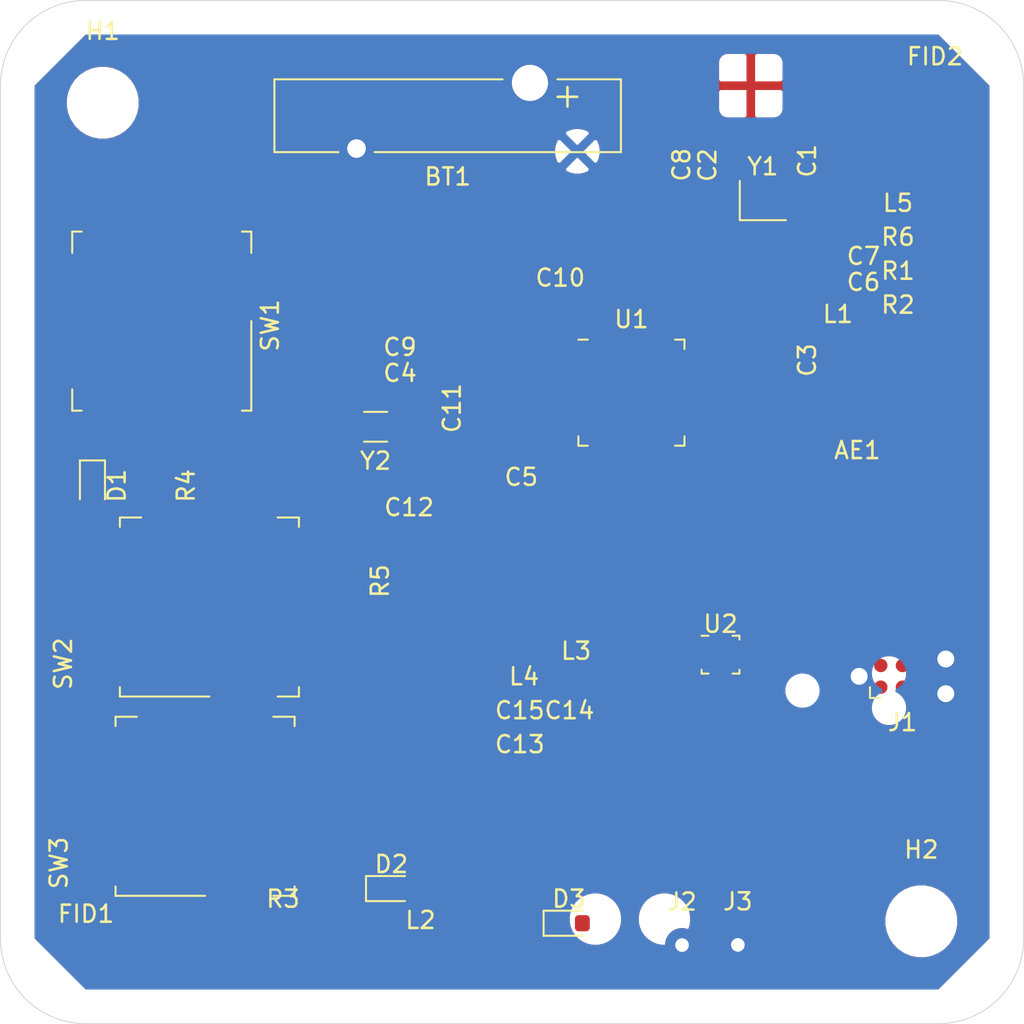
<source format=kicad_pcb>
(kicad_pcb (version 20171130) (host pcbnew 5.1.4-e60b266~84~ubuntu16.04.1)

  (general
    (thickness 1.6)
    (drawings 8)
    (tracks 0)
    (zones 0)
    (modules 45)
    (nets 53)
  )

  (page A4)
  (layers
    (0 F.Cu signal)
    (31 B.Cu signal)
    (32 B.Adhes user)
    (33 F.Adhes user)
    (34 B.Paste user)
    (35 F.Paste user)
    (36 B.SilkS user)
    (37 F.SilkS user)
    (38 B.Mask user)
    (39 F.Mask user)
    (40 Dwgs.User user)
    (41 Cmts.User user)
    (42 Eco1.User user)
    (43 Eco2.User user)
    (44 Edge.Cuts user)
    (45 Margin user)
    (46 B.CrtYd user)
    (47 F.CrtYd user)
    (48 B.Fab user)
    (49 F.Fab user hide)
  )

  (setup
    (last_trace_width 0.25)
    (trace_clearance 0.2)
    (zone_clearance 0.508)
    (zone_45_only no)
    (trace_min 0.2)
    (via_size 0.8)
    (via_drill 0.4)
    (via_min_size 0.4)
    (via_min_drill 0.3)
    (uvia_size 0.3)
    (uvia_drill 0.1)
    (uvias_allowed no)
    (uvia_min_size 0.2)
    (uvia_min_drill 0.1)
    (edge_width 0.05)
    (segment_width 0.2)
    (pcb_text_width 0.3)
    (pcb_text_size 1.5 1.5)
    (mod_edge_width 0.12)
    (mod_text_size 1 1)
    (mod_text_width 0.15)
    (pad_size 1.524 1.524)
    (pad_drill 0.762)
    (pad_to_mask_clearance 0.051)
    (solder_mask_min_width 0.25)
    (aux_axis_origin 0 0)
    (visible_elements FFFFFF7F)
    (pcbplotparams
      (layerselection 0x010fc_ffffffff)
      (usegerberextensions false)
      (usegerberattributes false)
      (usegerberadvancedattributes false)
      (creategerberjobfile false)
      (excludeedgelayer true)
      (linewidth 0.100000)
      (plotframeref false)
      (viasonmask false)
      (mode 1)
      (useauxorigin false)
      (hpglpennumber 1)
      (hpglpenspeed 20)
      (hpglpendiameter 15.000000)
      (psnegative false)
      (psa4output false)
      (plotreference true)
      (plotvalue true)
      (plotinvisibletext false)
      (padsonsilk false)
      (subtractmaskfromsilk false)
      (outputformat 1)
      (mirror false)
      (drillshape 1)
      (scaleselection 1)
      (outputdirectory ""))
  )

  (net 0 "")
  (net 1 "Net-(AE1-Pad1)")
  (net 2 GND)
  (net 3 "Net-(C1-Pad1)")
  (net 4 "Net-(C2-Pad1)")
  (net 5 "Net-(C3-Pad1)")
  (net 6 "Net-(C4-Pad1)")
  (net 7 VDD)
  (net 8 "Net-(C6-Pad1)")
  (net 9 "Net-(C7-Pad1)")
  (net 10 "Net-(C10-Pad2)")
  (net 11 "Net-(C11-Pad1)")
  (net 12 "Net-(C12-Pad1)")
  (net 13 "Net-(C14-Pad2)")
  (net 14 ANT)
  (net 15 LedON)
  (net 16 LedT)
  (net 17 LedV)
  (net 18 SWDIO)
  (net 19 RST)
  (net 20 SWDCLK)
  (net 21 "Net-(J1-Pad6)")
  (net 22 "Net-(L2-Pad2)")
  (net 23 "Net-(L2-Pad1)")
  (net 24 ButtonRST)
  (net 25 ButtonF1)
  (net 26 ButtonF2)
  (net 27 "Net-(U1-Pad8)")
  (net 28 "Net-(U1-Pad9)")
  (net 29 "Net-(U1-Pad10)")
  (net 30 "Net-(U1-Pad11)")
  (net 31 "Net-(U1-Pad12)")
  (net 32 SPI-CS)
  (net 33 SPI-SDO)
  (net 34 SPI-SDI)
  (net 35 SPI-SPC)
  (net 36 Vdd_IO)
  (net 37 "Net-(U1-Pad21)")
  (net 38 "Net-(U1-Pad22)")
  (net 39 "Net-(U1-Pad23)")
  (net 40 "Net-(U1-Pad27)")
  (net 41 "Net-(U1-Pad28)")
  (net 42 "Net-(U1-Pad29)")
  (net 43 "Net-(U1-Pad39)")
  (net 44 "Net-(U1-Pad40)")
  (net 45 "Net-(U1-Pad41)")
  (net 46 "Net-(U1-Pad42)")
  (net 47 "Net-(U1-Pad43)")
  (net 48 "Net-(U1-Pad44)")
  (net 49 "Net-(U2-Pad5)")
  (net 50 "Net-(U2-Pad6)")
  (net 51 J2)
  (net 52 J3)

  (net_class Default "This is the default net class."
    (clearance 0.2)
    (trace_width 0.25)
    (via_dia 0.8)
    (via_drill 0.4)
    (uvia_dia 0.3)
    (uvia_drill 0.1)
    (add_net ANT)
    (add_net ButtonF1)
    (add_net ButtonF2)
    (add_net ButtonRST)
    (add_net GND)
    (add_net J2)
    (add_net J3)
    (add_net LedON)
    (add_net LedT)
    (add_net LedV)
    (add_net "Net-(AE1-Pad1)")
    (add_net "Net-(C1-Pad1)")
    (add_net "Net-(C10-Pad2)")
    (add_net "Net-(C11-Pad1)")
    (add_net "Net-(C12-Pad1)")
    (add_net "Net-(C14-Pad2)")
    (add_net "Net-(C2-Pad1)")
    (add_net "Net-(C3-Pad1)")
    (add_net "Net-(C4-Pad1)")
    (add_net "Net-(C6-Pad1)")
    (add_net "Net-(C7-Pad1)")
    (add_net "Net-(J1-Pad6)")
    (add_net "Net-(L2-Pad1)")
    (add_net "Net-(L2-Pad2)")
    (add_net "Net-(U1-Pad10)")
    (add_net "Net-(U1-Pad11)")
    (add_net "Net-(U1-Pad12)")
    (add_net "Net-(U1-Pad21)")
    (add_net "Net-(U1-Pad22)")
    (add_net "Net-(U1-Pad23)")
    (add_net "Net-(U1-Pad27)")
    (add_net "Net-(U1-Pad28)")
    (add_net "Net-(U1-Pad29)")
    (add_net "Net-(U1-Pad39)")
    (add_net "Net-(U1-Pad40)")
    (add_net "Net-(U1-Pad41)")
    (add_net "Net-(U1-Pad42)")
    (add_net "Net-(U1-Pad43)")
    (add_net "Net-(U1-Pad44)")
    (add_net "Net-(U1-Pad8)")
    (add_net "Net-(U1-Pad9)")
    (add_net "Net-(U2-Pad5)")
    (add_net "Net-(U2-Pad6)")
    (add_net RST)
    (add_net SPI-CS)
    (add_net SPI-SDI)
    (add_net SPI-SDO)
    (add_net SPI-SPC)
    (add_net SWDCLK)
    (add_net SWDIO)
    (add_net VDD)
    (add_net Vdd_IO)
  )

  (module Connector_Wire:SolderWirePad_1x01_Drill0.8mm (layer F.Cu) (tedit 5A2676A0) (tstamp 5E5CF831)
    (at 158.242 135.382)
    (descr "Wire solder connection")
    (tags connector)
    (path /5E8D5F8A)
    (attr virtual)
    (fp_text reference J3 (at 0 -2.54) (layer F.SilkS)
      (effects (font (size 1 1) (thickness 0.15)))
    )
    (fp_text value Conn_01x01 (at 0 2.54) (layer F.Fab)
      (effects (font (size 1 1) (thickness 0.15)))
    )
    (fp_line (start 1.5 1.5) (end -1.5 1.5) (layer F.CrtYd) (width 0.05))
    (fp_line (start 1.5 1.5) (end 1.5 -1.5) (layer F.CrtYd) (width 0.05))
    (fp_line (start -1.5 -1.5) (end -1.5 1.5) (layer F.CrtYd) (width 0.05))
    (fp_line (start -1.5 -1.5) (end 1.5 -1.5) (layer F.CrtYd) (width 0.05))
    (fp_text user %R (at 0 0) (layer F.Fab)
      (effects (font (size 1 1) (thickness 0.15)))
    )
    (pad 1 thru_hole circle (at 0 0) (size 1.99898 1.99898) (drill 0.8001) (layers *.Cu *.Mask)
      (net 52 J3))
  )

  (module Connector_Wire:SolderWirePad_1x01_Drill0.8mm (layer F.Cu) (tedit 5A2676A0) (tstamp 5E5CF827)
    (at 154.9682 135.3942)
    (descr "Wire solder connection")
    (tags connector)
    (path /5E8D3D8E)
    (attr virtual)
    (fp_text reference J2 (at 0 -2.54) (layer F.SilkS)
      (effects (font (size 1 1) (thickness 0.15)))
    )
    (fp_text value Conn_01x01 (at 0 2.54) (layer F.Fab)
      (effects (font (size 1 1) (thickness 0.15)))
    )
    (fp_line (start 1.5 1.5) (end -1.5 1.5) (layer F.CrtYd) (width 0.05))
    (fp_line (start 1.5 1.5) (end 1.5 -1.5) (layer F.CrtYd) (width 0.05))
    (fp_line (start -1.5 -1.5) (end -1.5 1.5) (layer F.CrtYd) (width 0.05))
    (fp_line (start -1.5 -1.5) (end 1.5 -1.5) (layer F.CrtYd) (width 0.05))
    (fp_text user %R (at 0 0) (layer F.Fab)
      (effects (font (size 1 1) (thickness 0.15)))
    )
    (pad 1 thru_hole circle (at 0 0) (size 1.99898 1.99898) (drill 0.8001) (layers *.Cu *.Mask)
      (net 51 J2))
  )

  (module antena_ble:2450AT18B100 (layer F.Cu) (tedit 5DE11499) (tstamp 5E5C7D96)
    (at 165.53 104.14)
    (path /5E77DED0)
    (fp_text reference AE1 (at -0.28 2.24) (layer F.SilkS)
      (effects (font (size 1 1) (thickness 0.15)))
    )
    (fp_text value Antenna (at -0.36 -2.17) (layer F.Fab)
      (effects (font (size 1 1) (thickness 0.15)))
    )
    (pad 1 smd rect (at -1.7 0) (size 0.8 1.6) (layers F.Cu F.Paste F.Mask)
      (net 1 "Net-(AE1-Pad1)"))
    (pad 2 smd rect (at 1.7 0) (size 0.8 1.6) (layers F.Cu F.Paste F.Mask))
  )

  (module Capacitor_SMD:C_0402_1005Metric (layer F.Cu) (tedit 5B301BBE) (tstamp 5E5C7DAA)
    (at 162.306 91.44 90)
    (descr "Capacitor SMD 0402 (1005 Metric), square (rectangular) end terminal, IPC_7351 nominal, (Body size source: http://www.tortai-tech.com/upload/download/2011102023233369053.pdf), generated with kicad-footprint-generator")
    (tags capacitor)
    (path /5E5855C2)
    (attr smd)
    (fp_text reference C1 (at 2.032 0 90) (layer F.SilkS)
      (effects (font (size 1 1) (thickness 0.15)))
    )
    (fp_text value 12pF (at 0 1.17 90) (layer F.Fab)
      (effects (font (size 1 1) (thickness 0.15)))
    )
    (fp_text user %R (at 0 0 90) (layer F.Fab)
      (effects (font (size 0.25 0.25) (thickness 0.04)))
    )
    (fp_line (start 0.93 0.47) (end -0.93 0.47) (layer F.CrtYd) (width 0.05))
    (fp_line (start 0.93 -0.47) (end 0.93 0.47) (layer F.CrtYd) (width 0.05))
    (fp_line (start -0.93 -0.47) (end 0.93 -0.47) (layer F.CrtYd) (width 0.05))
    (fp_line (start -0.93 0.47) (end -0.93 -0.47) (layer F.CrtYd) (width 0.05))
    (fp_line (start 0.5 0.25) (end -0.5 0.25) (layer F.Fab) (width 0.1))
    (fp_line (start 0.5 -0.25) (end 0.5 0.25) (layer F.Fab) (width 0.1))
    (fp_line (start -0.5 -0.25) (end 0.5 -0.25) (layer F.Fab) (width 0.1))
    (fp_line (start -0.5 0.25) (end -0.5 -0.25) (layer F.Fab) (width 0.1))
    (pad 2 smd roundrect (at 0.485 0 90) (size 0.59 0.64) (layers F.Cu F.Paste F.Mask) (roundrect_rratio 0.25)
      (net 2 GND))
    (pad 1 smd roundrect (at -0.485 0 90) (size 0.59 0.64) (layers F.Cu F.Paste F.Mask) (roundrect_rratio 0.25)
      (net 3 "Net-(C1-Pad1)"))
    (model ${KISYS3DMOD}/Capacitor_SMD.3dshapes/C_0402_1005Metric.wrl
      (at (xyz 0 0 0))
      (scale (xyz 1 1 1))
      (rotate (xyz 0 0 0))
    )
  )

  (module Capacitor_SMD:C_0402_1005Metric (layer F.Cu) (tedit 5B301BBE) (tstamp 5E5C7DB9)
    (at 156.464 91.717 90)
    (descr "Capacitor SMD 0402 (1005 Metric), square (rectangular) end terminal, IPC_7351 nominal, (Body size source: http://www.tortai-tech.com/upload/download/2011102023233369053.pdf), generated with kicad-footprint-generator")
    (tags capacitor)
    (path /5E586509)
    (attr smd)
    (fp_text reference C2 (at 2.055 0 90) (layer F.SilkS)
      (effects (font (size 1 1) (thickness 0.15)))
    )
    (fp_text value 12pF (at 0 1.17 90) (layer F.Fab)
      (effects (font (size 1 1) (thickness 0.15)))
    )
    (fp_line (start -0.5 0.25) (end -0.5 -0.25) (layer F.Fab) (width 0.1))
    (fp_line (start -0.5 -0.25) (end 0.5 -0.25) (layer F.Fab) (width 0.1))
    (fp_line (start 0.5 -0.25) (end 0.5 0.25) (layer F.Fab) (width 0.1))
    (fp_line (start 0.5 0.25) (end -0.5 0.25) (layer F.Fab) (width 0.1))
    (fp_line (start -0.93 0.47) (end -0.93 -0.47) (layer F.CrtYd) (width 0.05))
    (fp_line (start -0.93 -0.47) (end 0.93 -0.47) (layer F.CrtYd) (width 0.05))
    (fp_line (start 0.93 -0.47) (end 0.93 0.47) (layer F.CrtYd) (width 0.05))
    (fp_line (start 0.93 0.47) (end -0.93 0.47) (layer F.CrtYd) (width 0.05))
    (fp_text user %R (at 0 0 90) (layer F.Fab)
      (effects (font (size 0.25 0.25) (thickness 0.04)))
    )
    (pad 1 smd roundrect (at -0.485 0 90) (size 0.59 0.64) (layers F.Cu F.Paste F.Mask) (roundrect_rratio 0.25)
      (net 4 "Net-(C2-Pad1)"))
    (pad 2 smd roundrect (at 0.485 0 90) (size 0.59 0.64) (layers F.Cu F.Paste F.Mask) (roundrect_rratio 0.25)
      (net 2 GND))
    (model ${KISYS3DMOD}/Capacitor_SMD.3dshapes/C_0402_1005Metric.wrl
      (at (xyz 0 0 0))
      (scale (xyz 1 1 1))
      (rotate (xyz 0 0 0))
    )
  )

  (module Capacitor_SMD:C_0402_1005Metric (layer F.Cu) (tedit 5B301BBE) (tstamp 5E5C7DC8)
    (at 162.306 99.06 90)
    (descr "Capacitor SMD 0402 (1005 Metric), square (rectangular) end terminal, IPC_7351 nominal, (Body size source: http://www.tortai-tech.com/upload/download/2011102023233369053.pdf), generated with kicad-footprint-generator")
    (tags capacitor)
    (path /5E587855)
    (attr smd)
    (fp_text reference C3 (at -2.032 0 90) (layer F.SilkS)
      (effects (font (size 1 1) (thickness 0.15)))
    )
    (fp_text value 0.8pF (at 0 1.17 90) (layer F.Fab)
      (effects (font (size 1 1) (thickness 0.15)))
    )
    (fp_line (start -0.5 0.25) (end -0.5 -0.25) (layer F.Fab) (width 0.1))
    (fp_line (start -0.5 -0.25) (end 0.5 -0.25) (layer F.Fab) (width 0.1))
    (fp_line (start 0.5 -0.25) (end 0.5 0.25) (layer F.Fab) (width 0.1))
    (fp_line (start 0.5 0.25) (end -0.5 0.25) (layer F.Fab) (width 0.1))
    (fp_line (start -0.93 0.47) (end -0.93 -0.47) (layer F.CrtYd) (width 0.05))
    (fp_line (start -0.93 -0.47) (end 0.93 -0.47) (layer F.CrtYd) (width 0.05))
    (fp_line (start 0.93 -0.47) (end 0.93 0.47) (layer F.CrtYd) (width 0.05))
    (fp_line (start 0.93 0.47) (end -0.93 0.47) (layer F.CrtYd) (width 0.05))
    (fp_text user %R (at 0 0 90) (layer F.Fab)
      (effects (font (size 0.25 0.25) (thickness 0.04)))
    )
    (pad 1 smd roundrect (at -0.485 0 90) (size 0.59 0.64) (layers F.Cu F.Paste F.Mask) (roundrect_rratio 0.25)
      (net 5 "Net-(C3-Pad1)"))
    (pad 2 smd roundrect (at 0.485 0 90) (size 0.59 0.64) (layers F.Cu F.Paste F.Mask) (roundrect_rratio 0.25)
      (net 2 GND))
    (model ${KISYS3DMOD}/Capacitor_SMD.3dshapes/C_0402_1005Metric.wrl
      (at (xyz 0 0 0))
      (scale (xyz 1 1 1))
      (rotate (xyz 0 0 0))
    )
  )

  (module Capacitor_SMD:C_0402_1005Metric (layer F.Cu) (tedit 5B301BBE) (tstamp 5E5C7DD7)
    (at 140.462 101.854 180)
    (descr "Capacitor SMD 0402 (1005 Metric), square (rectangular) end terminal, IPC_7351 nominal, (Body size source: http://www.tortai-tech.com/upload/download/2011102023233369053.pdf), generated with kicad-footprint-generator")
    (tags capacitor)
    (path /5E587FC1)
    (attr smd)
    (fp_text reference C4 (at 2.032 0) (layer F.SilkS)
      (effects (font (size 1 1) (thickness 0.15)))
    )
    (fp_text value 100nF (at 0 1.17) (layer F.Fab)
      (effects (font (size 1 1) (thickness 0.15)))
    )
    (fp_line (start -0.5 0.25) (end -0.5 -0.25) (layer F.Fab) (width 0.1))
    (fp_line (start -0.5 -0.25) (end 0.5 -0.25) (layer F.Fab) (width 0.1))
    (fp_line (start 0.5 -0.25) (end 0.5 0.25) (layer F.Fab) (width 0.1))
    (fp_line (start 0.5 0.25) (end -0.5 0.25) (layer F.Fab) (width 0.1))
    (fp_line (start -0.93 0.47) (end -0.93 -0.47) (layer F.CrtYd) (width 0.05))
    (fp_line (start -0.93 -0.47) (end 0.93 -0.47) (layer F.CrtYd) (width 0.05))
    (fp_line (start 0.93 -0.47) (end 0.93 0.47) (layer F.CrtYd) (width 0.05))
    (fp_line (start 0.93 0.47) (end -0.93 0.47) (layer F.CrtYd) (width 0.05))
    (fp_text user %R (at 0 0) (layer F.Fab)
      (effects (font (size 0.25 0.25) (thickness 0.04)))
    )
    (pad 1 smd roundrect (at -0.485 0 180) (size 0.59 0.64) (layers F.Cu F.Paste F.Mask) (roundrect_rratio 0.25)
      (net 6 "Net-(C4-Pad1)"))
    (pad 2 smd roundrect (at 0.485 0 180) (size 0.59 0.64) (layers F.Cu F.Paste F.Mask) (roundrect_rratio 0.25)
      (net 2 GND))
    (model ${KISYS3DMOD}/Capacitor_SMD.3dshapes/C_0402_1005Metric.wrl
      (at (xyz 0 0 0))
      (scale (xyz 1 1 1))
      (rotate (xyz 0 0 0))
    )
  )

  (module Capacitor_SMD:C_0402_1005Metric (layer F.Cu) (tedit 5B301BBE) (tstamp 5E5C7DE6)
    (at 147.551 107.95)
    (descr "Capacitor SMD 0402 (1005 Metric), square (rectangular) end terminal, IPC_7351 nominal, (Body size source: http://www.tortai-tech.com/upload/download/2011102023233369053.pdf), generated with kicad-footprint-generator")
    (tags capacitor)
    (path /5E5888B1)
    (attr smd)
    (fp_text reference C5 (at -2.009 0) (layer F.SilkS)
      (effects (font (size 1 1) (thickness 0.15)))
    )
    (fp_text value 100nF (at 0 1.17) (layer F.Fab)
      (effects (font (size 1 1) (thickness 0.15)))
    )
    (fp_text user %R (at 0 0) (layer F.Fab)
      (effects (font (size 0.25 0.25) (thickness 0.04)))
    )
    (fp_line (start 0.93 0.47) (end -0.93 0.47) (layer F.CrtYd) (width 0.05))
    (fp_line (start 0.93 -0.47) (end 0.93 0.47) (layer F.CrtYd) (width 0.05))
    (fp_line (start -0.93 -0.47) (end 0.93 -0.47) (layer F.CrtYd) (width 0.05))
    (fp_line (start -0.93 0.47) (end -0.93 -0.47) (layer F.CrtYd) (width 0.05))
    (fp_line (start 0.5 0.25) (end -0.5 0.25) (layer F.Fab) (width 0.1))
    (fp_line (start 0.5 -0.25) (end 0.5 0.25) (layer F.Fab) (width 0.1))
    (fp_line (start -0.5 -0.25) (end 0.5 -0.25) (layer F.Fab) (width 0.1))
    (fp_line (start -0.5 0.25) (end -0.5 -0.25) (layer F.Fab) (width 0.1))
    (pad 2 smd roundrect (at 0.485 0) (size 0.59 0.64) (layers F.Cu F.Paste F.Mask) (roundrect_rratio 0.25)
      (net 2 GND))
    (pad 1 smd roundrect (at -0.485 0) (size 0.59 0.64) (layers F.Cu F.Paste F.Mask) (roundrect_rratio 0.25)
      (net 7 VDD))
    (model ${KISYS3DMOD}/Capacitor_SMD.3dshapes/C_0402_1005Metric.wrl
      (at (xyz 0 0 0))
      (scale (xyz 1 1 1))
      (rotate (xyz 0 0 0))
    )
  )

  (module Capacitor_SMD:C_0402_1005Metric (layer F.Cu) (tedit 5B301BBE) (tstamp 5E5C7DF5)
    (at 163.576 96.52)
    (descr "Capacitor SMD 0402 (1005 Metric), square (rectangular) end terminal, IPC_7351 nominal, (Body size source: http://www.tortai-tech.com/upload/download/2011102023233369053.pdf), generated with kicad-footprint-generator")
    (tags capacitor)
    (path /5E58951F)
    (attr smd)
    (fp_text reference C6 (at 2.032 0) (layer F.SilkS)
      (effects (font (size 1 1) (thickness 0.15)))
    )
    (fp_text value N.C. (at 0 1.17) (layer F.Fab)
      (effects (font (size 1 1) (thickness 0.15)))
    )
    (fp_line (start -0.5 0.25) (end -0.5 -0.25) (layer F.Fab) (width 0.1))
    (fp_line (start -0.5 -0.25) (end 0.5 -0.25) (layer F.Fab) (width 0.1))
    (fp_line (start 0.5 -0.25) (end 0.5 0.25) (layer F.Fab) (width 0.1))
    (fp_line (start 0.5 0.25) (end -0.5 0.25) (layer F.Fab) (width 0.1))
    (fp_line (start -0.93 0.47) (end -0.93 -0.47) (layer F.CrtYd) (width 0.05))
    (fp_line (start -0.93 -0.47) (end 0.93 -0.47) (layer F.CrtYd) (width 0.05))
    (fp_line (start 0.93 -0.47) (end 0.93 0.47) (layer F.CrtYd) (width 0.05))
    (fp_line (start 0.93 0.47) (end -0.93 0.47) (layer F.CrtYd) (width 0.05))
    (fp_text user %R (at 0 0) (layer F.Fab)
      (effects (font (size 0.25 0.25) (thickness 0.04)))
    )
    (pad 1 smd roundrect (at -0.485 0) (size 0.59 0.64) (layers F.Cu F.Paste F.Mask) (roundrect_rratio 0.25)
      (net 8 "Net-(C6-Pad1)"))
    (pad 2 smd roundrect (at 0.485 0) (size 0.59 0.64) (layers F.Cu F.Paste F.Mask) (roundrect_rratio 0.25)
      (net 2 GND))
    (model ${KISYS3DMOD}/Capacitor_SMD.3dshapes/C_0402_1005Metric.wrl
      (at (xyz 0 0 0))
      (scale (xyz 1 1 1))
      (rotate (xyz 0 0 0))
    )
  )

  (module Capacitor_SMD:C_0402_1005Metric (layer F.Cu) (tedit 5B301BBE) (tstamp 5E5C7E04)
    (at 163.576 94.996)
    (descr "Capacitor SMD 0402 (1005 Metric), square (rectangular) end terminal, IPC_7351 nominal, (Body size source: http://www.tortai-tech.com/upload/download/2011102023233369053.pdf), generated with kicad-footprint-generator")
    (tags capacitor)
    (path /5E58DAE5)
    (attr smd)
    (fp_text reference C7 (at 2.032 0) (layer F.SilkS)
      (effects (font (size 1 1) (thickness 0.15)))
    )
    (fp_text value 100pF (at 0 1.17) (layer F.Fab)
      (effects (font (size 1 1) (thickness 0.15)))
    )
    (fp_text user %R (at 0 0) (layer F.Fab)
      (effects (font (size 0.25 0.25) (thickness 0.04)))
    )
    (fp_line (start 0.93 0.47) (end -0.93 0.47) (layer F.CrtYd) (width 0.05))
    (fp_line (start 0.93 -0.47) (end 0.93 0.47) (layer F.CrtYd) (width 0.05))
    (fp_line (start -0.93 -0.47) (end 0.93 -0.47) (layer F.CrtYd) (width 0.05))
    (fp_line (start -0.93 0.47) (end -0.93 -0.47) (layer F.CrtYd) (width 0.05))
    (fp_line (start 0.5 0.25) (end -0.5 0.25) (layer F.Fab) (width 0.1))
    (fp_line (start 0.5 -0.25) (end 0.5 0.25) (layer F.Fab) (width 0.1))
    (fp_line (start -0.5 -0.25) (end 0.5 -0.25) (layer F.Fab) (width 0.1))
    (fp_line (start -0.5 0.25) (end -0.5 -0.25) (layer F.Fab) (width 0.1))
    (pad 2 smd roundrect (at 0.485 0) (size 0.59 0.64) (layers F.Cu F.Paste F.Mask) (roundrect_rratio 0.25)
      (net 2 GND))
    (pad 1 smd roundrect (at -0.485 0) (size 0.59 0.64) (layers F.Cu F.Paste F.Mask) (roundrect_rratio 0.25)
      (net 9 "Net-(C7-Pad1)"))
    (model ${KISYS3DMOD}/Capacitor_SMD.3dshapes/C_0402_1005Metric.wrl
      (at (xyz 0 0 0))
      (scale (xyz 1 1 1))
      (rotate (xyz 0 0 0))
    )
  )

  (module Capacitor_SMD:C_0402_1005Metric (layer F.Cu) (tedit 5B301BBE) (tstamp 5E5C7E13)
    (at 154.94 91.671 90)
    (descr "Capacitor SMD 0402 (1005 Metric), square (rectangular) end terminal, IPC_7351 nominal, (Body size source: http://www.tortai-tech.com/upload/download/2011102023233369053.pdf), generated with kicad-footprint-generator")
    (tags capacitor)
    (path /5E58E267)
    (attr smd)
    (fp_text reference C8 (at 2.032 0 90) (layer F.SilkS)
      (effects (font (size 1 1) (thickness 0.15)))
    )
    (fp_text value 100nF (at 0 1.17 90) (layer F.Fab)
      (effects (font (size 1 1) (thickness 0.15)))
    )
    (fp_text user %R (at 0 0 90) (layer F.Fab)
      (effects (font (size 0.25 0.25) (thickness 0.04)))
    )
    (fp_line (start 0.93 0.47) (end -0.93 0.47) (layer F.CrtYd) (width 0.05))
    (fp_line (start 0.93 -0.47) (end 0.93 0.47) (layer F.CrtYd) (width 0.05))
    (fp_line (start -0.93 -0.47) (end 0.93 -0.47) (layer F.CrtYd) (width 0.05))
    (fp_line (start -0.93 0.47) (end -0.93 -0.47) (layer F.CrtYd) (width 0.05))
    (fp_line (start 0.5 0.25) (end -0.5 0.25) (layer F.Fab) (width 0.1))
    (fp_line (start 0.5 -0.25) (end 0.5 0.25) (layer F.Fab) (width 0.1))
    (fp_line (start -0.5 -0.25) (end 0.5 -0.25) (layer F.Fab) (width 0.1))
    (fp_line (start -0.5 0.25) (end -0.5 -0.25) (layer F.Fab) (width 0.1))
    (pad 2 smd roundrect (at 0.485 0 90) (size 0.59 0.64) (layers F.Cu F.Paste F.Mask) (roundrect_rratio 0.25)
      (net 7 VDD))
    (pad 1 smd roundrect (at -0.485 0 90) (size 0.59 0.64) (layers F.Cu F.Paste F.Mask) (roundrect_rratio 0.25)
      (net 2 GND))
    (model ${KISYS3DMOD}/Capacitor_SMD.3dshapes/C_0402_1005Metric.wrl
      (at (xyz 0 0 0))
      (scale (xyz 1 1 1))
      (rotate (xyz 0 0 0))
    )
  )

  (module Capacitor_SMD:C_0402_1005Metric (layer F.Cu) (tedit 5B301BBE) (tstamp 5E5C7E22)
    (at 140.439 100.33)
    (descr "Capacitor SMD 0402 (1005 Metric), square (rectangular) end terminal, IPC_7351 nominal, (Body size source: http://www.tortai-tech.com/upload/download/2011102023233369053.pdf), generated with kicad-footprint-generator")
    (tags capacitor)
    (path /5E58EB67)
    (attr smd)
    (fp_text reference C9 (at -2.009 0) (layer F.SilkS)
      (effects (font (size 1 1) (thickness 0.15)))
    )
    (fp_text value 4.7uF (at 0 1.17) (layer F.Fab)
      (effects (font (size 1 1) (thickness 0.15)))
    )
    (fp_line (start -0.5 0.25) (end -0.5 -0.25) (layer F.Fab) (width 0.1))
    (fp_line (start -0.5 -0.25) (end 0.5 -0.25) (layer F.Fab) (width 0.1))
    (fp_line (start 0.5 -0.25) (end 0.5 0.25) (layer F.Fab) (width 0.1))
    (fp_line (start 0.5 0.25) (end -0.5 0.25) (layer F.Fab) (width 0.1))
    (fp_line (start -0.93 0.47) (end -0.93 -0.47) (layer F.CrtYd) (width 0.05))
    (fp_line (start -0.93 -0.47) (end 0.93 -0.47) (layer F.CrtYd) (width 0.05))
    (fp_line (start 0.93 -0.47) (end 0.93 0.47) (layer F.CrtYd) (width 0.05))
    (fp_line (start 0.93 0.47) (end -0.93 0.47) (layer F.CrtYd) (width 0.05))
    (fp_text user %R (at 0 0) (layer F.Fab)
      (effects (font (size 0.25 0.25) (thickness 0.04)))
    )
    (pad 1 smd roundrect (at -0.485 0) (size 0.59 0.64) (layers F.Cu F.Paste F.Mask) (roundrect_rratio 0.25)
      (net 2 GND))
    (pad 2 smd roundrect (at 0.485 0) (size 0.59 0.64) (layers F.Cu F.Paste F.Mask) (roundrect_rratio 0.25)
      (net 7 VDD))
    (model ${KISYS3DMOD}/Capacitor_SMD.3dshapes/C_0402_1005Metric.wrl
      (at (xyz 0 0 0))
      (scale (xyz 1 1 1))
      (rotate (xyz 0 0 0))
    )
  )

  (module Capacitor_SMD:C_0402_1005Metric (layer F.Cu) (tedit 5B301BBE) (tstamp 5E5C7E31)
    (at 147.828 97.536 180)
    (descr "Capacitor SMD 0402 (1005 Metric), square (rectangular) end terminal, IPC_7351 nominal, (Body size source: http://www.tortai-tech.com/upload/download/2011102023233369053.pdf), generated with kicad-footprint-generator")
    (tags capacitor)
    (path /5E58F78A)
    (attr smd)
    (fp_text reference C10 (at 0 1.27) (layer F.SilkS)
      (effects (font (size 1 1) (thickness 0.15)))
    )
    (fp_text value 1uF (at 0 1.17) (layer F.Fab)
      (effects (font (size 1 1) (thickness 0.15)))
    )
    (fp_line (start -0.5 0.25) (end -0.5 -0.25) (layer F.Fab) (width 0.1))
    (fp_line (start -0.5 -0.25) (end 0.5 -0.25) (layer F.Fab) (width 0.1))
    (fp_line (start 0.5 -0.25) (end 0.5 0.25) (layer F.Fab) (width 0.1))
    (fp_line (start 0.5 0.25) (end -0.5 0.25) (layer F.Fab) (width 0.1))
    (fp_line (start -0.93 0.47) (end -0.93 -0.47) (layer F.CrtYd) (width 0.05))
    (fp_line (start -0.93 -0.47) (end 0.93 -0.47) (layer F.CrtYd) (width 0.05))
    (fp_line (start 0.93 -0.47) (end 0.93 0.47) (layer F.CrtYd) (width 0.05))
    (fp_line (start 0.93 0.47) (end -0.93 0.47) (layer F.CrtYd) (width 0.05))
    (fp_text user %R (at 0 0) (layer F.Fab)
      (effects (font (size 0.25 0.25) (thickness 0.04)))
    )
    (pad 1 smd roundrect (at -0.485 0 180) (size 0.59 0.64) (layers F.Cu F.Paste F.Mask) (roundrect_rratio 0.25)
      (net 2 GND))
    (pad 2 smd roundrect (at 0.485 0 180) (size 0.59 0.64) (layers F.Cu F.Paste F.Mask) (roundrect_rratio 0.25)
      (net 10 "Net-(C10-Pad2)"))
    (model ${KISYS3DMOD}/Capacitor_SMD.3dshapes/C_0402_1005Metric.wrl
      (at (xyz 0 0 0))
      (scale (xyz 1 1 1))
      (rotate (xyz 0 0 0))
    )
  )

  (module Capacitor_SMD:C_0402_1005Metric (layer F.Cu) (tedit 5B301BBE) (tstamp 5E5C7E40)
    (at 139.954 103.909 90)
    (descr "Capacitor SMD 0402 (1005 Metric), square (rectangular) end terminal, IPC_7351 nominal, (Body size source: http://www.tortai-tech.com/upload/download/2011102023233369053.pdf), generated with kicad-footprint-generator")
    (tags capacitor)
    (path /5E5901CE)
    (attr smd)
    (fp_text reference C11 (at 0 1.524 90) (layer F.SilkS)
      (effects (font (size 1 1) (thickness 0.15)))
    )
    (fp_text value 12pF (at 0 1.17 90) (layer F.Fab)
      (effects (font (size 1 1) (thickness 0.15)))
    )
    (fp_text user %R (at 0 0 90) (layer F.Fab)
      (effects (font (size 0.25 0.25) (thickness 0.04)))
    )
    (fp_line (start 0.93 0.47) (end -0.93 0.47) (layer F.CrtYd) (width 0.05))
    (fp_line (start 0.93 -0.47) (end 0.93 0.47) (layer F.CrtYd) (width 0.05))
    (fp_line (start -0.93 -0.47) (end 0.93 -0.47) (layer F.CrtYd) (width 0.05))
    (fp_line (start -0.93 0.47) (end -0.93 -0.47) (layer F.CrtYd) (width 0.05))
    (fp_line (start 0.5 0.25) (end -0.5 0.25) (layer F.Fab) (width 0.1))
    (fp_line (start 0.5 -0.25) (end 0.5 0.25) (layer F.Fab) (width 0.1))
    (fp_line (start -0.5 -0.25) (end 0.5 -0.25) (layer F.Fab) (width 0.1))
    (fp_line (start -0.5 0.25) (end -0.5 -0.25) (layer F.Fab) (width 0.1))
    (pad 2 smd roundrect (at 0.485 0 90) (size 0.59 0.64) (layers F.Cu F.Paste F.Mask) (roundrect_rratio 0.25)
      (net 2 GND))
    (pad 1 smd roundrect (at -0.485 0 90) (size 0.59 0.64) (layers F.Cu F.Paste F.Mask) (roundrect_rratio 0.25)
      (net 11 "Net-(C11-Pad1)"))
    (model ${KISYS3DMOD}/Capacitor_SMD.3dshapes/C_0402_1005Metric.wrl
      (at (xyz 0 0 0))
      (scale (xyz 1 1 1))
      (rotate (xyz 0 0 0))
    )
  )

  (module Capacitor_SMD:C_0402_1005Metric (layer F.Cu) (tedit 5B301BBE) (tstamp 5E5C7E4F)
    (at 138.707 108.458)
    (descr "Capacitor SMD 0402 (1005 Metric), square (rectangular) end terminal, IPC_7351 nominal, (Body size source: http://www.tortai-tech.com/upload/download/2011102023233369053.pdf), generated with kicad-footprint-generator")
    (tags capacitor)
    (path /5E590626)
    (attr smd)
    (fp_text reference C12 (at 0.254 1.27) (layer F.SilkS)
      (effects (font (size 1 1) (thickness 0.15)))
    )
    (fp_text value 12pF (at 0 1.17) (layer F.Fab)
      (effects (font (size 1 1) (thickness 0.15)))
    )
    (fp_line (start -0.5 0.25) (end -0.5 -0.25) (layer F.Fab) (width 0.1))
    (fp_line (start -0.5 -0.25) (end 0.5 -0.25) (layer F.Fab) (width 0.1))
    (fp_line (start 0.5 -0.25) (end 0.5 0.25) (layer F.Fab) (width 0.1))
    (fp_line (start 0.5 0.25) (end -0.5 0.25) (layer F.Fab) (width 0.1))
    (fp_line (start -0.93 0.47) (end -0.93 -0.47) (layer F.CrtYd) (width 0.05))
    (fp_line (start -0.93 -0.47) (end 0.93 -0.47) (layer F.CrtYd) (width 0.05))
    (fp_line (start 0.93 -0.47) (end 0.93 0.47) (layer F.CrtYd) (width 0.05))
    (fp_line (start 0.93 0.47) (end -0.93 0.47) (layer F.CrtYd) (width 0.05))
    (fp_text user %R (at 0 0) (layer F.Fab)
      (effects (font (size 0.25 0.25) (thickness 0.04)))
    )
    (pad 1 smd roundrect (at -0.485 0) (size 0.59 0.64) (layers F.Cu F.Paste F.Mask) (roundrect_rratio 0.25)
      (net 12 "Net-(C12-Pad1)"))
    (pad 2 smd roundrect (at 0.485 0) (size 0.59 0.64) (layers F.Cu F.Paste F.Mask) (roundrect_rratio 0.25)
      (net 2 GND))
    (model ${KISYS3DMOD}/Capacitor_SMD.3dshapes/C_0402_1005Metric.wrl
      (at (xyz 0 0 0))
      (scale (xyz 1 1 1))
      (rotate (xyz 0 0 0))
    )
  )

  (module Capacitor_SMD:C_0402_1005Metric (layer F.Cu) (tedit 5B301BBE) (tstamp 5E5C7E5E)
    (at 145.455401 124.793801)
    (descr "Capacitor SMD 0402 (1005 Metric), square (rectangular) end terminal, IPC_7351 nominal, (Body size source: http://www.tortai-tech.com/upload/download/2011102023233369053.pdf), generated with kicad-footprint-generator")
    (tags capacitor)
    (path /5E6FDA43)
    (attr smd)
    (fp_text reference C13 (at 0 -1.17) (layer F.SilkS)
      (effects (font (size 1 1) (thickness 0.15)))
    )
    (fp_text value 10uF (at 0 1.17) (layer F.Fab)
      (effects (font (size 1 1) (thickness 0.15)))
    )
    (fp_text user %R (at 0 0) (layer F.Fab)
      (effects (font (size 0.25 0.25) (thickness 0.04)))
    )
    (fp_line (start 0.93 0.47) (end -0.93 0.47) (layer F.CrtYd) (width 0.05))
    (fp_line (start 0.93 -0.47) (end 0.93 0.47) (layer F.CrtYd) (width 0.05))
    (fp_line (start -0.93 -0.47) (end 0.93 -0.47) (layer F.CrtYd) (width 0.05))
    (fp_line (start -0.93 0.47) (end -0.93 -0.47) (layer F.CrtYd) (width 0.05))
    (fp_line (start 0.5 0.25) (end -0.5 0.25) (layer F.Fab) (width 0.1))
    (fp_line (start 0.5 -0.25) (end 0.5 0.25) (layer F.Fab) (width 0.1))
    (fp_line (start -0.5 -0.25) (end 0.5 -0.25) (layer F.Fab) (width 0.1))
    (fp_line (start -0.5 0.25) (end -0.5 -0.25) (layer F.Fab) (width 0.1))
    (pad 2 smd roundrect (at 0.485 0) (size 0.59 0.64) (layers F.Cu F.Paste F.Mask) (roundrect_rratio 0.25)
      (net 2 GND))
    (pad 1 smd roundrect (at -0.485 0) (size 0.59 0.64) (layers F.Cu F.Paste F.Mask) (roundrect_rratio 0.25)
      (net 7 VDD))
    (model ${KISYS3DMOD}/Capacitor_SMD.3dshapes/C_0402_1005Metric.wrl
      (at (xyz 0 0 0))
      (scale (xyz 1 1 1))
      (rotate (xyz 0 0 0))
    )
  )

  (module Capacitor_SMD:C_0402_1005Metric (layer F.Cu) (tedit 5B301BBE) (tstamp 5E5C7E6D)
    (at 148.365401 122.803801)
    (descr "Capacitor SMD 0402 (1005 Metric), square (rectangular) end terminal, IPC_7351 nominal, (Body size source: http://www.tortai-tech.com/upload/download/2011102023233369053.pdf), generated with kicad-footprint-generator")
    (tags capacitor)
    (path /5E75BE65)
    (attr smd)
    (fp_text reference C14 (at 0 -1.17) (layer F.SilkS)
      (effects (font (size 1 1) (thickness 0.15)))
    )
    (fp_text value 2.2pF (at 0 1.17) (layer F.Fab)
      (effects (font (size 1 1) (thickness 0.15)))
    )
    (fp_text user %R (at 0 0) (layer F.Fab)
      (effects (font (size 0.25 0.25) (thickness 0.04)))
    )
    (fp_line (start 0.93 0.47) (end -0.93 0.47) (layer F.CrtYd) (width 0.05))
    (fp_line (start 0.93 -0.47) (end 0.93 0.47) (layer F.CrtYd) (width 0.05))
    (fp_line (start -0.93 -0.47) (end 0.93 -0.47) (layer F.CrtYd) (width 0.05))
    (fp_line (start -0.93 0.47) (end -0.93 -0.47) (layer F.CrtYd) (width 0.05))
    (fp_line (start 0.5 0.25) (end -0.5 0.25) (layer F.Fab) (width 0.1))
    (fp_line (start 0.5 -0.25) (end 0.5 0.25) (layer F.Fab) (width 0.1))
    (fp_line (start -0.5 -0.25) (end 0.5 -0.25) (layer F.Fab) (width 0.1))
    (fp_line (start -0.5 0.25) (end -0.5 -0.25) (layer F.Fab) (width 0.1))
    (pad 2 smd roundrect (at 0.485 0) (size 0.59 0.64) (layers F.Cu F.Paste F.Mask) (roundrect_rratio 0.25)
      (net 13 "Net-(C14-Pad2)"))
    (pad 1 smd roundrect (at -0.485 0) (size 0.59 0.64) (layers F.Cu F.Paste F.Mask) (roundrect_rratio 0.25)
      (net 14 ANT))
    (model ${KISYS3DMOD}/Capacitor_SMD.3dshapes/C_0402_1005Metric.wrl
      (at (xyz 0 0 0))
      (scale (xyz 1 1 1))
      (rotate (xyz 0 0 0))
    )
  )

  (module Capacitor_SMD:C_0402_1005Metric (layer F.Cu) (tedit 5B301BBE) (tstamp 5E5C7E7C)
    (at 145.455401 122.803801)
    (descr "Capacitor SMD 0402 (1005 Metric), square (rectangular) end terminal, IPC_7351 nominal, (Body size source: http://www.tortai-tech.com/upload/download/2011102023233369053.pdf), generated with kicad-footprint-generator")
    (tags capacitor)
    (path /5E702006)
    (attr smd)
    (fp_text reference C15 (at 0 -1.17) (layer F.SilkS)
      (effects (font (size 1 1) (thickness 0.15)))
    )
    (fp_text value 100nF (at 0 1.17) (layer F.Fab)
      (effects (font (size 1 1) (thickness 0.15)))
    )
    (fp_line (start -0.5 0.25) (end -0.5 -0.25) (layer F.Fab) (width 0.1))
    (fp_line (start -0.5 -0.25) (end 0.5 -0.25) (layer F.Fab) (width 0.1))
    (fp_line (start 0.5 -0.25) (end 0.5 0.25) (layer F.Fab) (width 0.1))
    (fp_line (start 0.5 0.25) (end -0.5 0.25) (layer F.Fab) (width 0.1))
    (fp_line (start -0.93 0.47) (end -0.93 -0.47) (layer F.CrtYd) (width 0.05))
    (fp_line (start -0.93 -0.47) (end 0.93 -0.47) (layer F.CrtYd) (width 0.05))
    (fp_line (start 0.93 -0.47) (end 0.93 0.47) (layer F.CrtYd) (width 0.05))
    (fp_line (start 0.93 0.47) (end -0.93 0.47) (layer F.CrtYd) (width 0.05))
    (fp_text user %R (at 0 0) (layer F.Fab)
      (effects (font (size 0.25 0.25) (thickness 0.04)))
    )
    (pad 1 smd roundrect (at -0.485 0) (size 0.59 0.64) (layers F.Cu F.Paste F.Mask) (roundrect_rratio 0.25)
      (net 7 VDD))
    (pad 2 smd roundrect (at 0.485 0) (size 0.59 0.64) (layers F.Cu F.Paste F.Mask) (roundrect_rratio 0.25)
      (net 2 GND))
    (model ${KISYS3DMOD}/Capacitor_SMD.3dshapes/C_0402_1005Metric.wrl
      (at (xyz 0 0 0))
      (scale (xyz 1 1 1))
      (rotate (xyz 0 0 0))
    )
  )

  (module LED_SMD:LED_0603_1608Metric (layer F.Cu) (tedit 5B301BBE) (tstamp 5E5C7E8F)
    (at 120.396 108.458 270)
    (descr "LED SMD 0603 (1608 Metric), square (rectangular) end terminal, IPC_7351 nominal, (Body size source: http://www.tortai-tech.com/upload/download/2011102023233369053.pdf), generated with kicad-footprint-generator")
    (tags diode)
    (path /5E7EDACF)
    (attr smd)
    (fp_text reference D1 (at 0 -1.43 90) (layer F.SilkS)
      (effects (font (size 1 1) (thickness 0.15)))
    )
    (fp_text value LED (at 0 1.43 90) (layer F.Fab)
      (effects (font (size 1 1) (thickness 0.15)))
    )
    (fp_line (start 0.8 -0.4) (end -0.5 -0.4) (layer F.Fab) (width 0.1))
    (fp_line (start -0.5 -0.4) (end -0.8 -0.1) (layer F.Fab) (width 0.1))
    (fp_line (start -0.8 -0.1) (end -0.8 0.4) (layer F.Fab) (width 0.1))
    (fp_line (start -0.8 0.4) (end 0.8 0.4) (layer F.Fab) (width 0.1))
    (fp_line (start 0.8 0.4) (end 0.8 -0.4) (layer F.Fab) (width 0.1))
    (fp_line (start 0.8 -0.735) (end -1.485 -0.735) (layer F.SilkS) (width 0.12))
    (fp_line (start -1.485 -0.735) (end -1.485 0.735) (layer F.SilkS) (width 0.12))
    (fp_line (start -1.485 0.735) (end 0.8 0.735) (layer F.SilkS) (width 0.12))
    (fp_line (start -1.48 0.73) (end -1.48 -0.73) (layer F.CrtYd) (width 0.05))
    (fp_line (start -1.48 -0.73) (end 1.48 -0.73) (layer F.CrtYd) (width 0.05))
    (fp_line (start 1.48 -0.73) (end 1.48 0.73) (layer F.CrtYd) (width 0.05))
    (fp_line (start 1.48 0.73) (end -1.48 0.73) (layer F.CrtYd) (width 0.05))
    (fp_text user %R (at 0 0 90) (layer F.Fab)
      (effects (font (size 0.4 0.4) (thickness 0.06)))
    )
    (pad 1 smd roundrect (at -0.7875 0 270) (size 0.875 0.95) (layers F.Cu F.Paste F.Mask) (roundrect_rratio 0.25)
      (net 2 GND))
    (pad 2 smd roundrect (at 0.7875 0 270) (size 0.875 0.95) (layers F.Cu F.Paste F.Mask) (roundrect_rratio 0.25)
      (net 15 LedON))
    (model ${KISYS3DMOD}/LED_SMD.3dshapes/LED_0603_1608Metric.wrl
      (at (xyz 0 0 0))
      (scale (xyz 1 1 1))
      (rotate (xyz 0 0 0))
    )
  )

  (module LED_SMD:LED_0603_1608Metric (layer F.Cu) (tedit 5B301BBE) (tstamp 5E5C7EA2)
    (at 137.922 132.08)
    (descr "LED SMD 0603 (1608 Metric), square (rectangular) end terminal, IPC_7351 nominal, (Body size source: http://www.tortai-tech.com/upload/download/2011102023233369053.pdf), generated with kicad-footprint-generator")
    (tags diode)
    (path /5E7F6214)
    (attr smd)
    (fp_text reference D2 (at 0 -1.43) (layer F.SilkS)
      (effects (font (size 1 1) (thickness 0.15)))
    )
    (fp_text value LED (at 0 1.43) (layer F.Fab)
      (effects (font (size 1 1) (thickness 0.15)))
    )
    (fp_line (start 0.8 -0.4) (end -0.5 -0.4) (layer F.Fab) (width 0.1))
    (fp_line (start -0.5 -0.4) (end -0.8 -0.1) (layer F.Fab) (width 0.1))
    (fp_line (start -0.8 -0.1) (end -0.8 0.4) (layer F.Fab) (width 0.1))
    (fp_line (start -0.8 0.4) (end 0.8 0.4) (layer F.Fab) (width 0.1))
    (fp_line (start 0.8 0.4) (end 0.8 -0.4) (layer F.Fab) (width 0.1))
    (fp_line (start 0.8 -0.735) (end -1.485 -0.735) (layer F.SilkS) (width 0.12))
    (fp_line (start -1.485 -0.735) (end -1.485 0.735) (layer F.SilkS) (width 0.12))
    (fp_line (start -1.485 0.735) (end 0.8 0.735) (layer F.SilkS) (width 0.12))
    (fp_line (start -1.48 0.73) (end -1.48 -0.73) (layer F.CrtYd) (width 0.05))
    (fp_line (start -1.48 -0.73) (end 1.48 -0.73) (layer F.CrtYd) (width 0.05))
    (fp_line (start 1.48 -0.73) (end 1.48 0.73) (layer F.CrtYd) (width 0.05))
    (fp_line (start 1.48 0.73) (end -1.48 0.73) (layer F.CrtYd) (width 0.05))
    (fp_text user %R (at 0 0) (layer F.Fab)
      (effects (font (size 0.4 0.4) (thickness 0.06)))
    )
    (pad 1 smd roundrect (at -0.7875 0) (size 0.875 0.95) (layers F.Cu F.Paste F.Mask) (roundrect_rratio 0.25)
      (net 2 GND))
    (pad 2 smd roundrect (at 0.7875 0) (size 0.875 0.95) (layers F.Cu F.Paste F.Mask) (roundrect_rratio 0.25)
      (net 16 LedT))
    (model ${KISYS3DMOD}/LED_SMD.3dshapes/LED_0603_1608Metric.wrl
      (at (xyz 0 0 0))
      (scale (xyz 1 1 1))
      (rotate (xyz 0 0 0))
    )
  )

  (module LED_SMD:LED_0603_1608Metric (layer F.Cu) (tedit 5B301BBE) (tstamp 5E5C7EB5)
    (at 148.336 134.112)
    (descr "LED SMD 0603 (1608 Metric), square (rectangular) end terminal, IPC_7351 nominal, (Body size source: http://www.tortai-tech.com/upload/download/2011102023233369053.pdf), generated with kicad-footprint-generator")
    (tags diode)
    (path /5E7F9A53)
    (attr smd)
    (fp_text reference D3 (at 0 -1.43) (layer F.SilkS)
      (effects (font (size 1 1) (thickness 0.15)))
    )
    (fp_text value LED (at 0 1.43) (layer F.Fab)
      (effects (font (size 1 1) (thickness 0.15)))
    )
    (fp_text user %R (at 0 0) (layer F.Fab)
      (effects (font (size 0.4 0.4) (thickness 0.06)))
    )
    (fp_line (start 1.48 0.73) (end -1.48 0.73) (layer F.CrtYd) (width 0.05))
    (fp_line (start 1.48 -0.73) (end 1.48 0.73) (layer F.CrtYd) (width 0.05))
    (fp_line (start -1.48 -0.73) (end 1.48 -0.73) (layer F.CrtYd) (width 0.05))
    (fp_line (start -1.48 0.73) (end -1.48 -0.73) (layer F.CrtYd) (width 0.05))
    (fp_line (start -1.485 0.735) (end 0.8 0.735) (layer F.SilkS) (width 0.12))
    (fp_line (start -1.485 -0.735) (end -1.485 0.735) (layer F.SilkS) (width 0.12))
    (fp_line (start 0.8 -0.735) (end -1.485 -0.735) (layer F.SilkS) (width 0.12))
    (fp_line (start 0.8 0.4) (end 0.8 -0.4) (layer F.Fab) (width 0.1))
    (fp_line (start -0.8 0.4) (end 0.8 0.4) (layer F.Fab) (width 0.1))
    (fp_line (start -0.8 -0.1) (end -0.8 0.4) (layer F.Fab) (width 0.1))
    (fp_line (start -0.5 -0.4) (end -0.8 -0.1) (layer F.Fab) (width 0.1))
    (fp_line (start 0.8 -0.4) (end -0.5 -0.4) (layer F.Fab) (width 0.1))
    (pad 2 smd roundrect (at 0.7875 0) (size 0.875 0.95) (layers F.Cu F.Paste F.Mask) (roundrect_rratio 0.25)
      (net 17 LedV))
    (pad 1 smd roundrect (at -0.7875 0) (size 0.875 0.95) (layers F.Cu F.Paste F.Mask) (roundrect_rratio 0.25)
      (net 2 GND))
    (model ${KISYS3DMOD}/LED_SMD.3dshapes/LED_0603_1608Metric.wrl
      (at (xyz 0 0 0))
      (scale (xyz 1 1 1))
      (rotate (xyz 0 0 0))
    )
  )

  (module Fiducial:Fiducial_0.5mm_Mask1.5mm (layer F.Cu) (tedit 5C18D139) (tstamp 5E5C7EBD)
    (at 120.015 135.2804)
    (descr "Circular Fiducial, 0.5mm bare copper, 1.5mm soldermask opening")
    (tags fiducial)
    (path /5E856FBE)
    (attr smd)
    (fp_text reference FID1 (at 0 -1.7145) (layer F.SilkS)
      (effects (font (size 1 1) (thickness 0.15)))
    )
    (fp_text value Fiducial (at 0 1.7145) (layer F.Fab)
      (effects (font (size 1 1) (thickness 0.15)))
    )
    (fp_circle (center 0 0) (end 1 0) (layer F.CrtYd) (width 0.05))
    (fp_text user %R (at 0 0) (layer F.Fab)
      (effects (font (size 0.2 0.2) (thickness 0.04)))
    )
    (fp_circle (center 0 0) (end 0.75 0) (layer F.Fab) (width 0.1))
    (pad "" smd circle (at 0 0) (size 0.5 0.5) (layers F.Cu F.Mask)
      (solder_mask_margin 0.5) (clearance 0.5))
  )

  (module Fiducial:Fiducial_0.5mm_Mask1.5mm (layer F.Cu) (tedit 5C18D139) (tstamp 5E5C7EC5)
    (at 169.799 85)
    (descr "Circular Fiducial, 0.5mm bare copper, 1.5mm soldermask opening")
    (tags fiducial)
    (path /5E8589CC)
    (attr smd)
    (fp_text reference FID2 (at 0 -1.7145) (layer F.SilkS)
      (effects (font (size 1 1) (thickness 0.15)))
    )
    (fp_text value Fiducial (at 0 1.7145) (layer F.Fab)
      (effects (font (size 1 1) (thickness 0.15)))
    )
    (fp_circle (center 0 0) (end 0.75 0) (layer F.Fab) (width 0.1))
    (fp_text user %R (at 0 0) (layer F.Fab)
      (effects (font (size 0.2 0.2) (thickness 0.04)))
    )
    (fp_circle (center 0 0) (end 1 0) (layer F.CrtYd) (width 0.05))
    (pad "" smd circle (at 0 0) (size 0.5 0.5) (layers F.Cu F.Mask)
      (solder_mask_margin 0.5) (clearance 0.5))
  )

  (module MountingHole:MountingHole_3.2mm_M3 (layer F.Cu) (tedit 56D1B4CB) (tstamp 5E5C7ECD)
    (at 121 86)
    (descr "Mounting Hole 3.2mm, no annular, M3")
    (tags "mounting hole 3.2mm no annular m3")
    (path /5E85CE87)
    (attr virtual)
    (fp_text reference H1 (at 0 -4.2) (layer F.SilkS)
      (effects (font (size 1 1) (thickness 0.15)))
    )
    (fp_text value MountingHole (at 0 4.2) (layer F.Fab)
      (effects (font (size 1 1) (thickness 0.15)))
    )
    (fp_text user %R (at 0.3 0) (layer F.Fab)
      (effects (font (size 1 1) (thickness 0.15)))
    )
    (fp_circle (center 0 0) (end 3.2 0) (layer Cmts.User) (width 0.15))
    (fp_circle (center 0 0) (end 3.45 0) (layer F.CrtYd) (width 0.05))
    (pad 1 np_thru_hole circle (at 0 0) (size 3.2 3.2) (drill 3.2) (layers *.Cu *.Mask))
  )

  (module MountingHole:MountingHole_3.2mm_M3 (layer F.Cu) (tedit 56D1B4CB) (tstamp 5E5C7ED5)
    (at 169 134)
    (descr "Mounting Hole 3.2mm, no annular, M3")
    (tags "mounting hole 3.2mm no annular m3")
    (path /5E85D448)
    (attr virtual)
    (fp_text reference H2 (at 0 -4.2) (layer F.SilkS)
      (effects (font (size 1 1) (thickness 0.15)))
    )
    (fp_text value MountingHole (at 0 4.2) (layer F.Fab)
      (effects (font (size 1 1) (thickness 0.15)))
    )
    (fp_circle (center 0 0) (end 3.45 0) (layer F.CrtYd) (width 0.05))
    (fp_circle (center 0 0) (end 3.2 0) (layer Cmts.User) (width 0.15))
    (fp_text user %R (at 0.3 0) (layer F.Fab)
      (effects (font (size 1 1) (thickness 0.15)))
    )
    (pad 1 np_thru_hole circle (at 0 0) (size 3.2 3.2) (drill 3.2) (layers *.Cu *.Mask))
  )

  (module Connector:Tag-Connect_TC2030-IDC-NL_2x03_P1.27mm_Vertical (layer F.Cu) (tedit 5A29CEA9) (tstamp 5E5C7EF3)
    (at 167.894 119.634)
    (descr "Tag-Connect programming header; http://www.tag-connect.com/Materials/TC2030-IDC-NL.pdf")
    (tags "tag connect programming header pogo pins")
    (path /5E9302B4)
    (attr virtual)
    (fp_text reference J1 (at 0 2.7) (layer F.SilkS)
      (effects (font (size 1 1) (thickness 0.15)))
    )
    (fp_text value Conn_02x03_Odd_Even (at 0 -2.3) (layer F.Fab)
      (effects (font (size 1 1) (thickness 0.15)))
    )
    (fp_line (start -1.905 1.27) (end -1.905 0.635) (layer F.SilkS) (width 0.12))
    (fp_line (start -1.27 1.27) (end -1.905 1.27) (layer F.SilkS) (width 0.12))
    (fp_line (start -3.5 2) (end -3.5 -2) (layer F.CrtYd) (width 0.05))
    (fp_line (start 3.5 2) (end -3.5 2) (layer F.CrtYd) (width 0.05))
    (fp_line (start 3.5 -2) (end 3.5 2) (layer F.CrtYd) (width 0.05))
    (fp_line (start -3.5 -2) (end 3.5 -2) (layer F.CrtYd) (width 0.05))
    (fp_text user %R (at 0 0) (layer F.Fab)
      (effects (font (size 1 1) (thickness 0.15)))
    )
    (fp_line (start -1.27 0.635) (end -1.27 -0.635) (layer Dwgs.User) (width 0.1))
    (fp_line (start 1.27 0.635) (end -1.27 0.635) (layer Dwgs.User) (width 0.1))
    (fp_line (start 1.27 -0.635) (end 1.27 0.635) (layer Dwgs.User) (width 0.1))
    (fp_line (start -1.27 -0.635) (end 1.27 -0.635) (layer Dwgs.User) (width 0.1))
    (fp_line (start -1.27 0.635) (end 0 -0.635) (layer Dwgs.User) (width 0.1))
    (fp_line (start -1.27 0) (end -0.635 -0.635) (layer Dwgs.User) (width 0.1))
    (fp_line (start -0.635 0.635) (end 0.635 -0.635) (layer Dwgs.User) (width 0.1))
    (fp_line (start 0 0.635) (end 1.27 -0.635) (layer Dwgs.User) (width 0.1))
    (fp_line (start 0.635 0.635) (end 1.27 0) (layer Dwgs.User) (width 0.1))
    (fp_text user KEEPOUT (at 0 0) (layer Cmts.User)
      (effects (font (size 0.4 0.4) (thickness 0.07)))
    )
    (pad "" np_thru_hole circle (at 2.54 -1.016) (size 0.9906 0.9906) (drill 0.9906) (layers *.Cu *.Mask))
    (pad "" np_thru_hole circle (at 2.54 1.016) (size 0.9906 0.9906) (drill 0.9906) (layers *.Cu *.Mask))
    (pad "" np_thru_hole circle (at -2.54 0) (size 0.9906 0.9906) (drill 0.9906) (layers *.Cu *.Mask))
    (pad 1 connect circle (at -1.27 0.635) (size 0.7874 0.7874) (layers F.Cu F.Mask)
      (net 7 VDD))
    (pad 2 connect circle (at -1.27 -0.635) (size 0.7874 0.7874) (layers F.Cu F.Mask)
      (net 18 SWDIO))
    (pad 3 connect circle (at 0 0.635) (size 0.7874 0.7874) (layers F.Cu F.Mask)
      (net 19 RST))
    (pad 4 connect circle (at 0 -0.635) (size 0.7874 0.7874) (layers F.Cu F.Mask)
      (net 20 SWDCLK))
    (pad 5 connect circle (at 1.27 0.635) (size 0.7874 0.7874) (layers F.Cu F.Mask)
      (net 2 GND))
    (pad 6 connect circle (at 1.27 -0.635) (size 0.7874 0.7874) (layers F.Cu F.Mask)
      (net 21 "Net-(J1-Pad6)"))
  )

  (module Inductor_SMD:L_0402_1005Metric (layer F.Cu) (tedit 5B301BBE) (tstamp 5E5C7F0D)
    (at 164.107 99.568)
    (descr "Inductor SMD 0402 (1005 Metric), square (rectangular) end terminal, IPC_7351 nominal, (Body size source: http://www.tortai-tech.com/upload/download/2011102023233369053.pdf), generated with kicad-footprint-generator")
    (tags inductor)
    (path /5E5D849A)
    (attr smd)
    (fp_text reference L1 (at 0 -1.17) (layer F.SilkS)
      (effects (font (size 1 1) (thickness 0.15)))
    )
    (fp_text value 3.9nH (at 0 1.17) (layer F.Fab)
      (effects (font (size 1 1) (thickness 0.15)))
    )
    (fp_line (start -0.5 0.25) (end -0.5 -0.25) (layer F.Fab) (width 0.1))
    (fp_line (start -0.5 -0.25) (end 0.5 -0.25) (layer F.Fab) (width 0.1))
    (fp_line (start 0.5 -0.25) (end 0.5 0.25) (layer F.Fab) (width 0.1))
    (fp_line (start 0.5 0.25) (end -0.5 0.25) (layer F.Fab) (width 0.1))
    (fp_line (start -0.93 0.47) (end -0.93 -0.47) (layer F.CrtYd) (width 0.05))
    (fp_line (start -0.93 -0.47) (end 0.93 -0.47) (layer F.CrtYd) (width 0.05))
    (fp_line (start 0.93 -0.47) (end 0.93 0.47) (layer F.CrtYd) (width 0.05))
    (fp_line (start 0.93 0.47) (end -0.93 0.47) (layer F.CrtYd) (width 0.05))
    (fp_text user %R (at 0 0) (layer F.Fab)
      (effects (font (size 0.25 0.25) (thickness 0.04)))
    )
    (pad 1 smd roundrect (at -0.485 0) (size 0.59 0.64) (layers F.Cu F.Paste F.Mask) (roundrect_rratio 0.25)
      (net 5 "Net-(C3-Pad1)"))
    (pad 2 smd roundrect (at 0.485 0) (size 0.59 0.64) (layers F.Cu F.Paste F.Mask) (roundrect_rratio 0.25)
      (net 14 ANT))
    (model ${KISYS3DMOD}/Inductor_SMD.3dshapes/L_0402_1005Metric.wrl
      (at (xyz 0 0 0))
      (scale (xyz 1 1 1))
      (rotate (xyz 0 0 0))
    )
  )

  (module Inductor_SMD:L_0402_1005Metric (layer F.Cu) (tedit 5B301BBE) (tstamp 5E5C7F1C)
    (at 139.631101 135.101601)
    (descr "Inductor SMD 0402 (1005 Metric), square (rectangular) end terminal, IPC_7351 nominal, (Body size source: http://www.tortai-tech.com/upload/download/2011102023233369053.pdf), generated with kicad-footprint-generator")
    (tags inductor)
    (path /5E5E54CC)
    (attr smd)
    (fp_text reference L2 (at 0 -1.17) (layer F.SilkS)
      (effects (font (size 1 1) (thickness 0.15)))
    )
    (fp_text value 10uH (at 0 1.17) (layer F.Fab)
      (effects (font (size 1 1) (thickness 0.15)))
    )
    (fp_text user %R (at 0 0) (layer F.Fab)
      (effects (font (size 0.25 0.25) (thickness 0.04)))
    )
    (fp_line (start 0.93 0.47) (end -0.93 0.47) (layer F.CrtYd) (width 0.05))
    (fp_line (start 0.93 -0.47) (end 0.93 0.47) (layer F.CrtYd) (width 0.05))
    (fp_line (start -0.93 -0.47) (end 0.93 -0.47) (layer F.CrtYd) (width 0.05))
    (fp_line (start -0.93 0.47) (end -0.93 -0.47) (layer F.CrtYd) (width 0.05))
    (fp_line (start 0.5 0.25) (end -0.5 0.25) (layer F.Fab) (width 0.1))
    (fp_line (start 0.5 -0.25) (end 0.5 0.25) (layer F.Fab) (width 0.1))
    (fp_line (start -0.5 -0.25) (end 0.5 -0.25) (layer F.Fab) (width 0.1))
    (fp_line (start -0.5 0.25) (end -0.5 -0.25) (layer F.Fab) (width 0.1))
    (pad 2 smd roundrect (at 0.485 0) (size 0.59 0.64) (layers F.Cu F.Paste F.Mask) (roundrect_rratio 0.25)
      (net 22 "Net-(L2-Pad2)"))
    (pad 1 smd roundrect (at -0.485 0) (size 0.59 0.64) (layers F.Cu F.Paste F.Mask) (roundrect_rratio 0.25)
      (net 23 "Net-(L2-Pad1)"))
    (model ${KISYS3DMOD}/Inductor_SMD.3dshapes/L_0402_1005Metric.wrl
      (at (xyz 0 0 0))
      (scale (xyz 1 1 1))
      (rotate (xyz 0 0 0))
    )
  )

  (module Inductor_SMD:L_0402_1005Metric (layer F.Cu) (tedit 5B301BBE) (tstamp 5E5C7F2B)
    (at 148.755401 119.313801)
    (descr "Inductor SMD 0402 (1005 Metric), square (rectangular) end terminal, IPC_7351 nominal, (Body size source: http://www.tortai-tech.com/upload/download/2011102023233369053.pdf), generated with kicad-footprint-generator")
    (tags inductor)
    (path /5E5E6362)
    (attr smd)
    (fp_text reference L3 (at 0 -1.17) (layer F.SilkS)
      (effects (font (size 1 1) (thickness 0.15)))
    )
    (fp_text value 15nH (at 0 1.17) (layer F.Fab)
      (effects (font (size 1 1) (thickness 0.15)))
    )
    (fp_line (start -0.5 0.25) (end -0.5 -0.25) (layer F.Fab) (width 0.1))
    (fp_line (start -0.5 -0.25) (end 0.5 -0.25) (layer F.Fab) (width 0.1))
    (fp_line (start 0.5 -0.25) (end 0.5 0.25) (layer F.Fab) (width 0.1))
    (fp_line (start 0.5 0.25) (end -0.5 0.25) (layer F.Fab) (width 0.1))
    (fp_line (start -0.93 0.47) (end -0.93 -0.47) (layer F.CrtYd) (width 0.05))
    (fp_line (start -0.93 -0.47) (end 0.93 -0.47) (layer F.CrtYd) (width 0.05))
    (fp_line (start 0.93 -0.47) (end 0.93 0.47) (layer F.CrtYd) (width 0.05))
    (fp_line (start 0.93 0.47) (end -0.93 0.47) (layer F.CrtYd) (width 0.05))
    (fp_text user %R (at 0 0) (layer F.Fab)
      (effects (font (size 0.25 0.25) (thickness 0.04)))
    )
    (pad 1 smd roundrect (at -0.485 0) (size 0.59 0.64) (layers F.Cu F.Paste F.Mask) (roundrect_rratio 0.25)
      (net 22 "Net-(L2-Pad2)"))
    (pad 2 smd roundrect (at 0.485 0) (size 0.59 0.64) (layers F.Cu F.Paste F.Mask) (roundrect_rratio 0.25)
      (net 10 "Net-(C10-Pad2)"))
    (model ${KISYS3DMOD}/Inductor_SMD.3dshapes/L_0402_1005Metric.wrl
      (at (xyz 0 0 0))
      (scale (xyz 1 1 1))
      (rotate (xyz 0 0 0))
    )
  )

  (module Inductor_SMD:L_0402_1005Metric (layer F.Cu) (tedit 5B301BBE) (tstamp 5E5C7F3A)
    (at 145.705401 120.813801)
    (descr "Inductor SMD 0402 (1005 Metric), square (rectangular) end terminal, IPC_7351 nominal, (Body size source: http://www.tortai-tech.com/upload/download/2011102023233369053.pdf), generated with kicad-footprint-generator")
    (tags inductor)
    (path /5E76EC23)
    (attr smd)
    (fp_text reference L4 (at 0 -1.17) (layer F.SilkS)
      (effects (font (size 1 1) (thickness 0.15)))
    )
    (fp_text value 15nH (at 0 1.17) (layer F.Fab)
      (effects (font (size 1 1) (thickness 0.15)))
    )
    (fp_line (start -0.5 0.25) (end -0.5 -0.25) (layer F.Fab) (width 0.1))
    (fp_line (start -0.5 -0.25) (end 0.5 -0.25) (layer F.Fab) (width 0.1))
    (fp_line (start 0.5 -0.25) (end 0.5 0.25) (layer F.Fab) (width 0.1))
    (fp_line (start 0.5 0.25) (end -0.5 0.25) (layer F.Fab) (width 0.1))
    (fp_line (start -0.93 0.47) (end -0.93 -0.47) (layer F.CrtYd) (width 0.05))
    (fp_line (start -0.93 -0.47) (end 0.93 -0.47) (layer F.CrtYd) (width 0.05))
    (fp_line (start 0.93 -0.47) (end 0.93 0.47) (layer F.CrtYd) (width 0.05))
    (fp_line (start 0.93 0.47) (end -0.93 0.47) (layer F.CrtYd) (width 0.05))
    (fp_text user %R (at 0 0) (layer F.Fab)
      (effects (font (size 0.25 0.25) (thickness 0.04)))
    )
    (pad 1 smd roundrect (at -0.485 0) (size 0.59 0.64) (layers F.Cu F.Paste F.Mask) (roundrect_rratio 0.25)
      (net 2 GND))
    (pad 2 smd roundrect (at 0.485 0) (size 0.59 0.64) (layers F.Cu F.Paste F.Mask) (roundrect_rratio 0.25)
      (net 13 "Net-(C14-Pad2)"))
    (model ${KISYS3DMOD}/Inductor_SMD.3dshapes/L_0402_1005Metric.wrl
      (at (xyz 0 0 0))
      (scale (xyz 1 1 1))
      (rotate (xyz 0 0 0))
    )
  )

  (module Inductor_SMD:L_0402_1005Metric (layer F.Cu) (tedit 5B301BBE) (tstamp 5E5C7F49)
    (at 167.630501 93.051301)
    (descr "Inductor SMD 0402 (1005 Metric), square (rectangular) end terminal, IPC_7351 nominal, (Body size source: http://www.tortai-tech.com/upload/download/2011102023233369053.pdf), generated with kicad-footprint-generator")
    (tags inductor)
    (path /5E76400C)
    (attr smd)
    (fp_text reference L5 (at 0 -1.17) (layer F.SilkS)
      (effects (font (size 1 1) (thickness 0.15)))
    )
    (fp_text value 3.9nH (at 0 1.17) (layer F.Fab)
      (effects (font (size 1 1) (thickness 0.15)))
    )
    (fp_text user %R (at 0 0) (layer F.Fab)
      (effects (font (size 0.25 0.25) (thickness 0.04)))
    )
    (fp_line (start 0.93 0.47) (end -0.93 0.47) (layer F.CrtYd) (width 0.05))
    (fp_line (start 0.93 -0.47) (end 0.93 0.47) (layer F.CrtYd) (width 0.05))
    (fp_line (start -0.93 -0.47) (end 0.93 -0.47) (layer F.CrtYd) (width 0.05))
    (fp_line (start -0.93 0.47) (end -0.93 -0.47) (layer F.CrtYd) (width 0.05))
    (fp_line (start 0.5 0.25) (end -0.5 0.25) (layer F.Fab) (width 0.1))
    (fp_line (start 0.5 -0.25) (end 0.5 0.25) (layer F.Fab) (width 0.1))
    (fp_line (start -0.5 -0.25) (end 0.5 -0.25) (layer F.Fab) (width 0.1))
    (fp_line (start -0.5 0.25) (end -0.5 -0.25) (layer F.Fab) (width 0.1))
    (pad 2 smd roundrect (at 0.485 0) (size 0.59 0.64) (layers F.Cu F.Paste F.Mask) (roundrect_rratio 0.25)
      (net 1 "Net-(AE1-Pad1)"))
    (pad 1 smd roundrect (at -0.485 0) (size 0.59 0.64) (layers F.Cu F.Paste F.Mask) (roundrect_rratio 0.25)
      (net 13 "Net-(C14-Pad2)"))
    (model ${KISYS3DMOD}/Inductor_SMD.3dshapes/L_0402_1005Metric.wrl
      (at (xyz 0 0 0))
      (scale (xyz 1 1 1))
      (rotate (xyz 0 0 0))
    )
  )

  (module Resistor_SMD:R_0402_1005Metric (layer F.Cu) (tedit 5B301BBD) (tstamp 5E5C7F58)
    (at 167.630501 97.031301)
    (descr "Resistor SMD 0402 (1005 Metric), square (rectangular) end terminal, IPC_7351 nominal, (Body size source: http://www.tortai-tech.com/upload/download/2011102023233369053.pdf), generated with kicad-footprint-generator")
    (tags resistor)
    (path /5E79FA97)
    (attr smd)
    (fp_text reference R1 (at 0 -1.17) (layer F.SilkS)
      (effects (font (size 1 1) (thickness 0.15)))
    )
    (fp_text value 10k (at 0 1.17) (layer F.Fab)
      (effects (font (size 1 1) (thickness 0.15)))
    )
    (fp_line (start -0.5 0.25) (end -0.5 -0.25) (layer F.Fab) (width 0.1))
    (fp_line (start -0.5 -0.25) (end 0.5 -0.25) (layer F.Fab) (width 0.1))
    (fp_line (start 0.5 -0.25) (end 0.5 0.25) (layer F.Fab) (width 0.1))
    (fp_line (start 0.5 0.25) (end -0.5 0.25) (layer F.Fab) (width 0.1))
    (fp_line (start -0.93 0.47) (end -0.93 -0.47) (layer F.CrtYd) (width 0.05))
    (fp_line (start -0.93 -0.47) (end 0.93 -0.47) (layer F.CrtYd) (width 0.05))
    (fp_line (start 0.93 -0.47) (end 0.93 0.47) (layer F.CrtYd) (width 0.05))
    (fp_line (start 0.93 0.47) (end -0.93 0.47) (layer F.CrtYd) (width 0.05))
    (fp_text user %R (at 0 0) (layer F.Fab)
      (effects (font (size 0.25 0.25) (thickness 0.04)))
    )
    (pad 1 smd roundrect (at -0.485 0) (size 0.59 0.64) (layers F.Cu F.Paste F.Mask) (roundrect_rratio 0.25)
      (net 7 VDD))
    (pad 2 smd roundrect (at 0.485 0) (size 0.59 0.64) (layers F.Cu F.Paste F.Mask) (roundrect_rratio 0.25)
      (net 24 ButtonRST))
    (model ${KISYS3DMOD}/Resistor_SMD.3dshapes/R_0402_1005Metric.wrl
      (at (xyz 0 0 0))
      (scale (xyz 1 1 1))
      (rotate (xyz 0 0 0))
    )
  )

  (module Resistor_SMD:R_0402_1005Metric (layer F.Cu) (tedit 5B301BBD) (tstamp 5E5C7F67)
    (at 167.630501 99.021301)
    (descr "Resistor SMD 0402 (1005 Metric), square (rectangular) end terminal, IPC_7351 nominal, (Body size source: http://www.tortai-tech.com/upload/download/2011102023233369053.pdf), generated with kicad-footprint-generator")
    (tags resistor)
    (path /5E7A9103)
    (attr smd)
    (fp_text reference R2 (at 0 -1.17) (layer F.SilkS)
      (effects (font (size 1 1) (thickness 0.15)))
    )
    (fp_text value 10k (at 0 1.17) (layer F.Fab)
      (effects (font (size 1 1) (thickness 0.15)))
    )
    (fp_text user %R (at 0 0) (layer F.Fab)
      (effects (font (size 0.25 0.25) (thickness 0.04)))
    )
    (fp_line (start 0.93 0.47) (end -0.93 0.47) (layer F.CrtYd) (width 0.05))
    (fp_line (start 0.93 -0.47) (end 0.93 0.47) (layer F.CrtYd) (width 0.05))
    (fp_line (start -0.93 -0.47) (end 0.93 -0.47) (layer F.CrtYd) (width 0.05))
    (fp_line (start -0.93 0.47) (end -0.93 -0.47) (layer F.CrtYd) (width 0.05))
    (fp_line (start 0.5 0.25) (end -0.5 0.25) (layer F.Fab) (width 0.1))
    (fp_line (start 0.5 -0.25) (end 0.5 0.25) (layer F.Fab) (width 0.1))
    (fp_line (start -0.5 -0.25) (end 0.5 -0.25) (layer F.Fab) (width 0.1))
    (fp_line (start -0.5 0.25) (end -0.5 -0.25) (layer F.Fab) (width 0.1))
    (pad 2 smd roundrect (at 0.485 0) (size 0.59 0.64) (layers F.Cu F.Paste F.Mask) (roundrect_rratio 0.25)
      (net 25 ButtonF1))
    (pad 1 smd roundrect (at -0.485 0) (size 0.59 0.64) (layers F.Cu F.Paste F.Mask) (roundrect_rratio 0.25)
      (net 7 VDD))
    (model ${KISYS3DMOD}/Resistor_SMD.3dshapes/R_0402_1005Metric.wrl
      (at (xyz 0 0 0))
      (scale (xyz 1 1 1))
      (rotate (xyz 0 0 0))
    )
  )

  (module Resistor_SMD:R_0402_1005Metric (layer F.Cu) (tedit 5B301BBD) (tstamp 5E5C7F76)
    (at 131.572 133.858)
    (descr "Resistor SMD 0402 (1005 Metric), square (rectangular) end terminal, IPC_7351 nominal, (Body size source: http://www.tortai-tech.com/upload/download/2011102023233369053.pdf), generated with kicad-footprint-generator")
    (tags resistor)
    (path /5E7AD94A)
    (attr smd)
    (fp_text reference R3 (at 0 -1.17) (layer F.SilkS)
      (effects (font (size 1 1) (thickness 0.15)))
    )
    (fp_text value 10k (at 0 1.17) (layer F.Fab)
      (effects (font (size 1 1) (thickness 0.15)))
    )
    (fp_line (start -0.5 0.25) (end -0.5 -0.25) (layer F.Fab) (width 0.1))
    (fp_line (start -0.5 -0.25) (end 0.5 -0.25) (layer F.Fab) (width 0.1))
    (fp_line (start 0.5 -0.25) (end 0.5 0.25) (layer F.Fab) (width 0.1))
    (fp_line (start 0.5 0.25) (end -0.5 0.25) (layer F.Fab) (width 0.1))
    (fp_line (start -0.93 0.47) (end -0.93 -0.47) (layer F.CrtYd) (width 0.05))
    (fp_line (start -0.93 -0.47) (end 0.93 -0.47) (layer F.CrtYd) (width 0.05))
    (fp_line (start 0.93 -0.47) (end 0.93 0.47) (layer F.CrtYd) (width 0.05))
    (fp_line (start 0.93 0.47) (end -0.93 0.47) (layer F.CrtYd) (width 0.05))
    (fp_text user %R (at 0 0) (layer F.Fab)
      (effects (font (size 0.25 0.25) (thickness 0.04)))
    )
    (pad 1 smd roundrect (at -0.485 0) (size 0.59 0.64) (layers F.Cu F.Paste F.Mask) (roundrect_rratio 0.25)
      (net 7 VDD))
    (pad 2 smd roundrect (at 0.485 0) (size 0.59 0.64) (layers F.Cu F.Paste F.Mask) (roundrect_rratio 0.25)
      (net 26 ButtonF2))
    (model ${KISYS3DMOD}/Resistor_SMD.3dshapes/R_0402_1005Metric.wrl
      (at (xyz 0 0 0))
      (scale (xyz 1 1 1))
      (rotate (xyz 0 0 0))
    )
  )

  (module Resistor_SMD:R_0402_1005Metric (layer F.Cu) (tedit 5B301BBD) (tstamp 5E5C7F85)
    (at 124.714 108.458 270)
    (descr "Resistor SMD 0402 (1005 Metric), square (rectangular) end terminal, IPC_7351 nominal, (Body size source: http://www.tortai-tech.com/upload/download/2011102023233369053.pdf), generated with kicad-footprint-generator")
    (tags resistor)
    (path /5E7E7E8C)
    (attr smd)
    (fp_text reference R4 (at 0 -1.17 90) (layer F.SilkS)
      (effects (font (size 1 1) (thickness 0.15)))
    )
    (fp_text value 50 (at 0 1.17 90) (layer F.Fab)
      (effects (font (size 1 1) (thickness 0.15)))
    )
    (fp_text user %R (at 0 0 90) (layer F.Fab)
      (effects (font (size 0.25 0.25) (thickness 0.04)))
    )
    (fp_line (start 0.93 0.47) (end -0.93 0.47) (layer F.CrtYd) (width 0.05))
    (fp_line (start 0.93 -0.47) (end 0.93 0.47) (layer F.CrtYd) (width 0.05))
    (fp_line (start -0.93 -0.47) (end 0.93 -0.47) (layer F.CrtYd) (width 0.05))
    (fp_line (start -0.93 0.47) (end -0.93 -0.47) (layer F.CrtYd) (width 0.05))
    (fp_line (start 0.5 0.25) (end -0.5 0.25) (layer F.Fab) (width 0.1))
    (fp_line (start 0.5 -0.25) (end 0.5 0.25) (layer F.Fab) (width 0.1))
    (fp_line (start -0.5 -0.25) (end 0.5 -0.25) (layer F.Fab) (width 0.1))
    (fp_line (start -0.5 0.25) (end -0.5 -0.25) (layer F.Fab) (width 0.1))
    (pad 2 smd roundrect (at 0.485 0 270) (size 0.59 0.64) (layers F.Cu F.Paste F.Mask) (roundrect_rratio 0.25)
      (net 15 LedON))
    (pad 1 smd roundrect (at -0.485 0 270) (size 0.59 0.64) (layers F.Cu F.Paste F.Mask) (roundrect_rratio 0.25)
      (net 7 VDD))
    (model ${KISYS3DMOD}/Resistor_SMD.3dshapes/R_0402_1005Metric.wrl
      (at (xyz 0 0 0))
      (scale (xyz 1 1 1))
      (rotate (xyz 0 0 0))
    )
  )

  (module Resistor_SMD:R_0402_1005Metric (layer F.Cu) (tedit 5B301BBD) (tstamp 5E5C7F94)
    (at 138.43 114.046 90)
    (descr "Resistor SMD 0402 (1005 Metric), square (rectangular) end terminal, IPC_7351 nominal, (Body size source: http://www.tortai-tech.com/upload/download/2011102023233369053.pdf), generated with kicad-footprint-generator")
    (tags resistor)
    (path /5E7F6206)
    (attr smd)
    (fp_text reference R5 (at 0 -1.17 90) (layer F.SilkS)
      (effects (font (size 1 1) (thickness 0.15)))
    )
    (fp_text value 50 (at 0 1.17 90) (layer F.Fab)
      (effects (font (size 1 1) (thickness 0.15)))
    )
    (fp_line (start -0.5 0.25) (end -0.5 -0.25) (layer F.Fab) (width 0.1))
    (fp_line (start -0.5 -0.25) (end 0.5 -0.25) (layer F.Fab) (width 0.1))
    (fp_line (start 0.5 -0.25) (end 0.5 0.25) (layer F.Fab) (width 0.1))
    (fp_line (start 0.5 0.25) (end -0.5 0.25) (layer F.Fab) (width 0.1))
    (fp_line (start -0.93 0.47) (end -0.93 -0.47) (layer F.CrtYd) (width 0.05))
    (fp_line (start -0.93 -0.47) (end 0.93 -0.47) (layer F.CrtYd) (width 0.05))
    (fp_line (start 0.93 -0.47) (end 0.93 0.47) (layer F.CrtYd) (width 0.05))
    (fp_line (start 0.93 0.47) (end -0.93 0.47) (layer F.CrtYd) (width 0.05))
    (fp_text user %R (at 0 0 90) (layer F.Fab)
      (effects (font (size 0.25 0.25) (thickness 0.04)))
    )
    (pad 1 smd roundrect (at -0.485 0 90) (size 0.59 0.64) (layers F.Cu F.Paste F.Mask) (roundrect_rratio 0.25)
      (net 7 VDD))
    (pad 2 smd roundrect (at 0.485 0 90) (size 0.59 0.64) (layers F.Cu F.Paste F.Mask) (roundrect_rratio 0.25)
      (net 16 LedT))
    (model ${KISYS3DMOD}/Resistor_SMD.3dshapes/R_0402_1005Metric.wrl
      (at (xyz 0 0 0))
      (scale (xyz 1 1 1))
      (rotate (xyz 0 0 0))
    )
  )

  (module Resistor_SMD:R_0402_1005Metric (layer F.Cu) (tedit 5B301BBD) (tstamp 5E5C7FA3)
    (at 167.630501 95.041301)
    (descr "Resistor SMD 0402 (1005 Metric), square (rectangular) end terminal, IPC_7351 nominal, (Body size source: http://www.tortai-tech.com/upload/download/2011102023233369053.pdf), generated with kicad-footprint-generator")
    (tags resistor)
    (path /5E7F9A45)
    (attr smd)
    (fp_text reference R6 (at 0 -1.17) (layer F.SilkS)
      (effects (font (size 1 1) (thickness 0.15)))
    )
    (fp_text value 50 (at 0 1.17) (layer F.Fab)
      (effects (font (size 1 1) (thickness 0.15)))
    )
    (fp_text user %R (at 0 0) (layer F.Fab)
      (effects (font (size 0.25 0.25) (thickness 0.04)))
    )
    (fp_line (start 0.93 0.47) (end -0.93 0.47) (layer F.CrtYd) (width 0.05))
    (fp_line (start 0.93 -0.47) (end 0.93 0.47) (layer F.CrtYd) (width 0.05))
    (fp_line (start -0.93 -0.47) (end 0.93 -0.47) (layer F.CrtYd) (width 0.05))
    (fp_line (start -0.93 0.47) (end -0.93 -0.47) (layer F.CrtYd) (width 0.05))
    (fp_line (start 0.5 0.25) (end -0.5 0.25) (layer F.Fab) (width 0.1))
    (fp_line (start 0.5 -0.25) (end 0.5 0.25) (layer F.Fab) (width 0.1))
    (fp_line (start -0.5 -0.25) (end 0.5 -0.25) (layer F.Fab) (width 0.1))
    (fp_line (start -0.5 0.25) (end -0.5 -0.25) (layer F.Fab) (width 0.1))
    (pad 2 smd roundrect (at 0.485 0) (size 0.59 0.64) (layers F.Cu F.Paste F.Mask) (roundrect_rratio 0.25)
      (net 17 LedV))
    (pad 1 smd roundrect (at -0.485 0) (size 0.59 0.64) (layers F.Cu F.Paste F.Mask) (roundrect_rratio 0.25)
      (net 7 VDD))
    (model ${KISYS3DMOD}/Resistor_SMD.3dshapes/R_0402_1005Metric.wrl
      (at (xyz 0 0 0))
      (scale (xyz 1 1 1))
      (rotate (xyz 0 0 0))
    )
  )

  (module Button_Switch_SMD:SW_MEC_5GSH9 (layer F.Cu) (tedit 5A02FC95) (tstamp 5E5C7FBD)
    (at 124.46 98.806 180)
    (descr "MEC 5G single pole normally-open tactile switch")
    (tags "switch normally-open pushbutton push-button")
    (path /5E78A1E5)
    (attr smd)
    (fp_text reference SW1 (at -6.35 -0.254 270) (layer F.SilkS)
      (effects (font (size 1 1) (thickness 0.15)))
    )
    (fp_text value SW_Push (at 0.475 8.825 180) (layer F.Fab)
      (effects (font (size 1 1) (thickness 0.15)))
    )
    (fp_line (start -5.3 -7.8) (end 5.3 -7.8) (layer F.CrtYd) (width 0.05))
    (fp_line (start 5.3 -7.8) (end 5.3 7.8) (layer F.CrtYd) (width 0.05))
    (fp_line (start 5.3 7.8) (end -5.3 7.8) (layer F.CrtYd) (width 0.05))
    (fp_line (start -5.3 7.8) (end -5.3 -7.8) (layer F.CrtYd) (width 0.05))
    (fp_line (start 4.7 -5.25) (end 5.25 -5.25) (layer F.SilkS) (width 0.12))
    (fp_line (start 5.25 -5.25) (end 5.25 -4) (layer F.SilkS) (width 0.12))
    (fp_line (start 4.7 5.25) (end 5.25 5.25) (layer F.SilkS) (width 0.12))
    (fp_line (start 5.25 5.25) (end 5.25 4) (layer F.SilkS) (width 0.12))
    (fp_line (start -4.7 -5.25) (end -5.25 -5.25) (layer F.SilkS) (width 0.12))
    (fp_line (start -5.25 -5.25) (end -5.25 0) (layer F.SilkS) (width 0.12))
    (fp_line (start -4.7 5.25) (end -5.25 5.25) (layer F.SilkS) (width 0.12))
    (fp_line (start -5.25 5.25) (end -5.25 4) (layer F.SilkS) (width 0.12))
    (fp_text user %R (at 0 0) (layer F.Fab)
      (effects (font (size 1 1) (thickness 0.15)))
    )
    (fp_circle (center -3.85 -4.3) (end -3.85 -4.7) (layer F.Fab) (width 0.1))
    (fp_line (start -5 5) (end -5 -5) (layer F.Fab) (width 0.1))
    (fp_line (start -5 -5) (end 5 -5) (layer F.Fab) (width 0.1))
    (fp_line (start 5 -5) (end 5 5) (layer F.Fab) (width 0.1))
    (fp_line (start 5 5) (end -5 5) (layer F.Fab) (width 0.1))
    (pad 3 smd rect (at 3.81 -6.25 270) (size 2.5 1.2) (layers F.Cu F.Paste F.Mask))
    (pad 4 smd rect (at 3.81 6.25 270) (size 2.5 1.2) (layers F.Cu F.Paste F.Mask))
    (pad 1 smd rect (at -3.81 -6.25 270) (size 2.5 1.2) (layers F.Cu F.Paste F.Mask)
      (net 24 ButtonRST))
    (pad 2 smd rect (at -3.81 6.25 270) (size 2.5 1.2) (layers F.Cu F.Paste F.Mask)
      (net 2 GND))
    (model ${KISYS3DMOD}/Button_Switch_SMD.3dshapes/SW_MEC_5GSH9.wrl
      (at (xyz 0 0 0))
      (scale (xyz 1 1 1))
      (rotate (xyz 0 0 0))
    )
  )

  (module Button_Switch_SMD:SW_MEC_5GSH9 (layer F.Cu) (tedit 5A02FC95) (tstamp 5E5C7FD7)
    (at 127.254 115.57 90)
    (descr "MEC 5G single pole normally-open tactile switch")
    (tags "switch normally-open pushbutton push-button")
    (path /5E787DF4)
    (attr smd)
    (fp_text reference SW2 (at -3.325 -8.575 270) (layer F.SilkS)
      (effects (font (size 1 1) (thickness 0.15)))
    )
    (fp_text value SW_Push (at 0.475 8.825 270) (layer F.Fab)
      (effects (font (size 1 1) (thickness 0.15)))
    )
    (fp_line (start 5 5) (end -5 5) (layer F.Fab) (width 0.1))
    (fp_line (start 5 -5) (end 5 5) (layer F.Fab) (width 0.1))
    (fp_line (start -5 -5) (end 5 -5) (layer F.Fab) (width 0.1))
    (fp_line (start -5 5) (end -5 -5) (layer F.Fab) (width 0.1))
    (fp_circle (center -3.85 -4.3) (end -3.85 -4.7) (layer F.Fab) (width 0.1))
    (fp_text user %R (at 0 0 90) (layer F.Fab)
      (effects (font (size 1 1) (thickness 0.15)))
    )
    (fp_line (start -5.25 5.25) (end -5.25 4) (layer F.SilkS) (width 0.12))
    (fp_line (start -4.7 5.25) (end -5.25 5.25) (layer F.SilkS) (width 0.12))
    (fp_line (start -5.25 -5.25) (end -5.25 0) (layer F.SilkS) (width 0.12))
    (fp_line (start -4.7 -5.25) (end -5.25 -5.25) (layer F.SilkS) (width 0.12))
    (fp_line (start 5.25 5.25) (end 5.25 4) (layer F.SilkS) (width 0.12))
    (fp_line (start 4.7 5.25) (end 5.25 5.25) (layer F.SilkS) (width 0.12))
    (fp_line (start 5.25 -5.25) (end 5.25 -4) (layer F.SilkS) (width 0.12))
    (fp_line (start 4.7 -5.25) (end 5.25 -5.25) (layer F.SilkS) (width 0.12))
    (fp_line (start -5.3 7.8) (end -5.3 -7.8) (layer F.CrtYd) (width 0.05))
    (fp_line (start 5.3 7.8) (end -5.3 7.8) (layer F.CrtYd) (width 0.05))
    (fp_line (start 5.3 -7.8) (end 5.3 7.8) (layer F.CrtYd) (width 0.05))
    (fp_line (start -5.3 -7.8) (end 5.3 -7.8) (layer F.CrtYd) (width 0.05))
    (pad 2 smd rect (at -3.81 6.25 180) (size 2.5 1.2) (layers F.Cu F.Paste F.Mask)
      (net 2 GND))
    (pad 1 smd rect (at -3.81 -6.25 180) (size 2.5 1.2) (layers F.Cu F.Paste F.Mask)
      (net 25 ButtonF1))
    (pad 4 smd rect (at 3.81 6.25 180) (size 2.5 1.2) (layers F.Cu F.Paste F.Mask))
    (pad 3 smd rect (at 3.81 -6.25 180) (size 2.5 1.2) (layers F.Cu F.Paste F.Mask))
    (model ${KISYS3DMOD}/Button_Switch_SMD.3dshapes/SW_MEC_5GSH9.wrl
      (at (xyz 0 0 0))
      (scale (xyz 1 1 1))
      (rotate (xyz 0 0 0))
    )
  )

  (module Button_Switch_SMD:SW_MEC_5GSH9 (layer F.Cu) (tedit 5A02FC95) (tstamp 5E5C7FF1)
    (at 127 127.254 90)
    (descr "MEC 5G single pole normally-open tactile switch")
    (tags "switch normally-open pushbutton push-button")
    (path /5E786A36)
    (attr smd)
    (fp_text reference SW3 (at -3.325 -8.575 270) (layer F.SilkS)
      (effects (font (size 1 1) (thickness 0.15)))
    )
    (fp_text value SW_Push (at 0.475 8.825 270) (layer F.Fab)
      (effects (font (size 1 1) (thickness 0.15)))
    )
    (fp_line (start -5.3 -7.8) (end 5.3 -7.8) (layer F.CrtYd) (width 0.05))
    (fp_line (start 5.3 -7.8) (end 5.3 7.8) (layer F.CrtYd) (width 0.05))
    (fp_line (start 5.3 7.8) (end -5.3 7.8) (layer F.CrtYd) (width 0.05))
    (fp_line (start -5.3 7.8) (end -5.3 -7.8) (layer F.CrtYd) (width 0.05))
    (fp_line (start 4.7 -5.25) (end 5.25 -5.25) (layer F.SilkS) (width 0.12))
    (fp_line (start 5.25 -5.25) (end 5.25 -4) (layer F.SilkS) (width 0.12))
    (fp_line (start 4.7 5.25) (end 5.25 5.25) (layer F.SilkS) (width 0.12))
    (fp_line (start 5.25 5.25) (end 5.25 4) (layer F.SilkS) (width 0.12))
    (fp_line (start -4.7 -5.25) (end -5.25 -5.25) (layer F.SilkS) (width 0.12))
    (fp_line (start -5.25 -5.25) (end -5.25 0) (layer F.SilkS) (width 0.12))
    (fp_line (start -4.7 5.25) (end -5.25 5.25) (layer F.SilkS) (width 0.12))
    (fp_line (start -5.25 5.25) (end -5.25 4) (layer F.SilkS) (width 0.12))
    (fp_text user %R (at 0 0 90) (layer F.Fab)
      (effects (font (size 1 1) (thickness 0.15)))
    )
    (fp_circle (center -3.85 -4.3) (end -3.85 -4.7) (layer F.Fab) (width 0.1))
    (fp_line (start -5 5) (end -5 -5) (layer F.Fab) (width 0.1))
    (fp_line (start -5 -5) (end 5 -5) (layer F.Fab) (width 0.1))
    (fp_line (start 5 -5) (end 5 5) (layer F.Fab) (width 0.1))
    (fp_line (start 5 5) (end -5 5) (layer F.Fab) (width 0.1))
    (pad 3 smd rect (at 3.81 -6.25 180) (size 2.5 1.2) (layers F.Cu F.Paste F.Mask))
    (pad 4 smd rect (at 3.81 6.25 180) (size 2.5 1.2) (layers F.Cu F.Paste F.Mask))
    (pad 1 smd rect (at -3.81 -6.25 180) (size 2.5 1.2) (layers F.Cu F.Paste F.Mask)
      (net 26 ButtonF2))
    (pad 2 smd rect (at -3.81 6.25 180) (size 2.5 1.2) (layers F.Cu F.Paste F.Mask)
      (net 2 GND))
    (model ${KISYS3DMOD}/Button_Switch_SMD.3dshapes/SW_MEC_5GSH9.wrl
      (at (xyz 0 0 0))
      (scale (xyz 1 1 1))
      (rotate (xyz 0 0 0))
    )
  )

  (module Package_DFN_QFN:QFN-48-1EP_6x6mm_P0.4mm_EP4.6x4.6mm (layer F.Cu) (tedit 5C279080) (tstamp 5E5C8040)
    (at 152 103)
    (descr "QFN, 48 Pin (http://infocenter.nordicsemi.com/pdf/nRF51822_PS_v3.3.pdf#page=67), generated with kicad-footprint-generator ipc_dfn_qfn_generator.py")
    (tags "QFN DFN_QFN")
    (path /5E595D14)
    (attr smd)
    (fp_text reference U1 (at 0 -4.3) (layer F.SilkS)
      (effects (font (size 1 1) (thickness 0.15)))
    )
    (fp_text value nRF52832-QFAB (at 0 4.3) (layer F.Fab)
      (effects (font (size 1 1) (thickness 0.15)))
    )
    (fp_line (start 2.56 -3.11) (end 3.11 -3.11) (layer F.SilkS) (width 0.12))
    (fp_line (start 3.11 -3.11) (end 3.11 -2.56) (layer F.SilkS) (width 0.12))
    (fp_line (start -2.56 3.11) (end -3.11 3.11) (layer F.SilkS) (width 0.12))
    (fp_line (start -3.11 3.11) (end -3.11 2.56) (layer F.SilkS) (width 0.12))
    (fp_line (start 2.56 3.11) (end 3.11 3.11) (layer F.SilkS) (width 0.12))
    (fp_line (start 3.11 3.11) (end 3.11 2.56) (layer F.SilkS) (width 0.12))
    (fp_line (start -2.56 -3.11) (end -3.11 -3.11) (layer F.SilkS) (width 0.12))
    (fp_line (start -2 -3) (end 3 -3) (layer F.Fab) (width 0.1))
    (fp_line (start 3 -3) (end 3 3) (layer F.Fab) (width 0.1))
    (fp_line (start 3 3) (end -3 3) (layer F.Fab) (width 0.1))
    (fp_line (start -3 3) (end -3 -2) (layer F.Fab) (width 0.1))
    (fp_line (start -3 -2) (end -2 -3) (layer F.Fab) (width 0.1))
    (fp_line (start -3.6 -3.6) (end -3.6 3.6) (layer F.CrtYd) (width 0.05))
    (fp_line (start -3.6 3.6) (end 3.6 3.6) (layer F.CrtYd) (width 0.05))
    (fp_line (start 3.6 3.6) (end 3.6 -3.6) (layer F.CrtYd) (width 0.05))
    (fp_line (start 3.6 -3.6) (end -3.6 -3.6) (layer F.CrtYd) (width 0.05))
    (fp_text user %R (at 0 0) (layer F.Fab)
      (effects (font (size 1 1) (thickness 0.15)))
    )
    (pad 49 smd roundrect (at 0 0) (size 4.6 4.6) (layers F.Cu F.Mask) (roundrect_rratio 0.054348))
    (pad "" smd roundrect (at -1.53 -1.53) (size 1.24 1.24) (layers F.Paste) (roundrect_rratio 0.201613))
    (pad "" smd roundrect (at -1.53 0) (size 1.24 1.24) (layers F.Paste) (roundrect_rratio 0.201613))
    (pad "" smd roundrect (at -1.53 1.53) (size 1.24 1.24) (layers F.Paste) (roundrect_rratio 0.201613))
    (pad "" smd roundrect (at 0 -1.53) (size 1.24 1.24) (layers F.Paste) (roundrect_rratio 0.201613))
    (pad "" smd roundrect (at 0 0) (size 1.24 1.24) (layers F.Paste) (roundrect_rratio 0.201613))
    (pad "" smd roundrect (at 0 1.53) (size 1.24 1.24) (layers F.Paste) (roundrect_rratio 0.201613))
    (pad "" smd roundrect (at 1.53 -1.53) (size 1.24 1.24) (layers F.Paste) (roundrect_rratio 0.201613))
    (pad "" smd roundrect (at 1.53 0) (size 1.24 1.24) (layers F.Paste) (roundrect_rratio 0.201613))
    (pad "" smd roundrect (at 1.53 1.53) (size 1.24 1.24) (layers F.Paste) (roundrect_rratio 0.201613))
    (pad 1 smd roundrect (at -2.95 -2.2) (size 0.8 0.2) (layers F.Cu F.Paste F.Mask) (roundrect_rratio 0.25)
      (net 6 "Net-(C4-Pad1)"))
    (pad 2 smd roundrect (at -2.95 -1.8) (size 0.8 0.2) (layers F.Cu F.Paste F.Mask) (roundrect_rratio 0.25)
      (net 11 "Net-(C11-Pad1)"))
    (pad 3 smd roundrect (at -2.95 -1.4) (size 0.8 0.2) (layers F.Cu F.Paste F.Mask) (roundrect_rratio 0.25)
      (net 12 "Net-(C12-Pad1)"))
    (pad 4 smd roundrect (at -2.95 -1) (size 0.8 0.2) (layers F.Cu F.Paste F.Mask) (roundrect_rratio 0.25)
      (net 24 ButtonRST))
    (pad 5 smd roundrect (at -2.95 -0.6) (size 0.8 0.2) (layers F.Cu F.Paste F.Mask) (roundrect_rratio 0.25)
      (net 15 LedON))
    (pad 6 smd roundrect (at -2.95 -0.2) (size 0.8 0.2) (layers F.Cu F.Paste F.Mask) (roundrect_rratio 0.25)
      (net 16 LedT))
    (pad 7 smd roundrect (at -2.95 0.2) (size 0.8 0.2) (layers F.Cu F.Paste F.Mask) (roundrect_rratio 0.25)
      (net 17 LedV))
    (pad 8 smd roundrect (at -2.95 0.6) (size 0.8 0.2) (layers F.Cu F.Paste F.Mask) (roundrect_rratio 0.25)
      (net 27 "Net-(U1-Pad8)"))
    (pad 9 smd roundrect (at -2.95 1) (size 0.8 0.2) (layers F.Cu F.Paste F.Mask) (roundrect_rratio 0.25)
      (net 28 "Net-(U1-Pad9)"))
    (pad 10 smd roundrect (at -2.95 1.4) (size 0.8 0.2) (layers F.Cu F.Paste F.Mask) (roundrect_rratio 0.25)
      (net 29 "Net-(U1-Pad10)"))
    (pad 11 smd roundrect (at -2.95 1.8) (size 0.8 0.2) (layers F.Cu F.Paste F.Mask) (roundrect_rratio 0.25)
      (net 30 "Net-(U1-Pad11)"))
    (pad 12 smd roundrect (at -2.95 2.2) (size 0.8 0.2) (layers F.Cu F.Paste F.Mask) (roundrect_rratio 0.25)
      (net 31 "Net-(U1-Pad12)"))
    (pad 13 smd roundrect (at -2.2 2.95) (size 0.2 0.8) (layers F.Cu F.Paste F.Mask) (roundrect_rratio 0.25)
      (net 7 VDD))
    (pad 14 smd roundrect (at -1.8 2.95) (size 0.2 0.8) (layers F.Cu F.Paste F.Mask) (roundrect_rratio 0.25)
      (net 51 J2))
    (pad 15 smd roundrect (at -1.4 2.95) (size 0.2 0.8) (layers F.Cu F.Paste F.Mask) (roundrect_rratio 0.25)
      (net 52 J3))
    (pad 16 smd roundrect (at -1 2.95) (size 0.2 0.8) (layers F.Cu F.Paste F.Mask) (roundrect_rratio 0.25)
      (net 32 SPI-CS))
    (pad 17 smd roundrect (at -0.6 2.95) (size 0.2 0.8) (layers F.Cu F.Paste F.Mask) (roundrect_rratio 0.25)
      (net 33 SPI-SDO))
    (pad 18 smd roundrect (at -0.2 2.95) (size 0.2 0.8) (layers F.Cu F.Paste F.Mask) (roundrect_rratio 0.25)
      (net 34 SPI-SDI))
    (pad 19 smd roundrect (at 0.2 2.95) (size 0.2 0.8) (layers F.Cu F.Paste F.Mask) (roundrect_rratio 0.25)
      (net 35 SPI-SPC))
    (pad 20 smd roundrect (at 0.6 2.95) (size 0.2 0.8) (layers F.Cu F.Paste F.Mask) (roundrect_rratio 0.25)
      (net 36 Vdd_IO))
    (pad 21 smd roundrect (at 1 2.95) (size 0.2 0.8) (layers F.Cu F.Paste F.Mask) (roundrect_rratio 0.25)
      (net 37 "Net-(U1-Pad21)"))
    (pad 22 smd roundrect (at 1.4 2.95) (size 0.2 0.8) (layers F.Cu F.Paste F.Mask) (roundrect_rratio 0.25)
      (net 38 "Net-(U1-Pad22)"))
    (pad 23 smd roundrect (at 1.8 2.95) (size 0.2 0.8) (layers F.Cu F.Paste F.Mask) (roundrect_rratio 0.25)
      (net 39 "Net-(U1-Pad23)"))
    (pad 24 smd roundrect (at 2.2 2.95) (size 0.2 0.8) (layers F.Cu F.Paste F.Mask) (roundrect_rratio 0.25)
      (net 19 RST))
    (pad 25 smd roundrect (at 2.95 2.2) (size 0.8 0.2) (layers F.Cu F.Paste F.Mask) (roundrect_rratio 0.25)
      (net 20 SWDCLK))
    (pad 26 smd roundrect (at 2.95 1.8) (size 0.8 0.2) (layers F.Cu F.Paste F.Mask) (roundrect_rratio 0.25)
      (net 18 SWDIO))
    (pad 27 smd roundrect (at 2.95 1.4) (size 0.8 0.2) (layers F.Cu F.Paste F.Mask) (roundrect_rratio 0.25)
      (net 40 "Net-(U1-Pad27)"))
    (pad 28 smd roundrect (at 2.95 1) (size 0.8 0.2) (layers F.Cu F.Paste F.Mask) (roundrect_rratio 0.25)
      (net 41 "Net-(U1-Pad28)"))
    (pad 29 smd roundrect (at 2.95 0.6) (size 0.8 0.2) (layers F.Cu F.Paste F.Mask) (roundrect_rratio 0.25)
      (net 42 "Net-(U1-Pad29)"))
    (pad 30 smd roundrect (at 2.95 0.2) (size 0.8 0.2) (layers F.Cu F.Paste F.Mask) (roundrect_rratio 0.25)
      (net 5 "Net-(C3-Pad1)"))
    (pad 31 smd roundrect (at 2.95 -0.2) (size 0.8 0.2) (layers F.Cu F.Paste F.Mask) (roundrect_rratio 0.25)
      (net 2 GND))
    (pad 32 smd roundrect (at 2.95 -0.6) (size 0.8 0.2) (layers F.Cu F.Paste F.Mask) (roundrect_rratio 0.25)
      (net 8 "Net-(C6-Pad1)"))
    (pad 33 smd roundrect (at 2.95 -1) (size 0.8 0.2) (layers F.Cu F.Paste F.Mask) (roundrect_rratio 0.25)
      (net 9 "Net-(C7-Pad1)"))
    (pad 34 smd roundrect (at 2.95 -1.4) (size 0.8 0.2) (layers F.Cu F.Paste F.Mask) (roundrect_rratio 0.25)
      (net 3 "Net-(C1-Pad1)"))
    (pad 35 smd roundrect (at 2.95 -1.8) (size 0.8 0.2) (layers F.Cu F.Paste F.Mask) (roundrect_rratio 0.25)
      (net 4 "Net-(C2-Pad1)"))
    (pad 36 smd roundrect (at 2.95 -2.2) (size 0.8 0.2) (layers F.Cu F.Paste F.Mask) (roundrect_rratio 0.25)
      (net 7 VDD))
    (pad 37 smd roundrect (at 2.2 -2.95) (size 0.2 0.8) (layers F.Cu F.Paste F.Mask) (roundrect_rratio 0.25)
      (net 25 ButtonF1))
    (pad 38 smd roundrect (at 1.8 -2.95) (size 0.2 0.8) (layers F.Cu F.Paste F.Mask) (roundrect_rratio 0.25)
      (net 26 ButtonF2))
    (pad 39 smd roundrect (at 1.4 -2.95) (size 0.2 0.8) (layers F.Cu F.Paste F.Mask) (roundrect_rratio 0.25)
      (net 43 "Net-(U1-Pad39)"))
    (pad 40 smd roundrect (at 1 -2.95) (size 0.2 0.8) (layers F.Cu F.Paste F.Mask) (roundrect_rratio 0.25)
      (net 44 "Net-(U1-Pad40)"))
    (pad 41 smd roundrect (at 0.6 -2.95) (size 0.2 0.8) (layers F.Cu F.Paste F.Mask) (roundrect_rratio 0.25)
      (net 45 "Net-(U1-Pad41)"))
    (pad 42 smd roundrect (at 0.2 -2.95) (size 0.2 0.8) (layers F.Cu F.Paste F.Mask) (roundrect_rratio 0.25)
      (net 46 "Net-(U1-Pad42)"))
    (pad 43 smd roundrect (at -0.2 -2.95) (size 0.2 0.8) (layers F.Cu F.Paste F.Mask) (roundrect_rratio 0.25)
      (net 47 "Net-(U1-Pad43)"))
    (pad 44 smd roundrect (at -0.6 -2.95) (size 0.2 0.8) (layers F.Cu F.Paste F.Mask) (roundrect_rratio 0.25)
      (net 48 "Net-(U1-Pad44)"))
    (pad 45 smd roundrect (at -1 -2.95) (size 0.2 0.8) (layers F.Cu F.Paste F.Mask) (roundrect_rratio 0.25)
      (net 2 GND))
    (pad 46 smd roundrect (at -1.4 -2.95) (size 0.2 0.8) (layers F.Cu F.Paste F.Mask) (roundrect_rratio 0.25)
      (net 10 "Net-(C10-Pad2)"))
    (pad 47 smd roundrect (at -1.8 -2.95) (size 0.2 0.8) (layers F.Cu F.Paste F.Mask) (roundrect_rratio 0.25)
      (net 23 "Net-(L2-Pad1)"))
    (pad 48 smd roundrect (at -2.2 -2.95) (size 0.2 0.8) (layers F.Cu F.Paste F.Mask) (roundrect_rratio 0.25)
      (net 7 VDD))
    (model ${KISYS3DMOD}/Package_DFN_QFN.3dshapes/QFN-48-1EP_6x6mm_P0.4mm_EP4.6x4.6mm.wrl
      (at (xyz 0 0 0))
      (scale (xyz 1 1 1))
      (rotate (xyz 0 0 0))
    )
  )

  (module Package_LGA:LGA-14_2x2mm_P0.35mm_LayoutBorder3x4y (layer F.Cu) (tedit 5CF93F4A) (tstamp 5E5C8063)
    (at 157.226 118.364)
    (descr "LGA, 14 Pin (http://www.st.com/resource/en/datasheet/lis2dh.pdf), generated with kicad-footprint-generator ipc_noLead_generator.py")
    (tags "LGA NoLead")
    (path /5E646B0C)
    (attr smd)
    (fp_text reference U2 (at 0 -1.8) (layer F.SilkS)
      (effects (font (size 1 1) (thickness 0.15)))
    )
    (fp_text value LIS2DH (at 0 1.8) (layer F.Fab)
      (effects (font (size 1 1) (thickness 0.15)))
    )
    (fp_line (start 0.71 -1.11) (end 1.11 -1.11) (layer F.SilkS) (width 0.12))
    (fp_line (start 1.11 -1.11) (end 1.11 -0.885) (layer F.SilkS) (width 0.12))
    (fp_line (start -0.71 1.11) (end -1.11 1.11) (layer F.SilkS) (width 0.12))
    (fp_line (start -1.11 1.11) (end -1.11 0.885) (layer F.SilkS) (width 0.12))
    (fp_line (start 0.71 1.11) (end 1.11 1.11) (layer F.SilkS) (width 0.12))
    (fp_line (start 1.11 1.11) (end 1.11 0.885) (layer F.SilkS) (width 0.12))
    (fp_line (start -0.71 -1.11) (end -1.11 -1.11) (layer F.SilkS) (width 0.12))
    (fp_line (start -0.5 -1) (end 1 -1) (layer F.Fab) (width 0.1))
    (fp_line (start 1 -1) (end 1 1) (layer F.Fab) (width 0.1))
    (fp_line (start 1 1) (end -1 1) (layer F.Fab) (width 0.1))
    (fp_line (start -1 1) (end -1 -0.5) (layer F.Fab) (width 0.1))
    (fp_line (start -1 -0.5) (end -0.5 -1) (layer F.Fab) (width 0.1))
    (fp_line (start -1.1 -1.1) (end -1.1 1.1) (layer F.CrtYd) (width 0.05))
    (fp_line (start -1.1 1.1) (end 1.1 1.1) (layer F.CrtYd) (width 0.05))
    (fp_line (start 1.1 1.1) (end 1.1 -1.1) (layer F.CrtYd) (width 0.05))
    (fp_line (start 1.1 -1.1) (end -1.1 -1.1) (layer F.CrtYd) (width 0.05))
    (fp_text user %R (at 0 0) (layer F.Fab)
      (effects (font (size 0.5 0.5) (thickness 0.08)))
    )
    (pad 1 smd roundrect (at -0.7625 -0.525) (size 0.325 0.2) (layers F.Cu F.Paste F.Mask) (roundrect_rratio 0.25)
      (net 35 SPI-SPC))
    (pad 2 smd roundrect (at -0.7625 -0.175) (size 0.325 0.2) (layers F.Cu F.Paste F.Mask) (roundrect_rratio 0.25)
      (net 34 SPI-SDI))
    (pad 3 smd roundrect (at -0.7625 0.175) (size 0.325 0.2) (layers F.Cu F.Paste F.Mask) (roundrect_rratio 0.25)
      (net 33 SPI-SDO))
    (pad 4 smd roundrect (at -0.7625 0.525) (size 0.325 0.2) (layers F.Cu F.Paste F.Mask) (roundrect_rratio 0.25)
      (net 32 SPI-CS))
    (pad 5 smd roundrect (at -0.35 0.7625) (size 0.2 0.325) (layers F.Cu F.Paste F.Mask) (roundrect_rratio 0.25)
      (net 49 "Net-(U2-Pad5)"))
    (pad 6 smd roundrect (at 0 0.7625) (size 0.2 0.325) (layers F.Cu F.Paste F.Mask) (roundrect_rratio 0.25)
      (net 50 "Net-(U2-Pad6)"))
    (pad 7 smd roundrect (at 0.35 0.7625) (size 0.2 0.325) (layers F.Cu F.Paste F.Mask) (roundrect_rratio 0.25)
      (net 36 Vdd_IO))
    (pad 8 smd roundrect (at 0.7625 0.525) (size 0.325 0.2) (layers F.Cu F.Paste F.Mask) (roundrect_rratio 0.25)
      (net 7 VDD))
    (pad 9 smd roundrect (at 0.7625 0.175) (size 0.325 0.2) (layers F.Cu F.Paste F.Mask) (roundrect_rratio 0.25)
      (net 2 GND))
    (pad 10 smd roundrect (at 0.7625 -0.175) (size 0.325 0.2) (layers F.Cu F.Paste F.Mask) (roundrect_rratio 0.25)
      (net 2 GND))
    (pad 11 smd roundrect (at 0.7625 -0.525) (size 0.325 0.2) (layers F.Cu F.Paste F.Mask) (roundrect_rratio 0.25)
      (net 2 GND))
    (pad 12 smd roundrect (at 0.35 -0.7625) (size 0.2 0.325) (layers F.Cu F.Paste F.Mask) (roundrect_rratio 0.25)
      (net 2 GND))
    (pad 13 smd roundrect (at 0 -0.7625) (size 0.2 0.325) (layers F.Cu F.Paste F.Mask) (roundrect_rratio 0.25)
      (net 2 GND))
    (pad 14 smd roundrect (at -0.35 -0.7625) (size 0.2 0.325) (layers F.Cu F.Paste F.Mask) (roundrect_rratio 0.25)
      (net 2 GND))
    (model ${KISYS3DMOD}/Package_LGA.3dshapes/LGA-14_2x2mm_P0.35mm_LayoutBorder3x4y.wrl
      (at (xyz 0 0 0))
      (scale (xyz 1 1 1))
      (rotate (xyz 0 0 0))
    )
  )

  (module Crystal:Crystal_SMD_3215-2Pin_3.2x1.5mm (layer F.Cu) (tedit 5A0FD1B2) (tstamp 5E5C8074)
    (at 137 105 180)
    (descr "SMD Crystal FC-135 https://support.epson.biz/td/api/doc_check.php?dl=brief_FC-135R_en.pdf")
    (tags "SMD SMT Crystal")
    (path /5E5CFD92)
    (attr smd)
    (fp_text reference Y2 (at 0 -2) (layer F.SilkS)
      (effects (font (size 1 1) (thickness 0.15)))
    )
    (fp_text value 32.768kHz (at 0 2) (layer F.Fab)
      (effects (font (size 1 1) (thickness 0.15)))
    )
    (fp_text user %R (at 0 -2) (layer F.Fab)
      (effects (font (size 1 1) (thickness 0.15)))
    )
    (fp_line (start -2 -1.15) (end 2 -1.15) (layer F.CrtYd) (width 0.05))
    (fp_line (start -1.6 -0.75) (end -1.6 0.75) (layer F.Fab) (width 0.1))
    (fp_line (start -0.675 0.875) (end 0.675 0.875) (layer F.SilkS) (width 0.12))
    (fp_line (start -0.675 -0.875) (end 0.675 -0.875) (layer F.SilkS) (width 0.12))
    (fp_line (start 1.6 -0.75) (end 1.6 0.75) (layer F.Fab) (width 0.1))
    (fp_line (start -1.6 -0.75) (end 1.6 -0.75) (layer F.Fab) (width 0.1))
    (fp_line (start -1.6 0.75) (end 1.6 0.75) (layer F.Fab) (width 0.1))
    (fp_line (start -2 1.15) (end 2 1.15) (layer F.CrtYd) (width 0.05))
    (fp_line (start -2 -1.15) (end -2 1.15) (layer F.CrtYd) (width 0.05))
    (fp_line (start 2 -1.15) (end 2 1.15) (layer F.CrtYd) (width 0.05))
    (pad 1 smd rect (at 1.25 0 180) (size 1 1.8) (layers F.Cu F.Paste F.Mask)
      (net 11 "Net-(C11-Pad1)"))
    (pad 2 smd rect (at -1.25 0 180) (size 1 1.8) (layers F.Cu F.Paste F.Mask)
      (net 12 "Net-(C12-Pad1)"))
    (model ${KISYS3DMOD}/Crystal.3dshapes/Crystal_SMD_3215-2Pin_3.2x1.5mm.wrl
      (at (xyz 0 0 0))
      (scale (xyz 1 1 1))
      (rotate (xyz 0 0 0))
    )
  )

  (module Crystal:Crystal_SMD_2016-4Pin_2.0x1.6mm (layer F.Cu) (tedit 5A0FD1B2) (tstamp 5E5C808C)
    (at 159.704 91.736)
    (descr "SMD Crystal SERIES SMD2016/4 http://www.q-crystal.com/upload/5/2015552223166229.pdf, 2.0x1.6mm^2 package")
    (tags "SMD SMT crystal")
    (path /5E5CD967)
    (attr smd)
    (fp_text reference Y1 (at 0 -2) (layer F.SilkS)
      (effects (font (size 1 1) (thickness 0.15)))
    )
    (fp_text value 32MHz (at 0 2) (layer F.Fab)
      (effects (font (size 1 1) (thickness 0.15)))
    )
    (fp_text user %R (at 0 0) (layer F.Fab)
      (effects (font (size 0.5 0.5) (thickness 0.075)))
    )
    (fp_line (start -0.9 -0.8) (end 0.9 -0.8) (layer F.Fab) (width 0.1))
    (fp_line (start 0.9 -0.8) (end 1 -0.7) (layer F.Fab) (width 0.1))
    (fp_line (start 1 -0.7) (end 1 0.7) (layer F.Fab) (width 0.1))
    (fp_line (start 1 0.7) (end 0.9 0.8) (layer F.Fab) (width 0.1))
    (fp_line (start 0.9 0.8) (end -0.9 0.8) (layer F.Fab) (width 0.1))
    (fp_line (start -0.9 0.8) (end -1 0.7) (layer F.Fab) (width 0.1))
    (fp_line (start -1 0.7) (end -1 -0.7) (layer F.Fab) (width 0.1))
    (fp_line (start -1 -0.7) (end -0.9 -0.8) (layer F.Fab) (width 0.1))
    (fp_line (start -1 0.3) (end -0.5 0.8) (layer F.Fab) (width 0.1))
    (fp_line (start -1.35 -1.15) (end -1.35 1.15) (layer F.SilkS) (width 0.12))
    (fp_line (start -1.35 1.15) (end 1.35 1.15) (layer F.SilkS) (width 0.12))
    (fp_line (start -1.4 -1.3) (end -1.4 1.3) (layer F.CrtYd) (width 0.05))
    (fp_line (start -1.4 1.3) (end 1.4 1.3) (layer F.CrtYd) (width 0.05))
    (fp_line (start 1.4 1.3) (end 1.4 -1.3) (layer F.CrtYd) (width 0.05))
    (fp_line (start 1.4 -1.3) (end -1.4 -1.3) (layer F.CrtYd) (width 0.05))
    (pad 1 smd rect (at -0.7 0.55) (size 0.9 0.8) (layers F.Cu F.Paste F.Mask)
      (net 4 "Net-(C2-Pad1)"))
    (pad 2 smd rect (at 0.7 0.55) (size 0.9 0.8) (layers F.Cu F.Paste F.Mask)
      (net 3 "Net-(C1-Pad1)"))
    (pad 3 smd rect (at 0.7 -0.55) (size 0.9 0.8) (layers F.Cu F.Paste F.Mask))
    (pad 4 smd rect (at -0.7 -0.55) (size 0.9 0.8) (layers F.Cu F.Paste F.Mask))
    (model ${KISYS3DMOD}/Crystal.3dshapes/Crystal_SMD_2016-4Pin_2.0x1.6mm.wrl
      (at (xyz 0 0 0))
      (scale (xyz 1 1 1))
      (rotate (xyz 0 0 0))
    )
  )

  (module Battery:Battery_Panasonic_CR2032-VS1N_Vertical_CircularHoles (layer F.Cu) (tedit 5C857839) (tstamp 5E5C86C9)
    (at 146.05 84.836 180)
    (descr "Panasonic CR-2032/VS1N battery, https://industrial.panasonic.com/cdbs/www-data/pdf2/AAA4000/AAA4000D140.pdf")
    (tags "battery CR-2032 coin cell vertical")
    (path /5E731E6B)
    (fp_text reference BT1 (at 4.825 -5.5) (layer F.SilkS)
      (effects (font (size 1 1) (thickness 0.15)))
    )
    (fp_text value Battery_Cell (at 4.825 2.5) (layer F.Fab)
      (effects (font (size 1 1) (thickness 0.15)))
    )
    (fp_text user %R (at 4.825 -2 180) (layer F.Fab)
      (effects (font (size 1 1) (thickness 0.15)))
    )
    (fp_line (start -5.225 -3.95) (end 14.875 -3.95) (layer F.Fab) (width 0.1))
    (fp_line (start 14.875 -3.95) (end 14.875 0.1) (layer F.Fab) (width 0.1))
    (fp_line (start -5.225 -3.95) (end -5.225 0.1) (layer F.Fab) (width 0.1))
    (fp_line (start -5.225 0.1) (end 14.875 0.1) (layer F.Fab) (width 0.1))
    (fp_line (start -5.335 -4.06) (end 9.11 -4.06) (layer F.SilkS) (width 0.12))
    (fp_line (start 11.23 -4.06) (end 14.985 -4.06) (layer F.SilkS) (width 0.12))
    (fp_line (start 14.985 -4.06) (end 14.985 0.21) (layer F.SilkS) (width 0.12))
    (fp_line (start -5.335 -4.06) (end -5.335 0.21) (layer F.SilkS) (width 0.12))
    (fp_line (start -5.335 0.21) (end -1.61 0.21) (layer F.SilkS) (width 0.12))
    (fp_line (start 1.61 0.21) (end 14.985 0.21) (layer F.SilkS) (width 0.12))
    (fp_line (start -5.48 -4.78) (end -5.48 1.45) (layer F.CrtYd) (width 0.05))
    (fp_line (start -5.48 1.45) (end 15.13 1.45) (layer F.CrtYd) (width 0.05))
    (fp_line (start -5.48 -4.78) (end 15.13 -4.78) (layer F.CrtYd) (width 0.05))
    (fp_line (start 15.13 -4.78) (end 15.13 1.45) (layer F.CrtYd) (width 0.05))
    (fp_text user + (at -2.2 -0.7) (layer F.SilkS)
      (effects (font (size 1.5 1.5) (thickness 0.15)))
    )
    (pad 1 thru_hole rect (at 0 0 270) (size 2.7 2.7) (drill 2.12) (layers *.Cu *.Mask)
      (net 7 VDD))
    (pad 2 thru_hole circle (at 10.17 -3.85 180) (size 1.6 1.6) (drill 1.09) (layers *.Cu *.Mask)
      (net 2 GND))
    (model ${KISYS3DMOD}/Battery.3dshapes/Battery_Panasonic_CR2032-VS1N_Vertical_CircularHoles.wrl
      (at (xyz 0 0 0))
      (scale (xyz 1 1 1))
      (rotate (xyz 0 0 0))
    )
  )

  (gr_arc (start 170 135) (end 170 140) (angle -90) (layer Edge.Cuts) (width 0.05))
  (gr_arc (start 120 135) (end 115 135) (angle -90) (layer Edge.Cuts) (width 0.05))
  (gr_arc (start 120 85) (end 120 80) (angle -90) (layer Edge.Cuts) (width 0.05))
  (gr_arc (start 170 85) (end 175 85) (angle -90) (layer Edge.Cuts) (width 0.05))
  (gr_line (start 120 140) (end 170 140) (layer Edge.Cuts) (width 0.05))
  (gr_line (start 115 85) (end 115 135) (layer Edge.Cuts) (width 0.05))
  (gr_line (start 170 80) (end 120 80) (layer Edge.Cuts) (width 0.05))
  (gr_line (start 175 135) (end 175 85) (layer Edge.Cuts) (width 0.05))

  (zone (net 7) (net_name VDD) (layer F.Cu) (tstamp 5E5D0C5D) (hatch edge 0.508)
    (connect_pads (clearance 0.508))
    (min_thickness 0.254)
    (fill yes (arc_segments 32) (thermal_gap 0.508) (thermal_bridge_width 0.508))
    (polygon
      (pts
        (xy 160.6804 138) (xy 170 138) (xy 173 135) (xy 173 85) (xy 170 82)
        (xy 120 82) (xy 117 85) (xy 117 135) (xy 120 138)
      )
    )
    (filled_polygon
      (pts
        (xy 172.873 85.052606) (xy 172.873 134.947394) (xy 169.947394 137.873) (xy 120.052606 137.873) (xy 117.372841 135.193235)
        (xy 119.13 135.193235) (xy 119.13 135.367565) (xy 119.16401 135.538545) (xy 119.230723 135.699605) (xy 119.327576 135.844555)
        (xy 119.450845 135.967824) (xy 119.595795 136.064677) (xy 119.756855 136.13139) (xy 119.927835 136.1654) (xy 120.102165 136.1654)
        (xy 120.273145 136.13139) (xy 120.434205 136.064677) (xy 120.579155 135.967824) (xy 120.702424 135.844555) (xy 120.799277 135.699605)
        (xy 120.86599 135.538545) (xy 120.9 135.367565) (xy 120.9 135.193235) (xy 120.86599 135.022255) (xy 120.799277 134.861195)
        (xy 120.702424 134.716245) (xy 120.579155 134.592976) (xy 120.434205 134.496123) (xy 120.273145 134.42941) (xy 120.102165 134.3954)
        (xy 119.927835 134.3954) (xy 119.756855 134.42941) (xy 119.595795 134.496123) (xy 119.450845 134.592976) (xy 119.327576 134.716245)
        (xy 119.230723 134.861195) (xy 119.16401 135.022255) (xy 119.13 135.193235) (xy 117.372841 135.193235) (xy 117.127 134.947394)
        (xy 117.127 133.709217) (xy 148.25371 133.709217) (xy 148.25371 134.031183) (xy 148.316522 134.346963) (xy 148.439733 134.644422)
        (xy 148.618608 134.912127) (xy 148.846273 135.139792) (xy 149.113978 135.318667) (xy 149.411437 135.441878) (xy 149.727217 135.50469)
        (xy 150.049183 135.50469) (xy 150.364963 135.441878) (xy 150.662422 135.318667) (xy 150.930127 135.139792) (xy 151.157792 134.912127)
        (xy 151.336667 134.644422) (xy 151.459878 134.346963) (xy 151.52269 134.031183) (xy 151.52269 133.709217) (xy 152.30371 133.709217)
        (xy 152.30371 134.031183) (xy 152.366522 134.346963) (xy 152.489733 134.644422) (xy 152.668608 134.912127) (xy 152.896273 135.139792)
        (xy 153.163978 135.318667) (xy 153.461437 135.441878) (xy 153.777217 135.50469) (xy 154.099183 135.50469) (xy 154.414963 135.441878)
        (xy 154.712422 135.318667) (xy 154.980127 135.139792) (xy 155.207792 134.912127) (xy 155.386667 134.644422) (xy 155.509878 134.346963)
        (xy 155.57269 134.031183) (xy 155.57269 133.779872) (xy 166.765 133.779872) (xy 166.765 134.220128) (xy 166.85089 134.651925)
        (xy 167.019369 135.058669) (xy 167.263962 135.424729) (xy 167.575271 135.736038) (xy 167.941331 135.980631) (xy 168.348075 136.14911)
        (xy 168.779872 136.235) (xy 169.220128 136.235) (xy 169.651925 136.14911) (xy 170.058669 135.980631) (xy 170.424729 135.736038)
        (xy 170.736038 135.424729) (xy 170.980631 135.058669) (xy 171.14911 134.651925) (xy 171.235 134.220128) (xy 171.235 133.779872)
        (xy 171.14911 133.348075) (xy 170.980631 132.941331) (xy 170.736038 132.575271) (xy 170.424729 132.263962) (xy 170.058669 132.019369)
        (xy 169.651925 131.85089) (xy 169.220128 131.765) (xy 168.779872 131.765) (xy 168.348075 131.85089) (xy 167.941331 132.019369)
        (xy 167.575271 132.263962) (xy 167.263962 132.575271) (xy 167.019369 132.941331) (xy 166.85089 133.348075) (xy 166.765 133.779872)
        (xy 155.57269 133.779872) (xy 155.57269 133.709217) (xy 155.509878 133.393437) (xy 155.386667 133.095978) (xy 155.207792 132.828273)
        (xy 154.980127 132.600608) (xy 154.712422 132.421733) (xy 154.414963 132.298522) (xy 154.099183 132.23571) (xy 153.777217 132.23571)
        (xy 153.461437 132.298522) (xy 153.163978 132.421733) (xy 152.896273 132.600608) (xy 152.668608 132.828273) (xy 152.489733 133.095978)
        (xy 152.366522 133.393437) (xy 152.30371 133.709217) (xy 151.52269 133.709217) (xy 151.459878 133.393437) (xy 151.336667 133.095978)
        (xy 151.157792 132.828273) (xy 150.930127 132.600608) (xy 150.662422 132.421733) (xy 150.364963 132.298522) (xy 150.049183 132.23571)
        (xy 149.727217 132.23571) (xy 149.411437 132.298522) (xy 149.113978 132.421733) (xy 148.846273 132.600608) (xy 148.618608 132.828273)
        (xy 148.439733 133.095978) (xy 148.316522 133.393437) (xy 148.25371 133.709217) (xy 117.127 133.709217) (xy 117.127 130.143601)
        (xy 132.647029 130.143601) (xy 132.659289 130.268083) (xy 132.695599 130.387781) (xy 132.754564 130.498095) (xy 132.833916 130.594786)
        (xy 132.930607 130.674138) (xy 133.040921 130.733103) (xy 133.160619 130.769413) (xy 133.285101 130.781673) (xy 133.294351 130.778601)
        (xy 133.453101 130.619851) (xy 133.453101 129.950601) (xy 132.808851 129.950601) (xy 132.650101 130.109351) (xy 132.647029 130.143601)
        (xy 117.127 130.143601) (xy 117.127 129.503601) (xy 132.647029 129.503601) (xy 132.650101 129.537851) (xy 132.808851 129.696601)
        (xy 133.453101 129.696601) (xy 133.453101 129.651101) (xy 133.617029 129.651101) (xy 133.617029 129.996101) (xy 133.632124 130.149358)
        (xy 133.676827 130.296726) (xy 133.707101 130.353364) (xy 133.707101 130.619851) (xy 133.865851 130.778601) (xy 133.875101 130.781673)
        (xy 133.999583 130.769413) (xy 134.119281 130.733103) (xy 134.126417 130.729289) (xy 134.249344 130.766578) (xy 134.402601 130.781673)
        (xy 134.697601 130.781673) (xy 134.850858 130.766578) (xy 134.976056 130.7286) (xy 135.472028 130.7286) (xy 135.472028 132.3286)
        (xy 135.484288 132.453082) (xy 135.520598 132.57278) (xy 135.579563 132.683094) (xy 135.658915 132.779785) (xy 135.755606 132.859137)
        (xy 135.86592 132.918102) (xy 135.985618 132.954412) (xy 136.1101 132.966672) (xy 136.9101 132.966672) (xy 137.034582 132.954412)
        (xy 137.15428 132.918102) (xy 137.264594 132.859137) (xy 137.361285 132.779785) (xy 137.440637 132.683094) (xy 137.499602 132.57278)
        (xy 137.535912 132.453082) (xy 137.548172 132.3286) (xy 137.548172 130.781673) (xy 137.607601 130.781673) (xy 137.760858 130.766578)
        (xy 137.908226 130.721875) (xy 138.044041 130.64928) (xy 138.163084 130.551584) (xy 138.26078 130.432541) (xy 138.333375 130.296726)
        (xy 138.378078 130.149358) (xy 138.393173 129.996101) (xy 138.393173 129.651101) (xy 138.378078 129.497844) (xy 138.344174 129.386077)
        (xy 138.456693 129.420209) (xy 138.467029 129.421227) (xy 138.467029 129.686101) (xy 138.482124 129.839358) (xy 138.526827 129.986726)
        (xy 138.599422 130.122541) (xy 138.697118 130.241584) (xy 138.816161 130.33928) (xy 138.951976 130.411875) (xy 138.958342 130.413806)
        (xy 138.920598 130.48442) (xy 138.884288 130.604118) (xy 138.872028 130.7286) (xy 138.872028 132.3286) (xy 138.884288 132.453082)
        (xy 138.920598 132.57278) (xy 138.979563 132.683094) (xy 139.058915 132.779785) (xy 139.155606 132.859137) (xy 139.26592 132.918102)
        (xy 139.385618 132.954412) (xy 139.5101 132.966672) (xy 140.3101 132.966672) (xy 140.434582 132.954412) (xy 140.55428 132.918102)
        (xy 140.664594 132.859137) (xy 140.761285 132.779785) (xy 140.840637 132.683094) (xy 140.899602 132.57278) (xy 140.935912 132.453082)
        (xy 140.948172 132.3286) (xy 140.948172 130.967351) (xy 140.992029 130.967351) (xy 140.992029 131.479851) (xy 141.008493 131.647009)
        (xy 141.057251 131.807743) (xy 141.13643 131.955876) (xy 141.242986 132.085716) (xy 141.372826 132.192272) (xy 141.520959 132.271451)
        (xy 141.681693 132.320209) (xy 141.848851 132.336673) (xy 142.286351 132.336673) (xy 142.453509 132.320209) (xy 142.614243 132.271451)
        (xy 142.762376 132.192272) (xy 142.855101 132.116175) (xy 142.947826 132.192272) (xy 143.095959 132.271451) (xy 143.256693 132.320209)
        (xy 143.423851 132.336673) (xy 143.861351 132.336673) (xy 144.028509 132.320209) (xy 144.189243 132.271451) (xy 144.337376 132.192272)
        (xy 144.467216 132.085716) (xy 144.573772 131.955876) (xy 144.652951 131.807743) (xy 144.701709 131.647009) (xy 144.718173 131.479851)
        (xy 144.718173 130.967351) (xy 144.701709 130.800193) (xy 144.652951 130.639459) (xy 144.573772 130.491326) (xy 144.467216 130.361486)
        (xy 144.337376 130.25493) (xy 144.189243 130.175751) (xy 144.028509 130.126993) (xy 143.861351 130.110529) (xy 143.423851 130.110529)
        (xy 143.256693 130.126993) (xy 143.095959 130.175751) (xy 142.947826 130.25493) (xy 142.855101 130.331027) (xy 142.762376 130.25493)
        (xy 142.614243 130.175751) (xy 142.453509 130.126993) (xy 142.286351 130.110529) (xy 141.848851 130.110529) (xy 141.681693 130.126993)
        (xy 141.520959 130.175751) (xy 141.372826 130.25493) (xy 141.242986 130.361486) (xy 141.13643 130.491326) (xy 141.057251 130.639459)
        (xy 141.008493 130.800193) (xy 140.992029 130.967351) (xy 140.948172 130.967351) (xy 140.948172 130.7286) (xy 140.935912 130.604118)
        (xy 140.899602 130.48442) (xy 140.851359 130.394165) (xy 140.954041 130.33928) (xy 141.073084 130.241584) (xy 141.17078 130.122541)
        (xy 141.243375 129.986726) (xy 141.288078 129.839358) (xy 141.303173 129.686101) (xy 141.303173 129.341101) (xy 141.288078 129.187844)
        (xy 141.243375 129.040476) (xy 141.210226 128.97846) (xy 141.330858 128.966578) (xy 141.453785 128.929289) (xy 141.460921 128.933103)
        (xy 141.580619 128.969413) (xy 141.705101 128.981673) (xy 141.714351 128.978601) (xy 141.873101 128.819851) (xy 141.873101 128.553364)
        (xy 141.903375 128.496726) (xy 141.948078 128.349358) (xy 141.963173 128.196101) (xy 141.963173 128.150601) (xy 142.127101 128.150601)
        (xy 142.127101 128.819851) (xy 142.285851 128.978601) (xy 142.295101 128.981673) (xy 142.419583 128.969413) (xy 142.539281 128.933103)
        (xy 142.649595 128.874138) (xy 142.746286 128.794786) (xy 142.825638 128.698095) (xy 142.884603 128.587781) (xy 142.920913 128.468083)
        (xy 142.933173 128.343601) (xy 142.930101 128.309351) (xy 142.771351 128.150601) (xy 142.127101 128.150601) (xy 141.963173 128.150601)
        (xy 141.963173 127.851101) (xy 141.948078 127.697844) (xy 141.903375 127.550476) (xy 141.873101 127.493838) (xy 141.873101 127.227351)
        (xy 142.127101 127.227351) (xy 142.127101 127.896601) (xy 142.771351 127.896601) (xy 142.930101 127.737851) (xy 142.933173 127.703601)
        (xy 142.920913 127.579119) (xy 142.884603 127.459421) (xy 142.825638 127.349107) (xy 142.746286 127.252416) (xy 142.649595 127.173064)
        (xy 142.539281 127.114099) (xy 142.419583 127.077789) (xy 142.295101 127.065529) (xy 142.285851 127.068601) (xy 142.127101 127.227351)
        (xy 141.873101 127.227351) (xy 141.714351 127.068601) (xy 141.705101 127.065529) (xy 141.580619 127.077789) (xy 141.460921 127.114099)
        (xy 141.453785 127.117913) (xy 141.330858 127.080624) (xy 141.177601 127.065529) (xy 140.882601 127.065529) (xy 140.729344 127.080624)
        (xy 140.581976 127.125327) (xy 140.446161 127.197922) (xy 140.327118 127.295618) (xy 140.229422 127.414661) (xy 140.156827 127.550476)
        (xy 140.112124 127.697844) (xy 140.097029 127.851101) (xy 140.097029 128.196101) (xy 140.112124 128.349358) (xy 140.156827 128.496726)
        (xy 140.189976 128.558742) (xy 140.069344 128.570624) (xy 139.921976 128.615327) (xy 139.914273 128.619444) (xy 139.918173 128.579851)
        (xy 139.918173 128.067351) (xy 139.901709 127.900193) (xy 139.852951 127.739459) (xy 139.773772 127.591326) (xy 139.667216 127.461486)
        (xy 139.537376 127.35493) (xy 139.389243 127.275751) (xy 139.228509 127.226993) (xy 139.061351 127.210529) (xy 138.623851 127.210529)
        (xy 138.456693 127.226993) (xy 138.295959 127.275751) (xy 138.147826 127.35493) (xy 138.055101 127.431027) (xy 137.962376 127.35493)
        (xy 137.814243 127.275751) (xy 137.653509 127.226993) (xy 137.486351 127.210529) (xy 137.048851 127.210529) (xy 136.881693 127.226993)
        (xy 136.720959 127.275751) (xy 136.572826 127.35493) (xy 136.442986 127.461486) (xy 136.33643 127.591326) (xy 136.257251 127.739459)
        (xy 136.208493 127.900193) (xy 136.192029 128.067351) (xy 136.192029 128.579851) (xy 136.208493 128.747009) (xy 136.247293 128.874916)
        (xy 136.189344 128.880624) (xy 136.041976 128.925327) (xy 135.906161 128.997922) (xy 135.787118 129.095618) (xy 135.689422 129.214661)
        (xy 135.616827 129.350476) (xy 135.572124 129.497844) (xy 135.557029 129.651101) (xy 135.557029 129.996101) (xy 135.572124 130.149358)
        (xy 135.616827 130.296726) (xy 135.627177 130.316089) (xy 135.579563 130.374106) (xy 135.520598 130.48442) (xy 135.484288 130.604118)
        (xy 135.472028 130.7286) (xy 134.976056 130.7286) (xy 134.998226 130.721875) (xy 135.134041 130.64928) (xy 135.253084 130.551584)
        (xy 135.35078 130.432541) (xy 135.423375 130.296726) (xy 135.468078 130.149358) (xy 135.483173 129.996101) (xy 135.483173 129.651101)
        (xy 135.468078 129.497844) (xy 135.423375 129.350476) (xy 135.35078 129.214661) (xy 135.253084 129.095618) (xy 135.134041 128.997922)
        (xy 134.998226 128.925327) (xy 134.850858 128.880624) (xy 134.697601 128.865529) (xy 134.402601 128.865529) (xy 134.249344 128.880624)
        (xy 134.126417 128.917913) (xy 134.119281 128.914099) (xy 133.999583 128.877789) (xy 133.875101 128.865529) (xy 133.865851 128.868601)
        (xy 133.707101 129.027351) (xy 133.707101 129.293838) (xy 133.676827 129.350476) (xy 133.632124 129.497844) (xy 133.617029 129.651101)
        (xy 133.453101 129.651101) (xy 133.453101 129.027351) (xy 133.294351 128.868601) (xy 133.285101 128.865529) (xy 133.160619 128.877789)
        (xy 133.040921 128.914099) (xy 132.930607 128.973064) (xy 132.833916 129.052416) (xy 132.754564 129.149107) (xy 132.695599 129.259421)
        (xy 132.659289 129.379119) (xy 132.647029 129.503601) (xy 117.127 129.503601) (xy 117.127 125.821999) (xy 117.605929 125.821999)
        (xy 117.605929 127.021999) (xy 117.618189 127.146481) (xy 117.654499 127.266179) (xy 117.713464 127.376493) (xy 117.792816 127.473184)
        (xy 117.889507 127.552536) (xy 117.999821 127.611501) (xy 118.119519 127.647811) (xy 118.244001 127.660071) (xy 120.744001 127.660071)
        (xy 120.868483 127.647811) (xy 120.988181 127.611501) (xy 121.098495 127.552536) (xy 121.195186 127.473184) (xy 121.274538 127.376493)
        (xy 121.333503 127.266179) (xy 121.369813 127.146481) (xy 121.382073 127.021999) (xy 121.382073 125.821999) (xy 130.105929 125.821999)
        (xy 130.105929 127.021999) (xy 130.118189 127.146481) (xy 130.154499 127.266179) (xy 130.213464 127.376493) (xy 130.292816 127.473184)
        (xy 130.389507 127.552536) (xy 130.499821 127.611501) (xy 130.619519 127.647811) (xy 130.744001 127.660071) (xy 133.244001 127.660071)
        (xy 133.368483 127.647811) (xy 133.488181 127.611501) (xy 133.598495 127.552536) (xy 133.695186 127.473184) (xy 133.774538 127.376493)
        (xy 133.833503 127.266179) (xy 133.869813 127.146481) (xy 133.882073 127.021999) (xy 133.882073 125.821999) (xy 133.869813 125.697517)
        (xy 133.833503 125.577819) (xy 133.774538 125.467505) (xy 133.695186 125.370814) (xy 133.598495 125.291462) (xy 133.488181 125.232497)
        (xy 133.368483 125.196187) (xy 133.244001 125.183927) (xy 130.744001 125.183927) (xy 130.619519 125.196187) (xy 130.499821 125.232497)
        (xy 130.389507 125.291462) (xy 130.292816 125.370814) (xy 130.213464 125.467505) (xy 130.154499 125.577819) (xy 130.118189 125.697517)
        (xy 130.105929 125.821999) (xy 121.382073 125.821999) (xy 121.369813 125.697517) (xy 121.333503 125.577819) (xy 121.274538 125.467505)
        (xy 121.195186 125.370814) (xy 121.098495 125.291462) (xy 120.988181 125.232497) (xy 120.868483 125.196187) (xy 120.744001 125.183927)
        (xy 118.244001 125.183927) (xy 118.119519 125.196187) (xy 117.999821 125.232497) (xy 117.889507 125.291462) (xy 117.792816 125.370814)
        (xy 117.713464 125.467505) (xy 117.654499 125.577819) (xy 117.618189 125.697517) (xy 117.605929 125.821999) (xy 117.127 125.821999)
        (xy 117.127 125.113801) (xy 144.037329 125.113801) (xy 144.049589 125.238283) (xy 144.085899 125.357981) (xy 144.144864 125.468295)
        (xy 144.224216 125.564986) (xy 144.320907 125.644338) (xy 144.431221 125.703303) (xy 144.550919 125.739613) (xy 144.675401 125.751873)
        (xy 144.684651 125.748801) (xy 144.843401 125.590051) (xy 144.843401 124.920801) (xy 144.199151 124.920801) (xy 144.040401 125.079551)
        (xy 144.037329 125.113801) (xy 117.127 125.113801) (xy 117.127 122.243801) (xy 137.237329 122.243801) (xy 137.237329 123.043801)
        (xy 137.249589 123.168283) (xy 137.25733 123.193801) (xy 137.249589 123.219319) (xy 137.237329 123.343801) (xy 137.237329 124.143801)
        (xy 137.249589 124.268283) (xy 137.285899 124.387981) (xy 137.344864 124.498295) (xy 137.424216 124.594986) (xy 137.520907 124.674338)
        (xy 137.631221 124.733303) (xy 137.750919 124.769613) (xy 137.875401 124.781873) (xy 138.775401 124.781873) (xy 138.899883 124.769613)
        (xy 139.019581 124.733303) (xy 139.025401 124.730192) (xy 139.031221 124.733303) (xy 139.150919 124.769613) (xy 139.275401 124.781873)
        (xy 140.175401 124.781873) (xy 140.299883 124.769613) (xy 140.419581 124.733303) (xy 140.529895 124.674338) (xy 140.626586 124.594986)
        (xy 140.705938 124.498295) (xy 140.71903 124.473801) (xy 144.037329 124.473801) (xy 144.040401 124.508051) (xy 144.199151 124.666801)
        (xy 144.843401 124.666801) (xy 144.843401 124.621301) (xy 145.007329 124.621301) (xy 145.007329 124.966301) (xy 145.022424 125.119558)
        (xy 145.067127 125.266926) (xy 145.097401 125.323564) (xy 145.097401 125.590051) (xy 145.256151 125.748801) (xy 145.265401 125.751873)
        (xy 145.389883 125.739613) (xy 145.509581 125.703303) (xy 145.516717 125.699489) (xy 145.639644 125.736778) (xy 145.792901 125.751873)
        (xy 146.087901 125.751873) (xy 146.241158 125.736778) (xy 146.388526 125.692075) (xy 146.524341 125.61948) (xy 146.643384 125.521784)
        (xy 146.74108 125.402741) (xy 146.813675 125.266926) (xy 146.858378 125.119558) (xy 146.858945 125.113801) (xy 146.947329 125.113801)
        (xy 146.959589 125.238283) (xy 146.995899 125.357981) (xy 147.054864 125.468295) (xy 147.134216 125.564986) (xy 147.230907 125.644338)
        (xy 147.341221 125.703303) (xy 147.460919 125.739613) (xy 147.585401 125.751873) (xy 147.594651 125.748801) (xy 147.753401 125.590051)
        (xy 147.753401 124.920801) (xy 147.109151 124.920801) (xy 146.950401 125.079551) (xy 146.947329 125.113801) (xy 146.858945 125.113801)
        (xy 146.873473 124.966301) (xy 146.873473 124.621301) (xy 146.858946 124.473801) (xy 146.947329 124.473801) (xy 146.950401 124.508051)
        (xy 147.109151 124.666801) (xy 147.753401 124.666801) (xy 147.753401 124.621301) (xy 147.917329 124.621301) (xy 147.917329 124.966301)
        (xy 147.932424 125.119558) (xy 147.977127 125.266926) (xy 148.007401 125.323564) (xy 148.007401 125.590051) (xy 148.166151 125.748801)
        (xy 148.175401 125.751873) (xy 148.299883 125.739613) (xy 148.419581 125.703303) (xy 148.426717 125.699489) (xy 148.549644 125.736778)
        (xy 148.702901 125.751873) (xy 148.997901 125.751873) (xy 149.151158 125.736778) (xy 149.298526 125.692075) (xy 149.434341 125.61948)
        (xy 149.553384 125.521784) (xy 149.65108 125.402741) (xy 149.723675 125.266926) (xy 149.768378 125.119558) (xy 149.783473 124.966301)
        (xy 149.783473 124.621301) (xy 149.768378 124.468044) (xy 149.723675 124.320676) (xy 149.65108 124.184861) (xy 149.553384 124.065818)
        (xy 149.434341 123.968122) (xy 149.298526 123.895527) (xy 149.151158 123.850824) (xy 148.997901 123.835729) (xy 148.702901 123.835729)
        (xy 148.549644 123.850824) (xy 148.426717 123.888113) (xy 148.419581 123.884299) (xy 148.299883 123.847989) (xy 148.175401 123.835729)
        (xy 148.166151 123.838801) (xy 148.007401 123.997551) (xy 148.007401 124.264038) (xy 147.977127 124.320676) (xy 147.932424 124.468044)
        (xy 147.917329 124.621301) (xy 147.753401 124.621301) (xy 147.753401 123.997551) (xy 147.594651 123.838801) (xy 147.585401 123.835729)
        (xy 147.460919 123.847989) (xy 147.341221 123.884299) (xy 147.230907 123.943264) (xy 147.134216 124.022616) (xy 147.054864 124.119307)
        (xy 146.995899 124.229621) (xy 146.959589 124.349319) (xy 146.947329 124.473801) (xy 146.858946 124.473801) (xy 146.858378 124.468044)
        (xy 146.813675 124.320676) (xy 146.74108 124.184861) (xy 146.643384 124.065818) (xy 146.524341 123.968122) (xy 146.388526 123.895527)
        (xy 146.241158 123.850824) (xy 146.087901 123.835729) (xy 145.792901 123.835729) (xy 145.639644 123.850824) (xy 145.516717 123.888113)
        (xy 145.509581 123.884299) (xy 145.389883 123.847989) (xy 145.265401 123.835729) (xy 145.256151 123.838801) (xy 145.097401 123.997551)
        (xy 145.097401 124.264038) (xy 145.067127 124.320676) (xy 145.022424 124.468044) (xy 145.007329 124.621301) (xy 144.843401 124.621301)
        (xy 144.843401 123.997551) (xy 144.684651 123.838801) (xy 144.675401 123.835729) (xy 144.550919 123.847989) (xy 144.431221 123.884299)
        (xy 144.320907 123.943264) (xy 144.224216 124.022616) (xy 144.144864 124.119307) (xy 144.085899 124.229621) (xy 144.049589 124.349319)
        (xy 144.037329 124.473801) (xy 140.71903 124.473801) (xy 140.764903 124.387981) (xy 140.801213 124.268283) (xy 140.813473 124.143801)
        (xy 140.813473 123.343801) (xy 140.801213 123.219319) (xy 140.793472 123.193801) (xy 140.801213 123.168283) (xy 140.805593 123.123801)
        (xy 144.037329 123.123801) (xy 144.049589 123.248283) (xy 144.085899 123.367981) (xy 144.144864 123.478295) (xy 144.224216 123.574986)
        (xy 144.320907 123.654338) (xy 144.431221 123.713303) (xy 144.550919 123.749613) (xy 144.675401 123.761873) (xy 144.684651 123.758801)
        (xy 144.843401 123.600051) (xy 144.843401 122.930801) (xy 144.199151 122.930801) (xy 144.040401 123.089551) (xy 144.037329 123.123801)
        (xy 140.805593 123.123801) (xy 140.813473 123.043801) (xy 140.813473 122.483801) (xy 144.037329 122.483801) (xy 144.040401 122.518051)
        (xy 144.199151 122.676801) (xy 144.843401 122.676801) (xy 144.843401 122.631301) (xy 145.007329 122.631301) (xy 145.007329 122.976301)
        (xy 145.022424 123.129558) (xy 145.067127 123.276926) (xy 145.097401 123.333564) (xy 145.097401 123.600051) (xy 145.256151 123.758801)
        (xy 145.265401 123.761873) (xy 145.389883 123.749613) (xy 145.509581 123.713303) (xy 145.516717 123.709489) (xy 145.639644 123.746778)
        (xy 145.792901 123.761873) (xy 146.087901 123.761873) (xy 146.241158 123.746778) (xy 146.388526 123.702075) (xy 146.524341 123.62948)
        (xy 146.643384 123.531784) (xy 146.74108 123.412741) (xy 146.813675 123.276926) (xy 146.858378 123.129558) (xy 146.873473 122.976301)
        (xy 146.873473 122.631301) (xy 146.947329 122.631301) (xy 146.947329 122.976301) (xy 146.962424 123.129558) (xy 147.007127 123.276926)
        (xy 147.079722 123.412741) (xy 147.177418 123.531784) (xy 147.296461 123.62948) (xy 147.432276 123.702075) (xy 147.579644 123.746778)
        (xy 147.732901 123.761873) (xy 148.027901 123.761873) (xy 148.181158 123.746778) (xy 148.328526 123.702075) (xy 148.365401 123.682365)
        (xy 148.402276 123.702075) (xy 148.549644 123.746778) (xy 148.702901 123.761873) (xy 148.997901 123.761873) (xy 149.151158 123.746778)
        (xy 149.298526 123.702075) (xy 149.434341 123.62948) (xy 149.529602 123.551301) (xy 149.857329 123.551301) (xy 149.857329 123.896301)
        (xy 149.872424 124.049558) (xy 149.917127 124.196926) (xy 149.989722 124.332741) (xy 150.087418 124.451784) (xy 150.206461 124.54948)
        (xy 150.342276 124.622075) (xy 150.489644 124.666778) (xy 150.642901 124.681873) (xy 150.937901 124.681873) (xy 151.091158 124.666778)
        (xy 151.238526 124.622075) (xy 151.275401 124.602365) (xy 151.312276 124.622075) (xy 151.459644 124.666778) (xy 151.612901 124.681873)
        (xy 151.907901 124.681873) (xy 152.061158 124.666778) (xy 152.208526 124.622075) (xy 152.344341 124.54948) (xy 152.463384 124.451784)
        (xy 152.56108 124.332741) (xy 152.633675 124.196926) (xy 152.678378 124.049558) (xy 152.678945 124.043801) (xy 152.767329 124.043801)
        (xy 152.779589 124.168283) (xy 152.815899 124.287981) (xy 152.874864 124.398295) (xy 152.954216 124.494986) (xy 153.050907 124.574338)
        (xy 153.161221 124.633303) (xy 153.280919 124.669613) (xy 153.405401 124.681873) (xy 153.414651 124.678801) (xy 153.573401 124.520051)
        (xy 153.573401 123.850801) (xy 152.929151 123.850801) (xy 152.770401 124.009551) (xy 152.767329 124.043801) (xy 152.678945 124.043801)
        (xy 152.693473 123.896301) (xy 152.693473 123.551301) (xy 152.678946 123.403801) (xy 152.767329 123.403801) (xy 152.770401 123.438051)
        (xy 152.929151 123.596801) (xy 153.573401 123.596801) (xy 153.573401 123.551301) (xy 153.737329 123.551301) (xy 153.737329 123.896301)
        (xy 153.752424 124.049558) (xy 153.797127 124.196926) (xy 153.827401 124.253564) (xy 153.827401 124.520051) (xy 153.986151 124.678801)
        (xy 153.995401 124.681873) (xy 154.119883 124.669613) (xy 154.239581 124.633303) (xy 154.246717 124.629489) (xy 154.369644 124.666778)
        (xy 154.522901 124.681873) (xy 154.817901 124.681873) (xy 154.971158 124.666778) (xy 155.118526 124.622075) (xy 155.254341 124.54948)
        (xy 155.373384 124.451784) (xy 155.47108 124.332741) (xy 155.543675 124.196926) (xy 155.588378 124.049558) (xy 155.603473 123.896301)
        (xy 155.603473 123.551301) (xy 155.588378 123.398044) (xy 155.543675 123.250676) (xy 155.47108 123.114861) (xy 155.373384 122.995818)
        (xy 155.254341 122.898122) (xy 155.118526 122.825527) (xy 154.971158 122.780824) (xy 154.817901 122.765729) (xy 154.522901 122.765729)
        (xy 154.369644 122.780824) (xy 154.246717 122.818113) (xy 154.239581 122.814299) (xy 154.119883 122.777989) (xy 153.995401 122.765729)
        (xy 153.986151 122.768801) (xy 153.827401 122.927551) (xy 153.827401 123.194038) (xy 153.797127 123.250676) (xy 153.752424 123.398044)
        (xy 153.737329 123.551301) (xy 153.573401 123.551301) (xy 153.573401 122.927551) (xy 153.414651 122.768801) (xy 153.405401 122.765729)
        (xy 153.280919 122.777989) (xy 153.161221 122.814299) (xy 153.050907 122.873264) (xy 152.954216 122.952616) (xy 152.874864 123.049307)
        (xy 152.815899 123.159621) (xy 152.779589 123.279319) (xy 152.767329 123.403801) (xy 152.678946 123.403801) (xy 152.678378 123.398044)
        (xy 152.633675 123.250676) (xy 152.56108 123.114861) (xy 152.463384 122.995818) (xy 152.344341 122.898122) (xy 152.208526 122.825527)
        (xy 152.061158 122.780824) (xy 151.907901 122.765729) (xy 151.612901 122.765729) (xy 151.459644 122.780824) (xy 151.312276 122.825527)
        (xy 151.275401 122.845237) (xy 151.238526 122.825527) (xy 151.091158 122.780824) (xy 150.937901 122.765729) (xy 150.642901 122.765729)
        (xy 150.489644 122.780824) (xy 150.342276 122.825527) (xy 150.206461 122.898122) (xy 150.087418 122.995818) (xy 149.989722 123.114861)
        (xy 149.917127 123.250676) (xy 149.872424 123.398044) (xy 149.857329 123.551301) (xy 149.529602 123.551301) (xy 149.553384 123.531784)
        (xy 149.65108 123.412741) (xy 149.723675 123.276926) (xy 149.768378 123.129558) (xy 149.783473 122.976301) (xy 149.783473 122.631301)
        (xy 149.768378 122.478044) (xy 149.723675 122.330676) (xy 149.65108 122.194861) (xy 149.553384 122.075818) (xy 149.434341 121.978122)
        (xy 149.298526 121.905527) (xy 149.151158 121.860824) (xy 148.997901 121.845729) (xy 148.702901 121.845729) (xy 148.549644 121.860824)
        (xy 148.402276 121.905527) (xy 148.365401 121.925237) (xy 148.328526 121.905527) (xy 148.181158 121.860824) (xy 148.027901 121.845729)
        (xy 147.732901 121.845729) (xy 147.579644 121.860824) (xy 147.432276 121.905527) (xy 147.296461 121.978122) (xy 147.177418 122.075818)
        (xy 147.079722 122.194861) (xy 147.007127 122.330676) (xy 146.962424 122.478044) (xy 146.947329 122.631301) (xy 146.873473 122.631301)
        (xy 146.858378 122.478044) (xy 146.813675 122.330676) (xy 146.74108 122.194861) (xy 146.643384 122.075818) (xy 146.524341 121.978122)
        (xy 146.388526 121.905527) (xy 146.241158 121.860824) (xy 146.087901 121.845729) (xy 145.792901 121.845729) (xy 145.639644 121.860824)
        (xy 145.516717 121.898113) (xy 145.509581 121.894299) (xy 145.389883 121.857989) (xy 145.265401 121.845729) (xy 145.256151 121.848801)
        (xy 145.097401 122.007551) (xy 145.097401 122.274038) (xy 145.067127 122.330676) (xy 145.022424 122.478044) (xy 145.007329 122.631301)
        (xy 144.843401 122.631301) (xy 144.843401 122.007551) (xy 144.684651 121.848801) (xy 144.675401 121.845729) (xy 144.550919 121.857989)
        (xy 144.431221 121.894299) (xy 144.320907 121.953264) (xy 144.224216 122.032616) (xy 144.144864 122.129307) (xy 144.085899 122.239621)
        (xy 144.049589 122.359319) (xy 144.037329 122.483801) (xy 140.813473 122.483801) (xy 140.813473 122.243801) (xy 140.801213 122.119319)
        (xy 140.764903 121.999621) (xy 140.705938 121.889307) (xy 140.626586 121.792616) (xy 140.529895 121.713264) (xy 140.419581 121.654299)
        (xy 140.299883 121.617989) (xy 140.175401 121.605729) (xy 139.275401 121.605729) (xy 139.150919 121.617989) (xy 139.031221 121.654299)
        (xy 139.025401 121.65741) (xy 139.019581 121.654299) (xy 138.899883 121.617989) (xy 138.775401 121.605729) (xy 137.875401 121.605729)
        (xy 137.750919 121.617989) (xy 137.631221 121.654299) (xy 137.520907 121.713264) (xy 137.424216 121.792616) (xy 137.344864 121.889307)
        (xy 137.285899 121.999621) (xy 137.249589 122.119319) (xy 137.237329 122.243801) (xy 117.127 122.243801) (xy 117.127 120.641301)
        (xy 144.287329 120.641301) (xy 144.287329 120.986301) (xy 144.302424 121.139558) (xy 144.347127 121.286926) (xy 144.419722 121.422741)
        (xy 144.517418 121.541784) (xy 144.636461 121.63948) (xy 144.772276 121.712075) (xy 144.919644 121.756778) (xy 145.072901 121.771873)
        (xy 145.367901 121.771873) (xy 145.521158 121.756778) (xy 145.668526 121.712075) (xy 145.705401 121.692365) (xy 145.742276 121.712075)
        (xy 145.889644 121.756778) (xy 146.042901 121.771873) (xy 146.337901 121.771873) (xy 146.491158 121.756778) (xy 146.638526 121.712075)
        (xy 146.774341 121.63948) (xy 146.869602 121.561301) (xy 149.857329 121.561301) (xy 149.857329 121.906301) (xy 149.872424 122.059558)
        (xy 149.917127 122.206926) (xy 149.989722 122.342741) (xy 150.087418 122.461784) (xy 150.206461 122.55948) (xy 150.342276 122.632075)
        (xy 150.489644 122.676778) (xy 150.642901 122.691873) (xy 150.937901 122.691873) (xy 151.091158 122.676778) (xy 151.238526 122.632075)
        (xy 151.275401 122.612365) (xy 151.312276 122.632075) (xy 151.459644 122.676778) (xy 151.612901 122.691873) (xy 151.907901 122.691873)
        (xy 152.061158 122.676778) (xy 152.208526 122.632075) (xy 152.344341 122.55948) (xy 152.463384 122.461784) (xy 152.56108 122.342741)
        (xy 152.633675 122.206926) (xy 152.678378 122.059558) (xy 152.693473 121.906301) (xy 152.693473 121.561301) (xy 152.767329 121.561301)
        (xy 152.767329 121.906301) (xy 152.782424 122.059558) (xy 152.827127 122.206926) (xy 152.899722 122.342741) (xy 152.997418 122.461784)
        (xy 153.116461 122.55948) (xy 153.252276 122.632075) (xy 153.399644 122.676778) (xy 153.552901 122.691873) (xy 153.847901 122.691873)
        (xy 154.001158 122.676778) (xy 154.148526 122.632075) (xy 154.185401 122.612365) (xy 154.222276 122.632075) (xy 154.369644 122.676778)
        (xy 154.522901 122.691873) (xy 154.817901 122.691873) (xy 154.971158 122.676778) (xy 155.118526 122.632075) (xy 155.254341 122.55948)
        (xy 155.373384 122.461784) (xy 155.47108 122.342741) (xy 155.543675 122.206926) (xy 155.588378 122.059558) (xy 155.603473 121.906301)
        (xy 155.603473 121.561301) (xy 155.588378 121.408044) (xy 155.543675 121.260676) (xy 155.47108 121.124861) (xy 155.373384 121.005818)
        (xy 155.254341 120.908122) (xy 155.118526 120.835527) (xy 154.971158 120.790824) (xy 154.817901 120.775729) (xy 154.522901 120.775729)
        (xy 154.369644 120.790824) (xy 154.222276 120.835527) (xy 154.185401 120.855237) (xy 154.148526 120.835527) (xy 154.001158 120.790824)
        (xy 153.847901 120.775729) (xy 153.552901 120.775729) (xy 153.399644 120.790824) (xy 153.252276 120.835527) (xy 153.116461 120.908122)
        (xy 152.997418 121.005818) (xy 152.899722 121.124861) (xy 152.827127 121.260676) (xy 152.782424 121.408044) (xy 152.767329 121.561301)
        (xy 152.693473 121.561301) (xy 152.678378 121.408044) (xy 152.633675 121.260676) (xy 152.56108 121.124861) (xy 152.463384 121.005818)
        (xy 152.344341 120.908122) (xy 152.208526 120.835527) (xy 152.061158 120.790824) (xy 151.907901 120.775729) (xy 151.612901 120.775729)
        (xy 151.459644 120.790824) (xy 151.312276 120.835527) (xy 151.275401 120.855237) (xy 151.238526 120.835527) (xy 151.091158 120.790824)
        (xy 150.937901 120.775729) (xy 150.642901 120.775729) (xy 150.489644 120.790824) (xy 150.342276 120.835527) (xy 150.206461 120.908122)
        (xy 150.087418 121.005818) (xy 149.989722 121.124861) (xy 149.917127 121.260676) (xy 149.872424 121.408044) (xy 149.857329 121.561301)
        (xy 146.869602 121.561301) (xy 146.893384 121.541784) (xy 146.99108 121.422741) (xy 147.063675 121.286926) (xy 147.108378 121.139558)
        (xy 147.123473 120.986301) (xy 147.123473 120.641301) (xy 147.108378 120.488044) (xy 147.063675 120.340676) (xy 146.99108 120.204861)
        (xy 146.893384 120.085818) (xy 146.774341 119.988122) (xy 146.638526 119.915527) (xy 146.491158 119.870824) (xy 146.337901 119.855729)
        (xy 146.042901 119.855729) (xy 145.889644 119.870824) (xy 145.742276 119.915527) (xy 145.705401 119.935237) (xy 145.668526 119.915527)
        (xy 145.521158 119.870824) (xy 145.367901 119.855729) (xy 145.072901 119.855729) (xy 144.919644 119.870824) (xy 144.772276 119.915527)
        (xy 144.636461 119.988122) (xy 144.517418 120.085818) (xy 144.419722 120.204861) (xy 144.347127 120.340676) (xy 144.302424 120.488044)
        (xy 144.287329 120.641301) (xy 117.127 120.641301) (xy 117.127 118.201999) (xy 117.605929 118.201999) (xy 117.605929 119.401999)
        (xy 117.618189 119.526481) (xy 117.654499 119.646179) (xy 117.713464 119.756493) (xy 117.792816 119.853184) (xy 117.889507 119.932536)
        (xy 117.999821 119.991501) (xy 118.119519 120.027811) (xy 118.244001 120.040071) (xy 120.744001 120.040071) (xy 120.868483 120.027811)
        (xy 120.988181 119.991501) (xy 121.098495 119.932536) (xy 121.195186 119.853184) (xy 121.274538 119.756493) (xy 121.333503 119.646179)
        (xy 121.369813 119.526481) (xy 121.382073 119.401999) (xy 121.382073 118.201999) (xy 130.105929 118.201999) (xy 130.105929 119.401999)
        (xy 130.118189 119.526481) (xy 130.154499 119.646179) (xy 130.213464 119.756493) (xy 130.292816 119.853184) (xy 130.389507 119.932536)
        (xy 130.499821 119.991501) (xy 130.619519 120.027811) (xy 130.744001 120.040071) (xy 133.244001 120.040071) (xy 133.368483 120.027811)
        (xy 133.488181 119.991501) (xy 133.598495 119.932536) (xy 133.695186 119.853184) (xy 133.774538 119.756493) (xy 133.833503 119.646179)
        (xy 133.869813 119.526481) (xy 133.882073 119.401999) (xy 133.882073 119.141301) (xy 147.337329 119.141301) (xy 147.337329 119.486301)
        (xy 147.352424 119.639558) (xy 147.397127 119.786926) (xy 147.469722 119.922741) (xy 147.567418 120.041784) (xy 147.686461 120.13948)
        (xy 147.822276 120.212075) (xy 147.969644 120.256778) (xy 148.122901 120.271873) (xy 148.417901 120.271873) (xy 148.571158 120.256778)
        (xy 148.718526 120.212075) (xy 148.755401 120.192365) (xy 148.792276 120.212075) (xy 148.939644 120.256778) (xy 149.092901 120.271873)
        (xy 149.387901 120.271873) (xy 149.541158 120.256778) (xy 149.688526 120.212075) (xy 149.824341 120.13948) (xy 149.943384 120.041784)
        (xy 150.04108 119.922741) (xy 150.113675 119.786926) (xy 150.158378 119.639558) (xy 150.1651 119.571301) (xy 150.247329 119.571301)
        (xy 150.247329 119.916301) (xy 150.262424 120.069558) (xy 150.307127 120.216926) (xy 150.379722 120.352741) (xy 150.477418 120.471784)
        (xy 150.596461 120.56948) (xy 150.732276 120.642075) (xy 150.879644 120.686778) (xy 151.032901 120.701873) (xy 151.327901 120.701873)
        (xy 151.481158 120.686778) (xy 151.628526 120.642075) (xy 151.665401 120.622365) (xy 151.702276 120.642075) (xy 151.849644 120.686778)
        (xy 152.002901 120.701873) (xy 152.297901 120.701873) (xy 152.451158 120.686778) (xy 152.598526 120.642075) (xy 152.734341 120.56948)
        (xy 152.853384 120.471784) (xy 152.944404 120.360875) (xy 160.8963 120.360875) (xy 160.8963 120.583525) (xy 160.939737 120.801896)
        (xy 161.024941 121.007598) (xy 161.148639 121.192724) (xy 161.306076 121.350161) (xy 161.491202 121.473859) (xy 161.696904 121.559063)
        (xy 161.915275 121.6025) (xy 162.137925 121.6025) (xy 162.356296 121.559063) (xy 162.367402 121.554463) (xy 162.378117 121.581413)
        (xy 162.392024 121.607432) (xy 162.594683 121.629512) (xy 163.116995 121.1072) (xy 163.102853 121.093058) (xy 163.282458 120.913453)
        (xy 163.2966 120.927595) (xy 163.310743 120.913453) (xy 163.490348 121.093058) (xy 163.476205 121.1072) (xy 163.490348 121.121343)
        (xy 163.310743 121.300948) (xy 163.2966 121.286805) (xy 162.774288 121.809117) (xy 162.796368 122.011776) (xy 162.982454 122.091985)
        (xy 163.180612 122.134349) (xy 163.383228 122.137241) (xy 163.582514 122.100549) (xy 163.770813 122.025683) (xy 163.796832 122.011776)
        (xy 163.818402 121.813803) (xy 163.910842 121.906243) (xy 163.926492 121.9167) (xy 163.937282 121.92749) (xy 163.939428 121.925344)
        (xy 164.079328 122.018822) (xy 164.266539 122.096367) (xy 164.465282 122.1359) (xy 164.667918 122.1359) (xy 164.866661 122.096367)
        (xy 165.053872 122.018822) (xy 165.2016 121.920113) (xy 165.349328 122.018822) (xy 165.536539 122.096367) (xy 165.735282 122.1359)
        (xy 165.937918 122.1359) (xy 166.136661 122.096367) (xy 166.1499 122.090883) (xy 166.228639 122.208724) (xy 166.386076 122.366161)
        (xy 166.571202 122.489859) (xy 166.776904 122.575063) (xy 166.995275 122.6185) (xy 167.217925 122.6185) (xy 167.436296 122.575063)
        (xy 167.641998 122.489859) (xy 167.827124 122.366161) (xy 167.984561 122.208724) (xy 168.108259 122.023598) (xy 168.193463 121.817896)
        (xy 168.2369 121.599525) (xy 168.2369 121.376875) (xy 168.193463 121.158504) (xy 168.108259 120.952802) (xy 167.984561 120.767676)
        (xy 167.827124 120.610239) (xy 167.641998 120.486541) (xy 167.607376 120.4722) (xy 167.641998 120.457859) (xy 167.827124 120.334161)
        (xy 167.984561 120.176724) (xy 168.108259 119.991598) (xy 168.193463 119.785896) (xy 168.2369 119.567525) (xy 168.2369 119.344875)
        (xy 168.193463 119.126504) (xy 168.108259 118.920802) (xy 167.984561 118.735676) (xy 167.827124 118.578239) (xy 167.641998 118.454541)
        (xy 167.436296 118.369337) (xy 167.217925 118.3259) (xy 166.995275 118.3259) (xy 166.776904 118.369337) (xy 166.571202 118.454541)
        (xy 166.386076 118.578239) (xy 166.228639 118.735676) (xy 166.1499 118.853517) (xy 166.136661 118.848033) (xy 165.937918 118.8085)
        (xy 165.735282 118.8085) (xy 165.536539 118.848033) (xy 165.349328 118.925578) (xy 165.2016 119.024287) (xy 165.053872 118.925578)
        (xy 164.866661 118.848033) (xy 164.667918 118.8085) (xy 164.465282 118.8085) (xy 164.266539 118.848033) (xy 164.079328 118.925578)
        (xy 163.9316 119.024287) (xy 163.783872 118.925578) (xy 163.596661 118.848033) (xy 163.397918 118.8085) (xy 163.195282 118.8085)
        (xy 162.996539 118.848033) (xy 162.809328 118.925578) (xy 162.640842 119.038157) (xy 162.497557 119.181442) (xy 162.384978 119.349928)
        (xy 162.368259 119.390292) (xy 162.356296 119.385337) (xy 162.137925 119.3419) (xy 161.915275 119.3419) (xy 161.696904 119.385337)
        (xy 161.491202 119.470541) (xy 161.306076 119.594239) (xy 161.148639 119.751676) (xy 161.024941 119.936802) (xy 160.939737 120.142504)
        (xy 160.8963 120.360875) (xy 152.944404 120.360875) (xy 152.95108 120.352741) (xy 153.023675 120.216926) (xy 153.068378 120.069558)
        (xy 153.083473 119.916301) (xy 153.083473 119.571301) (xy 153.068378 119.418044) (xy 153.023675 119.270676) (xy 152.954523 119.141301)
        (xy 153.157329 119.141301) (xy 153.157329 119.486301) (xy 153.172424 119.639558) (xy 153.217127 119.786926) (xy 153.289722 119.922741)
        (xy 153.387418 120.041784) (xy 153.506461 120.13948) (xy 153.642276 120.212075) (xy 153.789644 120.256778) (xy 153.942901 120.271873)
        (xy 154.237901 120.271873) (xy 154.391158 120.256778) (xy 154.538526 120.212075) (xy 154.575401 120.192365) (xy 154.612276 120.212075)
        (xy 154.759644 120.256778) (xy 154.912901 120.271873) (xy 155.207901 120.271873) (xy 155.361158 120.256778) (xy 155.508526 120.212075)
        (xy 155.644341 120.13948) (xy 155.763384 120.041784) (xy 155.86108 119.922741) (xy 155.933675 119.786926) (xy 155.978378 119.639558)
        (xy 155.993473 119.486301) (xy 155.993473 119.141301) (xy 156.067329 119.141301) (xy 156.067329 119.486301) (xy 156.082424 119.639558)
        (xy 156.127127 119.786926) (xy 156.199722 119.922741) (xy 156.297418 120.041784) (xy 156.416461 120.13948) (xy 156.552276 120.212075)
        (xy 156.699644 120.256778) (xy 156.852901 120.271873) (xy 157.147901 120.271873) (xy 157.301158 120.256778) (xy 157.448526 120.212075)
        (xy 157.485401 120.192365) (xy 157.522276 120.212075) (xy 157.669644 120.256778) (xy 157.822901 120.271873) (xy 158.117901 120.271873)
        (xy 158.271158 120.256778) (xy 158.418526 120.212075) (xy 158.554341 120.13948) (xy 158.673384 120.041784) (xy 158.77108 119.922741)
        (xy 158.843675 119.786926) (xy 158.888378 119.639558) (xy 158.903473 119.486301) (xy 158.903473 119.141301) (xy 158.888378 118.988044)
        (xy 158.843675 118.840676) (xy 158.77108 118.704861) (xy 158.673384 118.585818) (xy 158.554341 118.488122) (xy 158.418526 118.415527)
        (xy 158.271158 118.370824) (xy 158.117901 118.355729) (xy 157.822901 118.355729) (xy 157.669644 118.370824) (xy 157.522276 118.415527)
        (xy 157.485401 118.435237) (xy 157.448526 118.415527) (xy 157.301158 118.370824) (xy 157.147901 118.355729) (xy 156.852901 118.355729)
        (xy 156.699644 118.370824) (xy 156.552276 118.415527) (xy 156.416461 118.488122) (xy 156.297418 118.585818) (xy 156.199722 118.704861)
        (xy 156.127127 118.840676) (xy 156.082424 118.988044) (xy 156.067329 119.141301) (xy 155.993473 119.141301) (xy 155.978378 118.988044)
        (xy 155.933675 118.840676) (xy 155.86108 118.704861) (xy 155.763384 118.585818) (xy 155.644341 118.488122) (xy 155.508526 118.415527)
        (xy 155.361158 118.370824) (xy 155.207901 118.355729) (xy 154.912901 118.355729) (xy 154.759644 118.370824) (xy 154.612276 118.415527)
        (xy 154.575401 118.435237) (xy 154.538526 118.415527) (xy 154.391158 118.370824) (xy 154.237901 118.355729) (xy 153.942901 118.355729)
        (xy 153.789644 118.370824) (xy 153.642276 118.415527) (xy 153.506461 118.488122) (xy 153.387418 118.585818) (xy 153.289722 118.704861)
        (xy 153.217127 118.840676) (xy 153.172424 118.988044) (xy 153.157329 119.141301) (xy 152.954523 119.141301) (xy 152.95108 119.134861)
        (xy 152.853384 119.015818) (xy 152.734341 118.918122) (xy 152.598526 118.845527) (xy 152.451158 118.800824) (xy 152.297901 118.785729)
        (xy 152.002901 118.785729) (xy 151.849644 118.800824) (xy 151.702276 118.845527) (xy 151.665401 118.865237) (xy 151.628526 118.845527)
        (xy 151.481158 118.800824) (xy 151.327901 118.785729) (xy 151.032901 118.785729) (xy 150.879644 118.800824) (xy 150.732276 118.845527)
        (xy 150.596461 118.918122) (xy 150.477418 119.015818) (xy 150.379722 119.134861) (xy 150.307127 119.270676) (xy 150.262424 119.418044)
        (xy 150.247329 119.571301) (xy 150.1651 119.571301) (xy 150.173473 119.486301) (xy 150.173473 119.141301) (xy 150.158378 118.988044)
        (xy 150.113675 118.840676) (xy 150.04108 118.704861) (xy 149.943384 118.585818) (xy 149.824341 118.488122) (xy 149.688526 118.415527)
        (xy 149.541158 118.370824) (xy 149.387901 118.355729) (xy 149.092901 118.355729) (xy 148.939644 118.370824) (xy 148.792276 118.415527)
        (xy 148.755401 118.435237) (xy 148.718526 118.415527) (xy 148.571158 118.370824) (xy 148.417901 118.355729) (xy 148.122901 118.355729)
        (xy 147.969644 118.370824) (xy 147.822276 118.415527) (xy 147.686461 118.488122) (xy 147.567418 118.585818) (xy 147.469722 118.704861)
        (xy 147.397127 118.840676) (xy 147.352424 118.988044) (xy 147.337329 119.141301) (xy 133.882073 119.141301) (xy 133.882073 118.201999)
        (xy 133.869813 118.077517) (xy 133.833503 117.957819) (xy 133.774538 117.847505) (xy 133.695186 117.750814) (xy 133.598495 117.671462)
        (xy 133.488181 117.612497) (xy 133.385342 117.581301) (xy 150.247329 117.581301) (xy 150.247329 117.926301) (xy 150.262424 118.079558)
        (xy 150.307127 118.226926) (xy 150.379722 118.362741) (xy 150.477418 118.481784) (xy 150.596461 118.57948) (xy 150.732276 118.652075)
        (xy 150.879644 118.696778) (xy 151.032901 118.711873) (xy 151.327901 118.711873) (xy 151.481158 118.696778) (xy 151.628526 118.652075)
        (xy 151.665401 118.632365) (xy 151.702276 118.652075) (xy 151.849644 118.696778) (xy 152.002901 118.711873) (xy 152.297901 118.711873)
        (xy 152.451158 118.696778) (xy 152.598526 118.652075) (xy 152.734341 118.57948) (xy 152.853384 118.481784) (xy 152.95108 118.362741)
        (xy 153.023675 118.226926) (xy 153.068378 118.079558) (xy 153.083473 117.926301) (xy 153.083473 117.581301) (xy 153.068378 117.428044)
        (xy 153.023675 117.280676) (xy 152.95108 117.144861) (xy 152.853384 117.025818) (xy 152.734341 116.928122) (xy 152.598526 116.855527)
        (xy 152.451158 116.810824) (xy 152.297901 116.795729) (xy 152.002901 116.795729) (xy 151.849644 116.810824) (xy 151.702276 116.855527)
        (xy 151.665401 116.875237) (xy 151.628526 116.855527) (xy 151.481158 116.810824) (xy 151.327901 116.795729) (xy 151.032901 116.795729)
        (xy 150.879644 116.810824) (xy 150.732276 116.855527) (xy 150.596461 116.928122) (xy 150.477418 117.025818) (xy 150.379722 117.144861)
        (xy 150.307127 117.280676) (xy 150.262424 117.428044) (xy 150.247329 117.581301) (xy 133.385342 117.581301) (xy 133.368483 117.576187)
        (xy 133.244001 117.563927) (xy 130.744001 117.563927) (xy 130.619519 117.576187) (xy 130.499821 117.612497) (xy 130.389507 117.671462)
        (xy 130.292816 117.750814) (xy 130.213464 117.847505) (xy 130.154499 117.957819) (xy 130.118189 118.077517) (xy 130.105929 118.201999)
        (xy 121.382073 118.201999) (xy 121.369813 118.077517) (xy 121.333503 117.957819) (xy 121.274538 117.847505) (xy 121.195186 117.750814)
        (xy 121.098495 117.671462) (xy 120.988181 117.612497) (xy 120.868483 117.576187) (xy 120.744001 117.563927) (xy 118.244001 117.563927)
        (xy 118.119519 117.576187) (xy 117.999821 117.612497) (xy 117.889507 117.671462) (xy 117.792816 117.750814) (xy 117.713464 117.847505)
        (xy 117.654499 117.957819) (xy 117.618189 118.077517) (xy 117.605929 118.201999) (xy 117.127 118.201999) (xy 117.127 114.171999)
        (xy 117.605929 114.171999) (xy 117.605929 115.371999) (xy 117.618189 115.496481) (xy 117.654499 115.616179) (xy 117.713464 115.726493)
        (xy 117.792816 115.823184) (xy 117.889507 115.902536) (xy 117.999821 115.961501) (xy 118.119519 115.997811) (xy 118.244001 116.010071)
        (xy 120.744001 116.010071) (xy 120.868483 115.997811) (xy 120.988181 115.961501) (xy 121.098495 115.902536) (xy 121.195186 115.823184)
        (xy 121.274538 115.726493) (xy 121.333503 115.616179) (xy 121.369813 115.496481) (xy 121.382073 115.371999) (xy 121.382073 114.171999)
        (xy 130.105929 114.171999) (xy 130.105929 115.371999) (xy 130.118189 115.496481) (xy 130.154499 115.616179) (xy 130.213464 115.726493)
        (xy 130.292816 115.823184) (xy 130.389507 115.902536) (xy 130.499821 115.961501) (xy 130.619519 115.997811) (xy 130.744001 116.010071)
        (xy 133.244001 116.010071) (xy 133.368483 115.997811) (xy 133.488181 115.961501) (xy 133.598495 115.902536) (xy 133.695186 115.823184)
        (xy 133.774538 115.726493) (xy 133.833503 115.616179) (xy 133.869813 115.496481) (xy 133.882073 115.371999) (xy 133.882073 114.193801)
        (xy 144.387329 114.193801) (xy 144.387329 115.993801) (xy 144.399589 116.118283) (xy 144.435899 116.237981) (xy 144.494864 116.348295)
        (xy 144.574216 116.444986) (xy 144.670907 116.524338) (xy 144.781221 116.583303) (xy 144.900919 116.619613) (xy 145.025401 116.631873)
        (xy 146.025401 116.631873) (xy 146.149883 116.619613) (xy 146.269581 116.583303) (xy 146.379895 116.524338) (xy 146.476586 116.444986)
        (xy 146.555938 116.348295) (xy 146.614903 116.237981) (xy 146.651213 116.118283) (xy 146.663473 115.993801) (xy 146.663473 114.193801)
        (xy 146.887329 114.193801) (xy 146.887329 115.993801) (xy 146.899589 116.118283) (xy 146.935899 116.237981) (xy 146.994864 116.348295)
        (xy 147.074216 116.444986) (xy 147.170907 116.524338) (xy 147.281221 116.583303) (xy 147.400919 116.619613) (xy 147.525401 116.631873)
        (xy 148.525401 116.631873) (xy 148.649883 116.619613) (xy 148.769581 116.583303) (xy 148.879895 116.524338) (xy 148.976586 116.444986)
        (xy 149.055938 116.348295) (xy 149.114903 116.237981) (xy 149.151213 116.118283) (xy 149.163473 115.993801) (xy 149.163473 114.513801)
        (xy 149.407329 114.513801) (xy 149.407329 114.613801) (xy 149.41964 114.738801) (xy 149.407329 114.863801) (xy 149.407329 114.963801)
        (xy 149.41964 115.088801) (xy 149.407329 115.213801) (xy 149.407329 115.313801) (xy 149.41964 115.438801) (xy 149.407329 115.563801)
        (xy 149.407329 115.663801) (xy 149.42055 115.798037) (xy 149.459705 115.927115) (xy 149.52329 116.046073) (xy 149.608861 116.150341)
        (xy 149.713129 116.235912) (xy 149.832087 116.299497) (xy 149.961165 116.338652) (xy 149.996166 116.342099) (xy 149.99829 116.346073)
        (xy 150.083861 116.450341) (xy 150.188129 116.535912) (xy 150.307087 116.599497) (xy 150.436165 116.638652) (xy 150.570401 116.651873)
        (xy 150.670401 116.651873) (xy 150.795401 116.639562) (xy 150.920401 116.651873) (xy 151.020401 116.651873) (xy 151.145401 116.639562)
        (xy 151.270401 116.651873) (xy 151.370401 116.651873) (xy 151.504637 116.638652) (xy 151.633715 116.599497) (xy 151.752673 116.535912)
        (xy 151.856941 116.450341) (xy 151.940843 116.348106) (xy 151.981423 116.346048) (xy 152.103116 116.317117) (xy 152.216826 116.265002)
        (xy 152.318183 116.191704) (xy 152.403294 116.10004) (xy 152.468886 115.993534) (xy 152.51244 115.876277) (xy 152.530401 115.772551)
        (xy 152.430195 115.672345) (xy 152.481097 115.577115) (xy 152.512779 115.472673) (xy 152.530401 115.455051) (xy 152.523491 115.415147)
        (xy 152.533473 115.313801) (xy 152.533473 115.213801) (xy 152.521162 115.088801) (xy 152.533473 114.963801) (xy 152.533473 114.863801)
        (xy 152.521162 114.738801) (xy 152.533473 114.613801) (xy 152.533473 114.5184) (xy 160.064828 114.5184) (xy 160.077088 114.642882)
        (xy 160.113398 114.76258) (xy 160.172363 114.872894) (xy 160.251715 114.969585) (xy 160.348406 115.048937) (xy 160.45872 115.107902)
        (xy 160.578418 115.144212) (xy 160.7029 115.156472) (xy 160.71215 115.1534) (xy 160.8709 114.99465) (xy 160.8709 114.3254)
        (xy 160.22665 114.3254) (xy 160.0679 114.48415) (xy 160.064828 114.5184) (xy 152.533473 114.5184) (xy 152.533473 114.513801)
        (xy 152.520252 114.379565) (xy 152.481097 114.250487) (xy 152.417512 114.131529) (xy 152.331941 114.027261) (xy 152.227673 113.94169)
        (xy 152.109267 113.8784) (xy 160.064828 113.8784) (xy 160.0679 113.91265) (xy 160.22665 114.0714) (xy 160.8709 114.0714)
        (xy 160.8709 114.0259) (xy 161.034828 114.0259) (xy 161.034828 114.3709) (xy 161.049923 114.524157) (xy 161.094626 114.671525)
        (xy 161.1249 114.728163) (xy 161.1249 114.99465) (xy 161.28365 115.1534) (xy 161.2929 115.156472) (xy 161.417382 115.144212)
        (xy 161.53708 115.107902) (xy 161.544216 115.104088) (xy 161.667143 115.141377) (xy 161.8204 115.156472) (xy 162.1154 115.156472)
        (xy 162.268657 115.141377) (xy 162.416025 115.096674) (xy 162.55184 115.024079) (xy 162.670883 114.926383) (xy 162.768579 114.80734)
        (xy 162.841174 114.671525) (xy 162.885877 114.524157) (xy 162.900972 114.3709) (xy 162.900972 114.0259) (xy 162.885877 113.872643)
        (xy 162.841174 113.725275) (xy 162.768579 113.58946) (xy 162.670883 113.470417) (xy 162.55184 113.372721) (xy 162.416025 113.300126)
        (xy 162.268657 113.255423) (xy 162.1154 113.240328) (xy 161.8204 113.240328) (xy 161.667143 113.255423) (xy 161.544216 113.292712)
        (xy 161.53708 113.288898) (xy 161.417382 113.252588) (xy 161.2929 113.240328) (xy 161.28365 113.2434) (xy 161.1249 113.40215)
        (xy 161.1249 113.668637) (xy 161.094626 113.725275) (xy 161.049923 113.872643) (xy 161.034828 114.0259) (xy 160.8709 114.0259)
        (xy 160.8709 113.40215) (xy 160.71215 113.2434) (xy 160.7029 113.240328) (xy 160.578418 113.252588) (xy 160.45872 113.288898)
        (xy 160.348406 113.347863) (xy 160.251715 113.427215) (xy 160.172363 113.523906) (xy 160.113398 113.63422) (xy 160.077088 113.753918)
        (xy 160.064828 113.8784) (xy 152.109267 113.8784) (xy 152.108715 113.878105) (xy 151.979637 113.83895) (xy 151.944636 113.835503)
        (xy 151.942512 113.831529) (xy 151.856941 113.727261) (xy 151.752673 113.64169) (xy 151.633715 113.578105) (xy 151.504637 113.53895)
        (xy 151.370401 113.525729) (xy 151.270401 113.525729) (xy 151.145401 113.53804) (xy 151.020401 113.525729) (xy 150.920401 113.525729)
        (xy 150.795401 113.53804) (xy 150.670401 113.525729) (xy 150.570401 113.525729) (xy 150.436165 113.53895) (xy 150.307087 113.578105)
        (xy 150.188129 113.64169) (xy 150.083861 113.727261) (xy 149.99829 113.831529) (xy 149.996166 113.835503) (xy 149.961165 113.83895)
        (xy 149.832087 113.878105) (xy 149.713129 113.94169) (xy 149.608861 114.027261) (xy 149.52329 114.131529) (xy 149.459705 114.250487)
        (xy 149.42055 114.379565) (xy 149.407329 114.513801) (xy 149.163473 114.513801) (xy 149.163473 114.193801) (xy 149.151213 114.069319)
        (xy 149.114903 113.949621) (xy 149.055938 113.839307) (xy 148.976586 113.742616) (xy 148.879895 113.663264) (xy 148.769581 113.604299)
        (xy 148.649883 113.567989) (xy 148.525401 113.555729) (xy 147.525401 113.555729) (xy 147.400919 113.567989) (xy 147.281221 113.604299)
        (xy 147.170907 113.663264) (xy 147.074216 113.742616) (xy 146.994864 113.839307) (xy 146.935899 113.949621) (xy 146.899589 114.069319)
        (xy 146.887329 114.193801) (xy 146.663473 114.193801) (xy 146.651213 114.069319) (xy 146.614903 113.949621) (xy 146.555938 113.839307)
        (xy 146.476586 113.742616) (xy 146.379895 113.663264) (xy 146.269581 113.604299) (xy 146.149883 113.567989) (xy 146.025401 113.555729)
        (xy 145.025401 113.555729) (xy 144.900919 113.567989) (xy 144.781221 113.604299) (xy 144.670907 113.663264) (xy 144.574216 113.742616)
        (xy 144.494864 113.839307) (xy 144.435899 113.949621) (xy 144.399589 114.069319) (xy 144.387329 114.193801) (xy 133.882073 114.193801)
        (xy 133.882073 114.171999) (xy 133.869813 114.047517) (xy 133.833503 113.927819) (xy 133.774538 113.817505) (xy 133.695186 113.720814)
        (xy 133.598495 113.641462) (xy 133.488181 113.582497) (xy 133.368483 113.546187) (xy 133.244001 113.533927) (xy 130.744001 113.533927)
        (xy 130.619519 113.546187) (xy 130.499821 113.582497) (xy 130.389507 113.641462) (xy 130.292816 113.720814) (xy 130.213464 113.817505)
        (xy 130.154499 113.927819) (xy 130.118189 114.047517) (xy 130.105929 114.171999) (xy 121.382073 114.171999) (xy 121.369813 114.047517)
        (xy 121.333503 113.927819) (xy 121.274538 113.817505) (xy 121.195186 113.720814) (xy 121.098495 113.641462) (xy 120.988181 113.582497)
        (xy 120.868483 113.546187) (xy 120.744001 113.533927) (xy 118.244001 113.533927) (xy 118.119519 113.546187) (xy 117.999821 113.582497)
        (xy 117.889507 113.641462) (xy 117.792816 113.720814) (xy 117.713464 113.817505) (xy 117.654499 113.927819) (xy 117.618189 114.047517)
        (xy 117.605929 114.171999) (xy 117.127 114.171999) (xy 117.127 106.551999) (xy 117.605929 106.551999) (xy 117.605929 107.751999)
        (xy 117.618189 107.876481) (xy 117.654499 107.996179) (xy 117.713464 108.106493) (xy 117.792816 108.203184) (xy 117.889507 108.282536)
        (xy 117.999821 108.341501) (xy 118.119519 108.377811) (xy 118.244001 108.390071) (xy 120.744001 108.390071) (xy 120.868483 108.377811)
        (xy 120.988181 108.341501) (xy 121.098495 108.282536) (xy 121.195186 108.203184) (xy 121.274538 108.106493) (xy 121.333503 107.996179)
        (xy 121.369813 107.876481) (xy 121.382073 107.751999) (xy 121.382073 106.551999) (xy 130.105929 106.551999) (xy 130.105929 107.751999)
        (xy 130.118189 107.876481) (xy 130.154499 107.996179) (xy 130.213464 108.106493) (xy 130.292816 108.203184) (xy 130.389507 108.282536)
        (xy 130.499821 108.341501) (xy 130.619519 108.377811) (xy 130.744001 108.390071) (xy 133.244001 108.390071) (xy 133.368483 108.377811)
        (xy 133.488181 108.341501) (xy 133.598495 108.282536) (xy 133.695186 108.203184) (xy 133.774538 108.106493) (xy 133.833503 107.996179)
        (xy 133.869813 107.876481) (xy 133.882073 107.751999) (xy 133.882073 106.551999) (xy 133.869813 106.427517) (xy 133.833503 106.307819)
        (xy 133.774538 106.197505) (xy 133.695186 106.100814) (xy 133.598495 106.021462) (xy 133.488181 105.962497) (xy 133.368483 105.926187)
        (xy 133.244001 105.913927) (xy 130.744001 105.913927) (xy 130.619519 105.926187) (xy 130.499821 105.962497) (xy 130.389507 106.021462)
        (xy 130.292816 106.100814) (xy 130.213464 106.197505) (xy 130.154499 106.307819) (xy 130.118189 106.427517) (xy 130.105929 106.551999)
        (xy 121.382073 106.551999) (xy 121.369813 106.427517) (xy 121.333503 106.307819) (xy 121.274538 106.197505) (xy 121.195186 106.100814)
        (xy 121.098495 106.021462) (xy 120.988181 105.962497) (xy 120.868483 105.926187) (xy 120.744001 105.913927) (xy 118.244001 105.913927)
        (xy 118.119519 105.926187) (xy 117.999821 105.962497) (xy 117.889507 106.021462) (xy 117.792816 106.100814) (xy 117.713464 106.197505)
        (xy 117.654499 106.307819) (xy 117.618189 106.427517) (xy 117.605929 106.551999) (xy 117.127 106.551999) (xy 117.127 105.0269)
        (xy 140.258528 105.0269) (xy 140.258528 105.1269) (xy 140.271749 105.261136) (xy 140.276531 105.2769) (xy 140.271749 105.292664)
        (xy 140.258528 105.4269) (xy 140.258528 105.5269) (xy 140.271749 105.661136) (xy 140.276531 105.6769) (xy 140.271749 105.692664)
        (xy 140.258528 105.8269) (xy 140.258528 105.9269) (xy 140.271749 106.061136) (xy 140.276531 106.0769) (xy 140.271749 106.092664)
        (xy 140.258528 106.2269) (xy 140.258528 106.3269) (xy 140.271749 106.461136) (xy 140.276531 106.4769) (xy 140.271749 106.492664)
        (xy 140.258528 106.6269) (xy 140.258528 106.7269) (xy 140.271749 106.861136) (xy 140.276531 106.8769) (xy 140.271749 106.892664)
        (xy 140.258528 107.0269) (xy 140.258528 107.1269) (xy 140.271749 107.261136) (xy 140.276531 107.2769) (xy 140.271749 107.292664)
        (xy 140.258528 107.4269) (xy 140.258528 107.5269) (xy 140.271749 107.661136) (xy 140.276531 107.6769) (xy 140.271749 107.692664)
        (xy 140.258528 107.8269) (xy 140.258528 107.9269) (xy 140.271749 108.061136) (xy 140.276531 108.0769) (xy 140.271749 108.092664)
        (xy 140.258528 108.2269) (xy 140.258528 108.3269) (xy 140.271749 108.461136) (xy 140.276531 108.4769) (xy 140.271749 108.492664)
        (xy 140.258528 108.6269) (xy 140.258528 108.7269) (xy 140.271749 108.861136) (xy 140.276531 108.8769) (xy 140.271749 108.892664)
        (xy 140.258528 109.0269) (xy 140.258528 109.1269) (xy 140.271749 109.261136) (xy 140.276531 109.2769) (xy 140.271749 109.292664)
        (xy 140.258528 109.4269) (xy 140.258528 109.5269) (xy 140.271749 109.661136) (xy 140.310904 109.790214) (xy 140.374489 109.909172)
        (xy 140.46006 110.01344) (xy 140.564328 110.099011) (xy 140.683286 110.162596) (xy 140.812364 110.201751) (xy 140.9466 110.214972)
        (xy 141.6466 110.214972) (xy 141.708528 110.208873) (xy 141.708528 110.3539) (xy 141.47035 110.3539) (xy 141.3116 110.51265)
        (xy 141.309062 110.600799) (xy 141.31622 110.725678) (xy 141.347603 110.846761) (xy 141.402005 110.959395) (xy 141.477336 111.059251)
        (xy 141.5707 111.142492) (xy 141.67851 111.20592) (xy 141.796623 111.247096) (xy 141.88785 111.2619) (xy 142.006864 111.142886)
        (xy 142.014328 111.149011) (xy 142.133286 111.212596) (xy 142.165956 111.222506) (xy 142.20535 111.2619) (xy 142.265804 111.25209)
        (xy 142.3966 111.264972) (xy 142.4966 111.264972) (xy 142.630836 111.251751) (xy 142.6466 111.246969) (xy 142.662364 111.251751)
        (xy 142.7966 111.264972) (xy 142.8966 111.264972) (xy 143.030836 111.251751) (xy 143.0466 111.246969) (xy 143.062364 111.251751)
        (xy 143.1966 111.264972) (xy 143.2966 111.264972) (xy 143.430836 111.251751) (xy 143.4466 111.246969) (xy 143.462364 111.251751)
        (xy 143.5966 111.264972) (xy 143.6966 111.264972) (xy 143.830836 111.251751) (xy 143.8466 111.246969) (xy 143.862364 111.251751)
        (xy 143.9966 111.264972) (xy 144.0966 111.264972) (xy 144.230836 111.251751) (xy 144.2466 111.246969) (xy 144.262364 111.251751)
        (xy 144.3966 111.264972) (xy 144.4966 111.264972) (xy 144.630836 111.251751) (xy 144.6466 111.246969) (xy 144.662364 111.251751)
        (xy 144.7966 111.264972) (xy 144.8966 111.264972) (xy 145.030836 111.251751) (xy 145.0466 111.246969) (xy 145.062364 111.251751)
        (xy 145.1966 111.264972) (xy 145.2966 111.264972) (xy 145.430836 111.251751) (xy 145.4466 111.246969) (xy 145.462364 111.251751)
        (xy 145.5966 111.264972) (xy 145.6966 111.264972) (xy 145.830836 111.251751) (xy 145.8466 111.246969) (xy 145.862364 111.251751)
        (xy 145.9966 111.264972) (xy 146.0966 111.264972) (xy 146.230836 111.251751) (xy 146.2466 111.246969) (xy 146.262364 111.251751)
        (xy 146.3966 111.264972) (xy 146.4966 111.264972) (xy 146.630836 111.251751) (xy 146.759914 111.212596) (xy 146.878872 111.149011)
        (xy 146.98314 111.06344) (xy 147.068711 110.959172) (xy 147.132296 110.840214) (xy 147.171451 110.711136) (xy 147.184672 110.5769)
        (xy 147.184672 110.214972) (xy 147.5466 110.214972) (xy 147.680836 110.201751) (xy 147.809914 110.162596) (xy 147.928872 110.099011)
        (xy 148.03314 110.01344) (xy 148.118711 109.909172) (xy 148.182296 109.790214) (xy 148.221451 109.661136) (xy 148.234672 109.5269)
        (xy 148.234672 109.4269) (xy 148.221451 109.292664) (xy 148.216669 109.2769) (xy 148.221451 109.261136) (xy 148.234672 109.1269)
        (xy 148.234672 109.0269) (xy 148.221451 108.892664) (xy 148.216669 108.8769) (xy 148.221451 108.861136) (xy 148.226241 108.812501)
        (xy 159.038429 108.812501) (xy 159.038429 109.157501) (xy 159.053524 109.310758) (xy 159.098227 109.458126) (xy 159.170822 109.593941)
        (xy 159.268518 109.712984) (xy 159.387561 109.81068) (xy 159.523376 109.883275) (xy 159.670744 109.927978) (xy 159.824001 109.943073)
        (xy 160.119001 109.943073) (xy 160.272258 109.927978) (xy 160.419626 109.883275) (xy 160.456501 109.863565) (xy 160.493376 109.883275)
        (xy 160.640744 109.927978) (xy 160.794001 109.943073) (xy 161.089001 109.943073) (xy 161.242258 109.927978) (xy 161.389626 109.883275)
        (xy 161.525441 109.81068) (xy 161.644484 109.712984) (xy 161.74218 109.593941) (xy 161.814775 109.458126) (xy 161.859478 109.310758)
        (xy 161.874573 109.157501) (xy 161.874573 108.812501) (xy 161.859478 108.659244) (xy 161.814775 108.511876) (xy 161.74218 108.376061)
        (xy 161.644484 108.257018) (xy 161.525441 108.159322) (xy 161.389626 108.086727) (xy 161.242258 108.042024) (xy 161.089001 108.026929)
        (xy 160.794001 108.026929) (xy 160.640744 108.042024) (xy 160.493376 108.086727) (xy 160.456501 108.106437) (xy 160.419626 108.086727)
        (xy 160.272258 108.042024) (xy 160.119001 108.026929) (xy 159.824001 108.026929) (xy 159.670744 108.042024) (xy 159.523376 108.086727)
        (xy 159.387561 108.159322) (xy 159.268518 108.257018) (xy 159.170822 108.376061) (xy 159.098227 108.511876) (xy 159.053524 108.659244)
        (xy 159.038429 108.812501) (xy 148.226241 108.812501) (xy 148.234672 108.7269) (xy 148.234672 108.6269) (xy 148.221451 108.492664)
        (xy 148.216669 108.4769) (xy 148.221451 108.461136) (xy 148.234672 108.3269) (xy 148.234672 108.2269) (xy 148.221451 108.092664)
        (xy 148.216669 108.0769) (xy 148.221451 108.061136) (xy 148.234672 107.9269) (xy 148.234672 107.8269) (xy 148.221451 107.692664)
        (xy 148.216669 107.6769) (xy 148.221451 107.661136) (xy 148.234672 107.5269) (xy 148.234672 107.4269) (xy 148.221451 107.292664)
        (xy 148.216669 107.2769) (xy 148.221451 107.261136) (xy 148.234672 107.1269) (xy 148.234672 107.0269) (xy 148.221451 106.892664)
        (xy 148.216669 106.8769) (xy 148.221451 106.861136) (xy 148.225256 106.822501) (xy 159.038429 106.822501) (xy 159.038429 107.167501)
        (xy 159.053524 107.320758) (xy 159.098227 107.468126) (xy 159.170822 107.603941) (xy 159.268518 107.722984) (xy 159.387561 107.82068)
        (xy 159.523376 107.893275) (xy 159.670744 107.937978) (xy 159.824001 107.953073) (xy 160.119001 107.953073) (xy 160.272258 107.937978)
        (xy 160.395185 107.900689) (xy 160.402321 107.904503) (xy 160.522019 107.940813) (xy 160.646501 107.953073) (xy 160.655751 107.950001)
        (xy 160.814501 107.791251) (xy 160.814501 107.524764) (xy 160.844775 107.468126) (xy 160.889478 107.320758) (xy 160.904573 107.167501)
        (xy 160.904573 107.122001) (xy 161.068501 107.122001) (xy 161.068501 107.791251) (xy 161.227251 107.950001) (xy 161.236501 107.953073)
        (xy 161.360983 107.940813) (xy 161.480681 107.904503) (xy 161.590995 107.845538) (xy 161.687686 107.766186) (xy 161.767038 107.669495)
        (xy 161.826003 107.559181) (xy 161.862313 107.439483) (xy 161.874573 107.315001) (xy 161.871501 107.280751) (xy 161.712751 107.122001)
        (xy 161.068501 107.122001) (xy 160.904573 107.122001) (xy 160.904573 106.822501) (xy 160.889478 106.669244) (xy 160.844775 106.521876)
        (xy 160.814501 106.465238) (xy 160.814501 106.198751) (xy 161.068501 106.198751) (xy 161.068501 106.868001) (xy 161.712751 106.868001)
        (xy 161.758251 106.822501) (xy 161.948429 106.822501) (xy 161.948429 107.167501) (xy 161.963524 107.320758) (xy 162.008227 107.468126)
        (xy 162.080822 107.603941) (xy 162.178518 107.722984) (xy 162.297561 107.82068) (xy 162.433376 107.893275) (xy 162.580744 107.937978)
        (xy 162.734001 107.953073) (xy 163.029001 107.953073) (xy 163.182258 107.937978) (xy 163.329626 107.893275) (xy 163.366501 107.873565)
        (xy 163.403376 107.893275) (xy 163.550744 107.937978) (xy 163.704001 107.953073) (xy 163.999001 107.953073) (xy 164.152258 107.937978)
        (xy 164.299626 107.893275) (xy 164.435441 107.82068) (xy 164.554484 107.722984) (xy 164.65218 107.603941) (xy 164.724775 107.468126)
        (xy 164.769478 107.320758) (xy 164.784573 107.167501) (xy 164.784573 106.822501) (xy 164.769478 106.669244) (xy 164.724775 106.521876)
        (xy 164.65218 106.386061) (xy 164.554484 106.267018) (xy 164.435441 106.169322) (xy 164.299626 106.096727) (xy 164.152258 106.052024)
        (xy 163.999001 106.036929) (xy 163.704001 106.036929) (xy 163.550744 106.052024) (xy 163.403376 106.096727) (xy 163.366501 106.116437)
        (xy 163.329626 106.096727) (xy 163.182258 106.052024) (xy 163.029001 106.036929) (xy 162.734001 106.036929) (xy 162.580744 106.052024)
        (xy 162.433376 106.096727) (xy 162.297561 106.169322) (xy 162.178518 106.267018) (xy 162.080822 106.386061) (xy 162.008227 106.521876)
        (xy 161.963524 106.669244) (xy 161.948429 106.822501) (xy 161.758251 106.822501) (xy 161.871501 106.709251) (xy 161.874573 106.675001)
        (xy 161.862313 106.550519) (xy 161.826003 106.430821) (xy 161.767038 106.320507) (xy 161.687686 106.223816) (xy 161.590995 106.144464)
        (xy 161.480681 106.085499) (xy 161.360983 106.049189) (xy 161.236501 106.036929) (xy 161.227251 106.040001) (xy 161.068501 106.198751)
        (xy 160.814501 106.198751) (xy 160.655751 106.040001) (xy 160.646501 106.036929) (xy 160.522019 106.049189) (xy 160.402321 106.085499)
        (xy 160.395185 106.089313) (xy 160.272258 106.052024) (xy 160.119001 106.036929) (xy 159.824001 106.036929) (xy 159.670744 106.052024)
        (xy 159.523376 106.096727) (xy 159.387561 106.169322) (xy 159.268518 106.267018) (xy 159.170822 106.386061) (xy 159.098227 106.521876)
        (xy 159.053524 106.669244) (xy 159.038429 106.822501) (xy 148.225256 106.822501) (xy 148.234672 106.7269) (xy 148.234672 106.6269)
        (xy 148.221451 106.492664) (xy 148.216669 106.4769) (xy 148.221451 106.461136) (xy 148.234672 106.3269) (xy 148.234672 106.2269)
        (xy 148.221451 106.092664) (xy 148.216669 106.0769) (xy 148.221451 106.061136) (xy 148.234672 105.9269) (xy 148.234672 105.8269)
        (xy 148.221451 105.692664) (xy 148.216669 105.6769) (xy 148.221451 105.661136) (xy 148.234672 105.5269) (xy 148.234672 105.4269)
        (xy 148.22179 105.296104) (xy 148.2316 105.23565) (xy 148.192206 105.196256) (xy 148.182296 105.163586) (xy 148.118711 105.044628)
        (xy 148.112586 105.037164) (xy 148.2316 104.91815) (xy 148.216796 104.826923) (xy 148.17562 104.70881) (xy 148.112192 104.601)
        (xy 148.028951 104.507636) (xy 147.929095 104.432305) (xy 147.816461 104.377903) (xy 147.695378 104.34652) (xy 147.570499 104.339362)
        (xy 147.48235 104.3419) (xy 147.3236 104.50065) (xy 147.3236 104.738828) (xy 147.178573 104.738828) (xy 147.184672 104.6769)
        (xy 147.184672 103.9769) (xy 147.171451 103.842664) (xy 147.132296 103.713586) (xy 147.068711 103.594628) (xy 146.98314 103.49036)
        (xy 146.879496 103.405301) (xy 162.148429 103.405301) (xy 162.160689 103.529783) (xy 162.196999 103.649481) (xy 162.255964 103.759795)
        (xy 162.335316 103.856486) (xy 162.432007 103.935838) (xy 162.542321 103.994803) (xy 162.662019 104.031113) (xy 162.786501 104.043373)
        (xy 162.795751 104.040301) (xy 162.954501 103.881551) (xy 162.954501 103.212301) (xy 162.310251 103.212301) (xy 162.151501 103.371051)
        (xy 162.148429 103.405301) (xy 146.879496 103.405301) (xy 146.878872 103.404789) (xy 146.759914 103.341204) (xy 146.630836 103.302049)
        (xy 146.4966 103.288828) (xy 146.3966 103.288828) (xy 146.262364 103.302049) (xy 146.2466 103.306831) (xy 146.230836 103.302049)
        (xy 146.0966 103.288828) (xy 145.9966 103.288828) (xy 145.862364 103.302049) (xy 145.8466 103.306831) (xy 145.830836 103.302049)
        (xy 145.6966 103.288828) (xy 145.5966 103.288828) (xy 145.462364 103.302049) (xy 145.4466 103.306831) (xy 145.430836 103.302049)
        (xy 145.2966 103.288828) (xy 145.1966 103.288828) (xy 145.062364 103.302049) (xy 145.0466 103.306831) (xy 145.030836 103.302049)
        (xy 144.8966 103.288828) (xy 144.7966 103.288828) (xy 144.662364 103.302049) (xy 144.6466 103.306831) (xy 144.630836 103.302049)
        (xy 144.4966 103.288828) (xy 144.3966 103.288828) (xy 144.262364 103.302049) (xy 144.2466 103.306831) (xy 144.230836 103.302049)
        (xy 144.0966 103.288828) (xy 143.9966 103.288828) (xy 143.862364 103.302049) (xy 143.8466 103.306831) (xy 143.830836 103.302049)
        (xy 143.6966 103.288828) (xy 143.5966 103.288828) (xy 143.462364 103.302049) (xy 143.4466 103.306831) (xy 143.430836 103.302049)
        (xy 143.2966 103.288828) (xy 143.1966 103.288828) (xy 143.062364 103.302049) (xy 143.0466 103.306831) (xy 143.030836 103.302049)
        (xy 142.8966 103.288828) (xy 142.7966 103.288828) (xy 142.662364 103.302049) (xy 142.6466 103.306831) (xy 142.630836 103.302049)
        (xy 142.4966 103.288828) (xy 142.3966 103.288828) (xy 142.265804 103.30171) (xy 142.20535 103.2919) (xy 142.165956 103.331294)
        (xy 142.133286 103.341204) (xy 142.014328 103.404789) (xy 142.006864 103.410914) (xy 141.88785 103.2919) (xy 141.796623 103.306704)
        (xy 141.67851 103.34788) (xy 141.5707 103.411308) (xy 141.477336 103.494549) (xy 141.402005 103.594405) (xy 141.347603 103.707039)
        (xy 141.31622 103.828122) (xy 141.309062 103.953001) (xy 141.3116 104.04115) (xy 141.47035 104.1999) (xy 141.708528 104.1999)
        (xy 141.708528 104.344927) (xy 141.6466 104.338828) (xy 140.9466 104.338828) (xy 140.812364 104.352049) (xy 140.683286 104.391204)
        (xy 140.564328 104.454789) (xy 140.46006 104.54036) (xy 140.374489 104.644628) (xy 140.310904 104.763586) (xy 140.271749 104.892664)
        (xy 140.258528 105.0269) (xy 117.127 105.0269) (xy 117.127 102.521999) (xy 117.605929 102.521999) (xy 117.605929 103.721999)
        (xy 117.618189 103.846481) (xy 117.654499 103.966179) (xy 117.713464 104.076493) (xy 117.792816 104.173184) (xy 117.889507 104.252536)
        (xy 117.999821 104.311501) (xy 118.119519 104.347811) (xy 118.244001 104.360071) (xy 120.744001 104.360071) (xy 120.868483 104.347811)
        (xy 120.988181 104.311501) (xy 121.098495 104.252536) (xy 121.195186 104.173184) (xy 121.274538 104.076493) (xy 121.333503 103.966179)
        (xy 121.369813 103.846481) (xy 121.382073 103.721999) (xy 121.382073 102.521999) (xy 130.105929 102.521999) (xy 130.105929 103.721999)
        (xy 130.118189 103.846481) (xy 130.154499 103.966179) (xy 130.213464 104.076493) (xy 130.292816 104.173184) (xy 130.389507 104.252536)
        (xy 130.499821 104.311501) (xy 130.619519 104.347811) (xy 130.744001 104.360071) (xy 133.244001 104.360071) (xy 133.368483 104.347811)
        (xy 133.488181 104.311501) (xy 133.598495 104.252536) (xy 133.695186 104.173184) (xy 133.774538 104.076493) (xy 133.833503 103.966179)
        (xy 133.869813 103.846481) (xy 133.882073 103.721999) (xy 133.882073 102.765301) (xy 162.148429 102.765301) (xy 162.151501 102.799551)
        (xy 162.310251 102.958301) (xy 162.954501 102.958301) (xy 162.954501 102.912801) (xy 163.118429 102.912801) (xy 163.118429 103.257801)
        (xy 163.133524 103.411058) (xy 163.178227 103.558426) (xy 163.208501 103.615064) (xy 163.208501 103.881551) (xy 163.367251 104.040301)
        (xy 163.376501 104.043373) (xy 163.500983 104.031113) (xy 163.620681 103.994803) (xy 163.627817 103.990989) (xy 163.750744 104.028278)
        (xy 163.904001 104.043373) (xy 164.199001 104.043373) (xy 164.352258 104.028278) (xy 164.499626 103.983575) (xy 164.635441 103.91098)
        (xy 164.754484 103.813284) (xy 164.85218 103.694241) (xy 164.924775 103.558426) (xy 164.969478 103.411058) (xy 164.984573 103.257801)
        (xy 164.984573 102.912801) (xy 164.969478 102.759544) (xy 164.924775 102.612176) (xy 164.85218 102.476361) (xy 164.754484 102.357318)
        (xy 164.635441 102.259622) (xy 164.499626 102.187027) (xy 164.352258 102.142324) (xy 164.199001 102.127229) (xy 163.904001 102.127229)
        (xy 163.750744 102.142324) (xy 163.627817 102.179613) (xy 163.620681 102.175799) (xy 163.500983 102.139489) (xy 163.376501 102.127229)
        (xy 163.367251 102.130301) (xy 163.208501 102.289051) (xy 163.208501 102.555538) (xy 163.178227 102.612176) (xy 163.133524 102.759544)
        (xy 163.118429 102.912801) (xy 162.954501 102.912801) (xy 162.954501 102.289051) (xy 162.795751 102.130301) (xy 162.786501 102.127229)
        (xy 162.662019 102.139489) (xy 162.542321 102.175799) (xy 162.432007 102.234764) (xy 162.335316 102.314116) (xy 162.255964 102.410807)
        (xy 162.196999 102.521121) (xy 162.160689 102.640819) (xy 162.148429 102.765301) (xy 133.882073 102.765301) (xy 133.882073 102.521999)
        (xy 133.869813 102.397517) (xy 133.833503 102.277819) (xy 133.774538 102.167505) (xy 133.695186 102.070814) (xy 133.598495 101.991462)
        (xy 133.488181 101.932497) (xy 133.368483 101.896187) (xy 133.244001 101.883927) (xy 130.744001 101.883927) (xy 130.619519 101.896187)
        (xy 130.499821 101.932497) (xy 130.389507 101.991462) (xy 130.292816 102.070814) (xy 130.213464 102.167505) (xy 130.154499 102.277819)
        (xy 130.118189 102.397517) (xy 130.105929 102.521999) (xy 121.382073 102.521999) (xy 121.369813 102.397517) (xy 121.333503 102.277819)
        (xy 121.274538 102.167505) (xy 121.195186 102.070814) (xy 121.098495 101.991462) (xy 120.988181 101.932497) (xy 120.868483 101.896187)
        (xy 120.744001 101.883927) (xy 118.244001 101.883927) (xy 118.119519 101.896187) (xy 117.999821 101.932497) (xy 117.889507 101.991462)
        (xy 117.792816 102.070814) (xy 117.713464 102.167505) (xy 117.654499 102.277819) (xy 117.618189 102.397517) (xy 117.605929 102.521999)
        (xy 117.127 102.521999) (xy 117.127 101.415301) (xy 162.148429 101.415301) (xy 162.160689 101.539783) (xy 162.196999 101.659481)
        (xy 162.255964 101.769795) (xy 162.335316 101.866486) (xy 162.432007 101.945838) (xy 162.542321 102.004803) (xy 162.662019 102.041113)
        (xy 162.786501 102.053373) (xy 162.795751 102.050301) (xy 162.954501 101.891551) (xy 162.954501 101.222301) (xy 162.310251 101.222301)
        (xy 162.151501 101.381051) (xy 162.148429 101.415301) (xy 117.127 101.415301) (xy 117.127 100.775301) (xy 162.148429 100.775301)
        (xy 162.151501 100.809551) (xy 162.310251 100.968301) (xy 162.954501 100.968301) (xy 162.954501 100.922801) (xy 163.118429 100.922801)
        (xy 163.118429 101.267801) (xy 163.133524 101.421058) (xy 163.178227 101.568426) (xy 163.208501 101.625064) (xy 163.208501 101.891551)
        (xy 163.367251 102.050301) (xy 163.376501 102.053373) (xy 163.500983 102.041113) (xy 163.620681 102.004803) (xy 163.627817 102.000989)
        (xy 163.750744 102.038278) (xy 163.904001 102.053373) (xy 164.199001 102.053373) (xy 164.352258 102.038278) (xy 164.499626 101.993575)
        (xy 164.635441 101.92098) (xy 164.754484 101.823284) (xy 164.85218 101.704241) (xy 164.924775 101.568426) (xy 164.969478 101.421058)
        (xy 164.984573 101.267801) (xy 164.984573 100.922801) (xy 164.969478 100.769544) (xy 164.924775 100.622176) (xy 164.85218 100.486361)
        (xy 164.754484 100.367318) (xy 164.635441 100.269622) (xy 164.499626 100.197027) (xy 164.352258 100.152324) (xy 164.199001 100.137229)
        (xy 163.904001 100.137229) (xy 163.750744 100.152324) (xy 163.627817 100.189613) (xy 163.620681 100.185799) (xy 163.500983 100.149489)
        (xy 163.376501 100.137229) (xy 163.367251 100.140301) (xy 163.208501 100.299051) (xy 163.208501 100.565538) (xy 163.178227 100.622176)
        (xy 163.133524 100.769544) (xy 163.118429 100.922801) (xy 162.954501 100.922801) (xy 162.954501 100.299051) (xy 162.795751 100.140301)
        (xy 162.786501 100.137229) (xy 162.662019 100.149489) (xy 162.542321 100.185799) (xy 162.432007 100.244764) (xy 162.335316 100.324116)
        (xy 162.255964 100.420807) (xy 162.196999 100.531121) (xy 162.160689 100.650819) (xy 162.148429 100.775301) (xy 117.127 100.775301)
        (xy 117.127 99.425301) (xy 162.148429 99.425301) (xy 162.160689 99.549783) (xy 162.196999 99.669481) (xy 162.255964 99.779795)
        (xy 162.335316 99.876486) (xy 162.432007 99.955838) (xy 162.542321 100.014803) (xy 162.662019 100.051113) (xy 162.786501 100.063373)
        (xy 162.795751 100.060301) (xy 162.954501 99.901551) (xy 162.954501 99.232301) (xy 162.310251 99.232301) (xy 162.151501 99.391051)
        (xy 162.148429 99.425301) (xy 117.127 99.425301) (xy 117.127 98.785301) (xy 162.148429 98.785301) (xy 162.151501 98.819551)
        (xy 162.310251 98.978301) (xy 162.954501 98.978301) (xy 162.954501 98.932801) (xy 163.118429 98.932801) (xy 163.118429 99.277801)
        (xy 163.133524 99.431058) (xy 163.178227 99.578426) (xy 163.208501 99.635064) (xy 163.208501 99.901551) (xy 163.367251 100.060301)
        (xy 163.376501 100.063373) (xy 163.500983 100.051113) (xy 163.620681 100.014803) (xy 163.627817 100.010989) (xy 163.750744 100.048278)
        (xy 163.904001 100.063373) (xy 164.199001 100.063373) (xy 164.352258 100.048278) (xy 164.499626 100.003575) (xy 164.635441 99.93098)
        (xy 164.754484 99.833284) (xy 164.85218 99.714241) (xy 164.924775 99.578426) (xy 164.969478 99.431058) (xy 164.984573 99.277801)
        (xy 164.984573 98.932801) (xy 164.969478 98.779544) (xy 164.924775 98.632176) (xy 164.85218 98.496361) (xy 164.754484 98.377318)
        (xy 164.635441 98.279622) (xy 164.499626 98.207027) (xy 164.352258 98.162324) (xy 164.199001 98.147229) (xy 163.904001 98.147229)
        (xy 163.750744 98.162324) (xy 163.627817 98.199613) (xy 163.620681 98.195799) (xy 163.500983 98.159489) (xy 163.376501 98.147229)
        (xy 163.367251 98.150301) (xy 163.208501 98.309051) (xy 163.208501 98.575538) (xy 163.178227 98.632176) (xy 163.133524 98.779544)
        (xy 163.118429 98.932801) (xy 162.954501 98.932801) (xy 162.954501 98.309051) (xy 162.795751 98.150301) (xy 162.786501 98.147229)
        (xy 162.662019 98.159489) (xy 162.542321 98.195799) (xy 162.432007 98.254764) (xy 162.335316 98.334116) (xy 162.255964 98.430807)
        (xy 162.196999 98.541121) (xy 162.160689 98.660819) (xy 162.148429 98.785301) (xy 117.127 98.785301) (xy 117.127 96.942801)
        (xy 162.148429 96.942801) (xy 162.148429 97.287801) (xy 162.163524 97.441058) (xy 162.208227 97.588426) (xy 162.280822 97.724241)
        (xy 162.378518 97.843284) (xy 162.497561 97.94098) (xy 162.633376 98.013575) (xy 162.780744 98.058278) (xy 162.934001 98.073373)
        (xy 163.229001 98.073373) (xy 163.382258 98.058278) (xy 163.529626 98.013575) (xy 163.566501 97.993865) (xy 163.603376 98.013575)
        (xy 163.750744 98.058278) (xy 163.904001 98.073373) (xy 164.199001 98.073373) (xy 164.352258 98.058278) (xy 164.499626 98.013575)
        (xy 164.635441 97.94098) (xy 164.754484 97.843284) (xy 164.85218 97.724241) (xy 164.924775 97.588426) (xy 164.969478 97.441058)
        (xy 164.984573 97.287801) (xy 164.984573 96.942801) (xy 164.969478 96.789544) (xy 164.924775 96.642176) (xy 164.85218 96.506361)
        (xy 164.754484 96.387318) (xy 164.635441 96.289622) (xy 164.499626 96.217027) (xy 164.352258 96.172324) (xy 164.199001 96.157229)
        (xy 163.904001 96.157229) (xy 163.750744 96.172324) (xy 163.603376 96.217027) (xy 163.566501 96.236737) (xy 163.529626 96.217027)
        (xy 163.382258 96.172324) (xy 163.229001 96.157229) (xy 162.934001 96.157229) (xy 162.780744 96.172324) (xy 162.633376 96.217027)
        (xy 162.497561 96.289622) (xy 162.378518 96.387318) (xy 162.280822 96.506361) (xy 162.208227 96.642176) (xy 162.163524 96.789544)
        (xy 162.148429 96.942801) (xy 117.127 96.942801) (xy 117.127 94.901999) (xy 117.605929 94.901999) (xy 117.605929 96.101999)
        (xy 117.618189 96.226481) (xy 117.654499 96.346179) (xy 117.713464 96.456493) (xy 117.792816 96.553184) (xy 117.889507 96.632536)
        (xy 117.999821 96.691501) (xy 118.119519 96.727811) (xy 118.244001 96.740071) (xy 120.744001 96.740071) (xy 120.868483 96.727811)
        (xy 120.988181 96.691501) (xy 121.098495 96.632536) (xy 121.195186 96.553184) (xy 121.274538 96.456493) (xy 121.333503 96.346179)
        (xy 121.369813 96.226481) (xy 121.382073 96.101999) (xy 121.382073 94.901999) (xy 130.105929 94.901999) (xy 130.105929 96.101999)
        (xy 130.118189 96.226481) (xy 130.154499 96.346179) (xy 130.213464 96.456493) (xy 130.292816 96.553184) (xy 130.389507 96.632536)
        (xy 130.499821 96.691501) (xy 130.619519 96.727811) (xy 130.744001 96.740071) (xy 133.244001 96.740071) (xy 133.368483 96.727811)
        (xy 133.488181 96.691501) (xy 133.598495 96.632536) (xy 133.695186 96.553184) (xy 133.774538 96.456493) (xy 133.833503 96.346179)
        (xy 133.869813 96.226481) (xy 133.882073 96.101999) (xy 133.882073 94.901999) (xy 133.869813 94.777517) (xy 133.833503 94.657819)
        (xy 133.786055 94.569051) (xy 162.293429 94.569051) (xy 162.293429 95.081551) (xy 162.309893 95.248709) (xy 162.358651 95.409443)
        (xy 162.43783 95.557576) (xy 162.544386 95.687416) (xy 162.674226 95.793972) (xy 162.822359 95.873151) (xy 162.983093 95.921909)
        (xy 163.150251 95.938373) (xy 163.587751 95.938373) (xy 163.754909 95.921909) (xy 163.915643 95.873151) (xy 164.063776 95.793972)
        (xy 164.156501 95.717875) (xy 164.249226 95.793972) (xy 164.397359 95.873151) (xy 164.558093 95.921909) (xy 164.725251 95.938373)
        (xy 165.162751 95.938373) (xy 165.329909 95.921909) (xy 165.490643 95.873151) (xy 165.638776 95.793972) (xy 165.768616 95.687416)
        (xy 165.875172 95.557576) (xy 165.954351 95.409443) (xy 166.003109 95.248709) (xy 166.019573 95.081551) (xy 166.019573 94.569051)
        (xy 166.003109 94.401893) (xy 165.954351 94.241159) (xy 165.875172 94.093026) (xy 165.768616 93.963186) (xy 165.638776 93.85663)
        (xy 165.490643 93.777451) (xy 165.329909 93.728693) (xy 165.162751 93.712229) (xy 164.725251 93.712229) (xy 164.558093 93.728693)
        (xy 164.397359 93.777451) (xy 164.249226 93.85663) (xy 164.156501 93.932727) (xy 164.063776 93.85663) (xy 163.915643 93.777451)
        (xy 163.754909 93.728693) (xy 163.587751 93.712229) (xy 163.150251 93.712229) (xy 162.983093 93.728693) (xy 162.822359 93.777451)
        (xy 162.674226 93.85663) (xy 162.544386 93.963186) (xy 162.43783 94.093026) (xy 162.358651 94.241159) (xy 162.309893 94.401893)
        (xy 162.293429 94.569051) (xy 133.786055 94.569051) (xy 133.774538 94.547505) (xy 133.695186 94.450814) (xy 133.598495 94.371462)
        (xy 133.488181 94.312497) (xy 133.368483 94.276187) (xy 133.244001 94.263927) (xy 130.744001 94.263927) (xy 130.619519 94.276187)
        (xy 130.499821 94.312497) (xy 130.389507 94.371462) (xy 130.292816 94.450814) (xy 130.213464 94.547505) (xy 130.154499 94.657819)
        (xy 130.118189 94.777517) (xy 130.105929 94.901999) (xy 121.382073 94.901999) (xy 121.369813 94.777517) (xy 121.333503 94.657819)
        (xy 121.274538 94.547505) (xy 121.195186 94.450814) (xy 121.098495 94.371462) (xy 120.988181 94.312497) (xy 120.868483 94.276187)
        (xy 120.744001 94.263927) (xy 118.244001 94.263927) (xy 118.119519 94.276187) (xy 117.999821 94.312497) (xy 117.889507 94.371462)
        (xy 117.792816 94.450814) (xy 117.713464 94.547505) (xy 117.654499 94.657819) (xy 117.618189 94.777517) (xy 117.605929 94.901999)
        (xy 117.127 94.901999) (xy 117.127 88.708665) (xy 147.395 88.708665) (xy 147.395 88.991335) (xy 147.450147 89.268574)
        (xy 147.55832 89.529727) (xy 147.715363 89.764759) (xy 147.915241 89.964637) (xy 148.150273 90.12168) (xy 148.411426 90.229853)
        (xy 148.688665 90.285) (xy 148.971335 90.285) (xy 149.248574 90.229853) (xy 149.509727 90.12168) (xy 149.744759 89.964637)
        (xy 149.944637 89.764759) (xy 150.10168 89.529727) (xy 150.209853 89.268574) (xy 150.265 88.991335) (xy 150.265 88.708665)
        (xy 150.209853 88.431426) (xy 150.10168 88.170273) (xy 149.944637 87.935241) (xy 149.744759 87.735363) (xy 149.509727 87.57832)
        (xy 149.248574 87.470147) (xy 148.971335 87.415) (xy 148.688665 87.415) (xy 148.411426 87.470147) (xy 148.150273 87.57832)
        (xy 147.915241 87.735363) (xy 147.715363 87.935241) (xy 147.55832 88.170273) (xy 147.450147 88.431426) (xy 147.395 88.708665)
        (xy 117.127 88.708665) (xy 117.127 85.779872) (xy 118.765 85.779872) (xy 118.765 86.220128) (xy 118.85089 86.651925)
        (xy 119.019369 87.058669) (xy 119.263962 87.424729) (xy 119.575271 87.736038) (xy 119.941331 87.980631) (xy 120.348075 88.14911)
        (xy 120.779872 88.235) (xy 121.220128 88.235) (xy 121.651925 88.14911) (xy 122.058669 87.980631) (xy 122.424729 87.736038)
        (xy 122.736038 87.424729) (xy 122.980631 87.058669) (xy 123.14911 86.651925) (xy 123.209166 86.35) (xy 157.011928 86.35)
        (xy 157.024188 86.474482) (xy 157.060498 86.59418) (xy 157.119463 86.704494) (xy 157.198815 86.801185) (xy 157.295506 86.880537)
        (xy 157.40582 86.939502) (xy 157.525518 86.975812) (xy 157.65 86.988072) (xy 158.71425 86.985) (xy 158.873 86.82625)
        (xy 158.873 85.127) (xy 159.127 85.127) (xy 159.127 86.82625) (xy 159.28575 86.985) (xy 160.35 86.988072)
        (xy 160.474482 86.975812) (xy 160.59418 86.939502) (xy 160.704494 86.880537) (xy 160.801185 86.801185) (xy 160.880537 86.704494)
        (xy 160.939502 86.59418) (xy 160.975812 86.474482) (xy 160.988072 86.35) (xy 160.985 85.28575) (xy 160.82625 85.127)
        (xy 159.127 85.127) (xy 158.873 85.127) (xy 157.17375 85.127) (xy 157.015 85.28575) (xy 157.011928 86.35)
        (xy 123.209166 86.35) (xy 123.235 86.220128) (xy 123.235 85.779872) (xy 123.14911 85.348075) (xy 122.980631 84.941331)
        (xy 122.961591 84.912835) (xy 168.914 84.912835) (xy 168.914 85.087165) (xy 168.94801 85.258145) (xy 169.014723 85.419205)
        (xy 169.111576 85.564155) (xy 169.234845 85.687424) (xy 169.379795 85.784277) (xy 169.540855 85.85099) (xy 169.711835 85.885)
        (xy 169.886165 85.885) (xy 170.057145 85.85099) (xy 170.218205 85.784277) (xy 170.363155 85.687424) (xy 170.486424 85.564155)
        (xy 170.583277 85.419205) (xy 170.64999 85.258145) (xy 170.684 85.087165) (xy 170.684 84.912835) (xy 170.64999 84.741855)
        (xy 170.583277 84.580795) (xy 170.486424 84.435845) (xy 170.363155 84.312576) (xy 170.218205 84.215723) (xy 170.057145 84.14901)
        (xy 169.886165 84.115) (xy 169.711835 84.115) (xy 169.540855 84.14901) (xy 169.379795 84.215723) (xy 169.234845 84.312576)
        (xy 169.111576 84.435845) (xy 169.014723 84.580795) (xy 168.94801 84.741855) (xy 168.914 84.912835) (xy 122.961591 84.912835)
        (xy 122.736038 84.575271) (xy 122.424729 84.263962) (xy 122.058669 84.019369) (xy 121.651925 83.85089) (xy 121.220128 83.765)
        (xy 120.779872 83.765) (xy 120.348075 83.85089) (xy 119.941331 84.019369) (xy 119.575271 84.263962) (xy 119.263962 84.575271)
        (xy 119.019369 84.941331) (xy 118.85089 85.348075) (xy 118.765 85.779872) (xy 117.127 85.779872) (xy 117.127 85.052606)
        (xy 118.529606 83.65) (xy 157.011928 83.65) (xy 157.015 84.71425) (xy 157.17375 84.873) (xy 158.873 84.873)
        (xy 158.873 83.17375) (xy 159.127 83.17375) (xy 159.127 84.873) (xy 160.82625 84.873) (xy 160.985 84.71425)
        (xy 160.988072 83.65) (xy 160.975812 83.525518) (xy 160.939502 83.40582) (xy 160.880537 83.295506) (xy 160.801185 83.198815)
        (xy 160.704494 83.119463) (xy 160.59418 83.060498) (xy 160.474482 83.024188) (xy 160.35 83.011928) (xy 159.28575 83.015)
        (xy 159.127 83.17375) (xy 158.873 83.17375) (xy 158.71425 83.015) (xy 157.65 83.011928) (xy 157.525518 83.024188)
        (xy 157.40582 83.060498) (xy 157.295506 83.119463) (xy 157.198815 83.198815) (xy 157.119463 83.295506) (xy 157.060498 83.40582)
        (xy 157.024188 83.525518) (xy 157.011928 83.65) (xy 118.529606 83.65) (xy 120.052606 82.127) (xy 169.947394 82.127)
      )
    )
  )
  (zone (net 2) (net_name GND) (layer B.Cu) (tstamp 5E5D0C5A) (hatch edge 0.508)
    (connect_pads (clearance 0.508))
    (min_thickness 0.254)
    (fill yes (arc_segments 32) (thermal_gap 0.508) (thermal_bridge_width 0.508))
    (polygon
      (pts
        (xy 160.6804 138) (xy 170 138) (xy 173 135) (xy 173 85) (xy 170 82)
        (xy 120 82) (xy 117 85) (xy 117 135) (xy 120 138)
      )
    )
    (filled_polygon
      (pts
        (xy 172.873 85.052606) (xy 172.873 134.947394) (xy 169.947394 137.873) (xy 120.052606 137.873) (xy 117.127 134.947394)
        (xy 117.127 133.709217) (xy 148.25371 133.709217) (xy 148.25371 134.031183) (xy 148.316522 134.346963) (xy 148.439733 134.644422)
        (xy 148.618608 134.912127) (xy 148.846273 135.139792) (xy 149.113978 135.318667) (xy 149.411437 135.441878) (xy 149.727217 135.50469)
        (xy 150.049183 135.50469) (xy 150.364963 135.441878) (xy 150.662422 135.318667) (xy 150.930127 135.139792) (xy 151.157792 134.912127)
        (xy 151.336667 134.644422) (xy 151.459878 134.346963) (xy 151.52269 134.031183) (xy 151.52269 133.709217) (xy 152.30371 133.709217)
        (xy 152.30371 134.031183) (xy 152.366522 134.346963) (xy 152.489733 134.644422) (xy 152.668608 134.912127) (xy 152.896273 135.139792)
        (xy 153.163978 135.318667) (xy 153.461437 135.441878) (xy 153.777217 135.50469) (xy 154.099183 135.50469) (xy 154.414963 135.441878)
        (xy 154.712422 135.318667) (xy 154.980127 135.139792) (xy 155.207792 134.912127) (xy 155.386667 134.644422) (xy 155.509878 134.346963)
        (xy 155.57269 134.031183) (xy 155.57269 133.779872) (xy 166.765 133.779872) (xy 166.765 134.220128) (xy 166.85089 134.651925)
        (xy 167.019369 135.058669) (xy 167.263962 135.424729) (xy 167.575271 135.736038) (xy 167.941331 135.980631) (xy 168.348075 136.14911)
        (xy 168.779872 136.235) (xy 169.220128 136.235) (xy 169.651925 136.14911) (xy 170.058669 135.980631) (xy 170.424729 135.736038)
        (xy 170.736038 135.424729) (xy 170.980631 135.058669) (xy 171.14911 134.651925) (xy 171.235 134.220128) (xy 171.235 133.779872)
        (xy 171.14911 133.348075) (xy 170.980631 132.941331) (xy 170.736038 132.575271) (xy 170.424729 132.263962) (xy 170.058669 132.019369)
        (xy 169.651925 131.85089) (xy 169.220128 131.765) (xy 168.779872 131.765) (xy 168.348075 131.85089) (xy 167.941331 132.019369)
        (xy 167.575271 132.263962) (xy 167.263962 132.575271) (xy 167.019369 132.941331) (xy 166.85089 133.348075) (xy 166.765 133.779872)
        (xy 155.57269 133.779872) (xy 155.57269 133.709217) (xy 155.509878 133.393437) (xy 155.386667 133.095978) (xy 155.207792 132.828273)
        (xy 154.980127 132.600608) (xy 154.712422 132.421733) (xy 154.414963 132.298522) (xy 154.099183 132.23571) (xy 153.777217 132.23571)
        (xy 153.461437 132.298522) (xy 153.163978 132.421733) (xy 152.896273 132.600608) (xy 152.668608 132.828273) (xy 152.489733 133.095978)
        (xy 152.366522 133.393437) (xy 152.30371 133.709217) (xy 151.52269 133.709217) (xy 151.459878 133.393437) (xy 151.336667 133.095978)
        (xy 151.157792 132.828273) (xy 150.930127 132.600608) (xy 150.662422 132.421733) (xy 150.364963 132.298522) (xy 150.049183 132.23571)
        (xy 149.727217 132.23571) (xy 149.411437 132.298522) (xy 149.113978 132.421733) (xy 148.846273 132.600608) (xy 148.618608 132.828273)
        (xy 148.439733 133.095978) (xy 148.316522 133.393437) (xy 148.25371 133.709217) (xy 117.127 133.709217) (xy 117.127 120.360875)
        (xy 160.8963 120.360875) (xy 160.8963 120.583525) (xy 160.939737 120.801896) (xy 161.024941 121.007598) (xy 161.148639 121.192724)
        (xy 161.306076 121.350161) (xy 161.491202 121.473859) (xy 161.696904 121.559063) (xy 161.915275 121.6025) (xy 162.137925 121.6025)
        (xy 162.356296 121.559063) (xy 162.561998 121.473859) (xy 162.747124 121.350161) (xy 162.904561 121.192724) (xy 163.028259 121.007598)
        (xy 163.113463 120.801896) (xy 163.1569 120.583525) (xy 163.1569 120.360875) (xy 163.113463 120.142504) (xy 163.028259 119.936802)
        (xy 162.904561 119.751676) (xy 162.747124 119.594239) (xy 162.561998 119.470541) (xy 162.356296 119.385337) (xy 162.152882 119.344875)
        (xy 165.9763 119.344875) (xy 165.9763 119.567525) (xy 166.019737 119.785896) (xy 166.104941 119.991598) (xy 166.228639 120.176724)
        (xy 166.386076 120.334161) (xy 166.571202 120.457859) (xy 166.605824 120.4722) (xy 166.571202 120.486541) (xy 166.386076 120.610239)
        (xy 166.228639 120.767676) (xy 166.104941 120.952802) (xy 166.019737 121.158504) (xy 165.9763 121.376875) (xy 165.9763 121.599525)
        (xy 166.019737 121.817896) (xy 166.104941 122.023598) (xy 166.228639 122.208724) (xy 166.386076 122.366161) (xy 166.571202 122.489859)
        (xy 166.776904 122.575063) (xy 166.995275 122.6185) (xy 167.217925 122.6185) (xy 167.436296 122.575063) (xy 167.641998 122.489859)
        (xy 167.827124 122.366161) (xy 167.984561 122.208724) (xy 168.108259 122.023598) (xy 168.193463 121.817896) (xy 168.2369 121.599525)
        (xy 168.2369 121.376875) (xy 168.193463 121.158504) (xy 168.108259 120.952802) (xy 167.984561 120.767676) (xy 167.827124 120.610239)
        (xy 167.641998 120.486541) (xy 167.607376 120.4722) (xy 167.641998 120.457859) (xy 167.827124 120.334161) (xy 167.984561 120.176724)
        (xy 168.108259 119.991598) (xy 168.193463 119.785896) (xy 168.2369 119.567525) (xy 168.2369 119.344875) (xy 168.193463 119.126504)
        (xy 168.108259 118.920802) (xy 167.984561 118.735676) (xy 167.827124 118.578239) (xy 167.641998 118.454541) (xy 167.436296 118.369337)
        (xy 167.217925 118.3259) (xy 166.995275 118.3259) (xy 166.776904 118.369337) (xy 166.571202 118.454541) (xy 166.386076 118.578239)
        (xy 166.228639 118.735676) (xy 166.104941 118.920802) (xy 166.019737 119.126504) (xy 165.9763 119.344875) (xy 162.152882 119.344875)
        (xy 162.137925 119.3419) (xy 161.915275 119.3419) (xy 161.696904 119.385337) (xy 161.491202 119.470541) (xy 161.306076 119.594239)
        (xy 161.148639 119.751676) (xy 161.024941 119.936802) (xy 160.939737 120.142504) (xy 160.8963 120.360875) (xy 117.127 120.360875)
        (xy 117.127 89.842702) (xy 148.016903 89.842702) (xy 148.088486 90.086671) (xy 148.343996 90.207571) (xy 148.618184 90.2763)
        (xy 148.900512 90.290217) (xy 149.18013 90.248787) (xy 149.446292 90.153603) (xy 149.571514 90.086671) (xy 149.643097 89.842702)
        (xy 148.83 89.029605) (xy 148.016903 89.842702) (xy 117.127 89.842702) (xy 117.127 88.920512) (xy 147.389783 88.920512)
        (xy 147.431213 89.20013) (xy 147.526397 89.466292) (xy 147.593329 89.591514) (xy 147.837298 89.663097) (xy 148.650395 88.85)
        (xy 149.009605 88.85) (xy 149.822702 89.663097) (xy 150.066671 89.591514) (xy 150.187571 89.336004) (xy 150.2563 89.061816)
        (xy 150.270217 88.779488) (xy 150.228787 88.49987) (xy 150.133603 88.233708) (xy 150.066671 88.108486) (xy 149.822702 88.036903)
        (xy 149.009605 88.85) (xy 148.650395 88.85) (xy 147.837298 88.036903) (xy 147.593329 88.108486) (xy 147.472429 88.363996)
        (xy 147.4037 88.638184) (xy 147.389783 88.920512) (xy 117.127 88.920512) (xy 117.127 85.779872) (xy 118.765 85.779872)
        (xy 118.765 86.220128) (xy 118.85089 86.651925) (xy 119.019369 87.058669) (xy 119.263962 87.424729) (xy 119.575271 87.736038)
        (xy 119.941331 87.980631) (xy 120.348075 88.14911) (xy 120.779872 88.235) (xy 121.220128 88.235) (xy 121.651925 88.14911)
        (xy 122.058669 87.980631) (xy 122.24325 87.857298) (xy 148.016903 87.857298) (xy 148.83 88.670395) (xy 149.643097 87.857298)
        (xy 149.571514 87.613329) (xy 149.316004 87.492429) (xy 149.041816 87.4237) (xy 148.759488 87.409783) (xy 148.47987 87.451213)
        (xy 148.213708 87.546397) (xy 148.088486 87.613329) (xy 148.016903 87.857298) (xy 122.24325 87.857298) (xy 122.424729 87.736038)
        (xy 122.736038 87.424729) (xy 122.980631 87.058669) (xy 123.14911 86.651925) (xy 123.235 86.220128) (xy 123.235 85.779872)
        (xy 123.14911 85.348075) (xy 122.980631 84.941331) (xy 122.736038 84.575271) (xy 122.424729 84.263962) (xy 122.058669 84.019369)
        (xy 121.651925 83.85089) (xy 121.220128 83.765) (xy 120.779872 83.765) (xy 120.348075 83.85089) (xy 119.941331 84.019369)
        (xy 119.575271 84.263962) (xy 119.263962 84.575271) (xy 119.019369 84.941331) (xy 118.85089 85.348075) (xy 118.765 85.779872)
        (xy 117.127 85.779872) (xy 117.127 85.052606) (xy 118.529606 83.65) (xy 157.011928 83.65) (xy 157.011928 86.35)
        (xy 157.024188 86.474482) (xy 157.060498 86.59418) (xy 157.119463 86.704494) (xy 157.198815 86.801185) (xy 157.295506 86.880537)
        (xy 157.40582 86.939502) (xy 157.525518 86.975812) (xy 157.65 86.988072) (xy 160.35 86.988072) (xy 160.474482 86.975812)
        (xy 160.59418 86.939502) (xy 160.704494 86.880537) (xy 160.801185 86.801185) (xy 160.880537 86.704494) (xy 160.939502 86.59418)
        (xy 160.975812 86.474482) (xy 160.988072 86.35) (xy 160.988072 83.65) (xy 160.975812 83.525518) (xy 160.939502 83.40582)
        (xy 160.880537 83.295506) (xy 160.801185 83.198815) (xy 160.704494 83.119463) (xy 160.59418 83.060498) (xy 160.474482 83.024188)
        (xy 160.35 83.011928) (xy 157.65 83.011928) (xy 157.525518 83.024188) (xy 157.40582 83.060498) (xy 157.295506 83.119463)
        (xy 157.198815 83.198815) (xy 157.119463 83.295506) (xy 157.060498 83.40582) (xy 157.024188 83.525518) (xy 157.011928 83.65)
        (xy 118.529606 83.65) (xy 120.052606 82.127) (xy 169.947394 82.127)
      )
    )
  )
)

</source>
